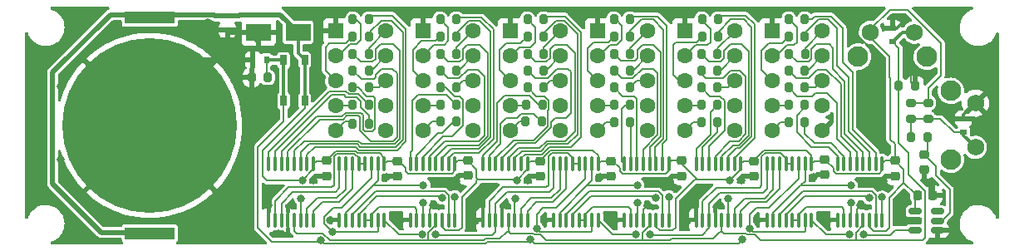
<source format=gbl>
%TF.GenerationSoftware,KiCad,Pcbnew,6.0.10*%
%TF.CreationDate,2023-02-04T17:50:08-06:00*%
%TF.ProjectId,button-clicker,62757474-6f6e-42d6-936c-69636b65722e,rev?*%
%TF.SameCoordinates,Original*%
%TF.FileFunction,Copper,L2,Bot*%
%TF.FilePolarity,Positive*%
%FSLAX46Y46*%
G04 Gerber Fmt 4.6, Leading zero omitted, Abs format (unit mm)*
G04 Created by KiCad (PCBNEW 6.0.10) date 2023-02-04 17:50:08*
%MOMM*%
%LPD*%
G01*
G04 APERTURE LIST*
G04 Aperture macros list*
%AMRoundRect*
0 Rectangle with rounded corners*
0 $1 Rounding radius*
0 $2 $3 $4 $5 $6 $7 $8 $9 X,Y pos of 4 corners*
0 Add a 4 corners polygon primitive as box body*
4,1,4,$2,$3,$4,$5,$6,$7,$8,$9,$2,$3,0*
0 Add four circle primitives for the rounded corners*
1,1,$1+$1,$2,$3*
1,1,$1+$1,$4,$5*
1,1,$1+$1,$6,$7*
1,1,$1+$1,$8,$9*
0 Add four rect primitives between the rounded corners*
20,1,$1+$1,$2,$3,$4,$5,0*
20,1,$1+$1,$4,$5,$6,$7,0*
20,1,$1+$1,$6,$7,$8,$9,0*
20,1,$1+$1,$8,$9,$2,$3,0*%
G04 Aperture macros list end*
%TA.AperFunction,ComponentPad*%
%ADD10R,1.600000X1.600000*%
%TD*%
%TA.AperFunction,ComponentPad*%
%ADD11C,1.600000*%
%TD*%
%TA.AperFunction,ComponentPad*%
%ADD12C,2.100000*%
%TD*%
%TA.AperFunction,ComponentPad*%
%ADD13C,1.750000*%
%TD*%
%TA.AperFunction,SMDPad,CuDef*%
%ADD14RoundRect,0.150000X0.512500X0.150000X-0.512500X0.150000X-0.512500X-0.150000X0.512500X-0.150000X0*%
%TD*%
%TA.AperFunction,SMDPad,CuDef*%
%ADD15RoundRect,0.200000X0.200000X0.275000X-0.200000X0.275000X-0.200000X-0.275000X0.200000X-0.275000X0*%
%TD*%
%TA.AperFunction,SMDPad,CuDef*%
%ADD16RoundRect,0.100000X0.100000X-0.637500X0.100000X0.637500X-0.100000X0.637500X-0.100000X-0.637500X0*%
%TD*%
%TA.AperFunction,SMDPad,CuDef*%
%ADD17RoundRect,0.225000X-0.250000X0.225000X-0.250000X-0.225000X0.250000X-0.225000X0.250000X0.225000X0*%
%TD*%
%TA.AperFunction,SMDPad,CuDef*%
%ADD18RoundRect,0.200000X-0.200000X-0.275000X0.200000X-0.275000X0.200000X0.275000X-0.200000X0.275000X0*%
%TD*%
%TA.AperFunction,SMDPad,CuDef*%
%ADD19RoundRect,0.225000X-0.225000X-0.250000X0.225000X-0.250000X0.225000X0.250000X-0.225000X0.250000X0*%
%TD*%
%TA.AperFunction,SMDPad,CuDef*%
%ADD20R,2.500000X1.800000*%
%TD*%
%TA.AperFunction,SMDPad,CuDef*%
%ADD21R,0.650000X1.050000*%
%TD*%
%TA.AperFunction,SMDPad,CuDef*%
%ADD22R,0.600000X0.700000*%
%TD*%
%TA.AperFunction,SMDPad,CuDef*%
%ADD23R,5.080000X1.270000*%
%TD*%
%TA.AperFunction,SMDPad,CuDef*%
%ADD24C,17.800000*%
%TD*%
%TA.AperFunction,SMDPad,CuDef*%
%ADD25RoundRect,0.200000X0.275000X-0.200000X0.275000X0.200000X-0.275000X0.200000X-0.275000X-0.200000X0*%
%TD*%
%TA.AperFunction,SMDPad,CuDef*%
%ADD26R,0.700000X0.600000*%
%TD*%
%TA.AperFunction,SMDPad,CuDef*%
%ADD27RoundRect,0.200000X-0.275000X0.200000X-0.275000X-0.200000X0.275000X-0.200000X0.275000X0.200000X0*%
%TD*%
%TA.AperFunction,ViaPad*%
%ADD28C,0.800000*%
%TD*%
%TA.AperFunction,Conductor*%
%ADD29C,0.500000*%
%TD*%
%TA.AperFunction,Conductor*%
%ADD30C,0.150000*%
%TD*%
%TA.AperFunction,Conductor*%
%ADD31C,0.300000*%
%TD*%
G04 APERTURE END LIST*
D10*
%TO.P,U12,1,CC*%
%TO.N,GND*%
X87630000Y-22860000D03*
D11*
%TO.P,U12,2,F*%
%TO.N,Net-(R18-Pad2)*%
X87630000Y-25400000D03*
%TO.P,U12,3,G*%
%TO.N,Net-(R19-Pad2)*%
X87630000Y-27940000D03*
%TO.P,U12,4,E*%
%TO.N,Net-(R17-Pad2)*%
X87630000Y-30480000D03*
%TO.P,U12,5,D*%
%TO.N,Net-(R16-Pad2)*%
X87630000Y-33020000D03*
%TO.P,U12,6,CC*%
%TO.N,GND*%
X92710000Y-33020000D03*
%TO.P,U12,7,DP*%
%TO.N,unconnected-(U12-Pad7)*%
X92710000Y-30480000D03*
%TO.P,U12,8,C*%
%TO.N,Net-(R15-Pad2)*%
X92710000Y-27940000D03*
%TO.P,U12,9,B*%
%TO.N,Net-(R14-Pad2)*%
X92710000Y-25400000D03*
%TO.P,U12,10,A*%
%TO.N,Net-(R13-Pad2)*%
X92710000Y-22860000D03*
%TD*%
D10*
%TO.P,U13,1,CC*%
%TO.N,GND*%
X78740000Y-22860000D03*
D11*
%TO.P,U13,2,F*%
%TO.N,Net-(R25-Pad2)*%
X78740000Y-25400000D03*
%TO.P,U13,3,G*%
%TO.N,Net-(R26-Pad2)*%
X78740000Y-27940000D03*
%TO.P,U13,4,E*%
%TO.N,Net-(R24-Pad2)*%
X78740000Y-30480000D03*
%TO.P,U13,5,D*%
%TO.N,Net-(R23-Pad2)*%
X78740000Y-33020000D03*
%TO.P,U13,6,CC*%
%TO.N,GND*%
X83820000Y-33020000D03*
%TO.P,U13,7,DP*%
%TO.N,unconnected-(U13-Pad7)*%
X83820000Y-30480000D03*
%TO.P,U13,8,C*%
%TO.N,Net-(R22-Pad2)*%
X83820000Y-27940000D03*
%TO.P,U13,9,B*%
%TO.N,Net-(R21-Pad2)*%
X83820000Y-25400000D03*
%TO.P,U13,10,A*%
%TO.N,Net-(R20-Pad2)*%
X83820000Y-22860000D03*
%TD*%
D10*
%TO.P,U14,1,CC*%
%TO.N,GND*%
X69850000Y-22860000D03*
D11*
%TO.P,U14,2,F*%
%TO.N,Net-(R32-Pad2)*%
X69850000Y-25400000D03*
%TO.P,U14,3,G*%
%TO.N,Net-(R33-Pad2)*%
X69850000Y-27940000D03*
%TO.P,U14,4,E*%
%TO.N,Net-(R31-Pad2)*%
X69850000Y-30480000D03*
%TO.P,U14,5,D*%
%TO.N,Net-(R30-Pad2)*%
X69850000Y-33020000D03*
%TO.P,U14,6,CC*%
%TO.N,GND*%
X74930000Y-33020000D03*
%TO.P,U14,7,DP*%
%TO.N,unconnected-(U14-Pad7)*%
X74930000Y-30480000D03*
%TO.P,U14,8,C*%
%TO.N,Net-(R29-Pad2)*%
X74930000Y-27940000D03*
%TO.P,U14,9,B*%
%TO.N,Net-(R28-Pad2)*%
X74930000Y-25400000D03*
%TO.P,U14,10,A*%
%TO.N,Net-(R27-Pad2)*%
X74930000Y-22860000D03*
%TD*%
D10*
%TO.P,U16,1,CC*%
%TO.N,GND*%
X52070000Y-22860000D03*
D11*
%TO.P,U16,2,F*%
%TO.N,Net-(R46-Pad2)*%
X52070000Y-25400000D03*
%TO.P,U16,3,G*%
%TO.N,Net-(R47-Pad2)*%
X52070000Y-27940000D03*
%TO.P,U16,4,E*%
%TO.N,Net-(R45-Pad2)*%
X52070000Y-30480000D03*
%TO.P,U16,5,D*%
%TO.N,Net-(R44-Pad2)*%
X52070000Y-33020000D03*
%TO.P,U16,6,CC*%
%TO.N,GND*%
X57150000Y-33020000D03*
%TO.P,U16,7,DP*%
%TO.N,unconnected-(U16-Pad7)*%
X57150000Y-30480000D03*
%TO.P,U16,8,C*%
%TO.N,Net-(R43-Pad2)*%
X57150000Y-27940000D03*
%TO.P,U16,9,B*%
%TO.N,Net-(R42-Pad2)*%
X57150000Y-25400000D03*
%TO.P,U16,10,A*%
%TO.N,Net-(R41-Pad2)*%
X57150000Y-22860000D03*
%TD*%
D12*
%TO.P,SW2,*%
%TO.N,*%
X112260000Y-25490000D03*
X105250000Y-25490000D03*
D13*
%TO.P,SW2,1,1*%
%TO.N,VCC*%
X106500000Y-23000000D03*
%TO.P,SW2,2,2*%
%TO.N,~{LED_BLANK}*%
X111000000Y-23000000D03*
%TD*%
D12*
%TO.P,SW1,*%
%TO.N,*%
X114710000Y-35985000D03*
X114710000Y-28975000D03*
D13*
%TO.P,SW1,1,1*%
%TO.N,GND*%
X117200000Y-30225000D03*
%TO.P,SW1,2,2*%
%TO.N,Net-(D2-Pad1)*%
X117200000Y-34725000D03*
%TD*%
D10*
%TO.P,U11,1,CC*%
%TO.N,GND*%
X96520000Y-22860000D03*
D11*
%TO.P,U11,2,F*%
%TO.N,Net-(R11-Pad2)*%
X96520000Y-25400000D03*
%TO.P,U11,3,G*%
%TO.N,Net-(R12-Pad2)*%
X96520000Y-27940000D03*
%TO.P,U11,4,E*%
%TO.N,Net-(R10-Pad2)*%
X96520000Y-30480000D03*
%TO.P,U11,5,D*%
%TO.N,Net-(R9-Pad2)*%
X96520000Y-33020000D03*
%TO.P,U11,6,CC*%
%TO.N,GND*%
X101600000Y-33020000D03*
%TO.P,U11,7,DP*%
%TO.N,unconnected-(U11-Pad7)*%
X101600000Y-30480000D03*
%TO.P,U11,8,C*%
%TO.N,Net-(R8-Pad2)*%
X101600000Y-27940000D03*
%TO.P,U11,9,B*%
%TO.N,Net-(R7-Pad2)*%
X101600000Y-25400000D03*
%TO.P,U11,10,A*%
%TO.N,Net-(R6-Pad2)*%
X101600000Y-22860000D03*
%TD*%
D10*
%TO.P,U15,1,CC*%
%TO.N,GND*%
X60960000Y-22860000D03*
D11*
%TO.P,U15,2,F*%
%TO.N,Net-(R39-Pad2)*%
X60960000Y-25400000D03*
%TO.P,U15,3,G*%
%TO.N,Net-(R40-Pad2)*%
X60960000Y-27940000D03*
%TO.P,U15,4,E*%
%TO.N,Net-(R38-Pad2)*%
X60960000Y-30480000D03*
%TO.P,U15,5,D*%
%TO.N,Net-(R37-Pad2)*%
X60960000Y-33020000D03*
%TO.P,U15,6,CC*%
%TO.N,GND*%
X66040000Y-33020000D03*
%TO.P,U15,7,DP*%
%TO.N,unconnected-(U15-Pad7)*%
X66040000Y-30480000D03*
%TO.P,U15,8,C*%
%TO.N,Net-(R36-Pad2)*%
X66040000Y-27940000D03*
%TO.P,U15,9,B*%
%TO.N,Net-(R35-Pad2)*%
X66040000Y-25400000D03*
%TO.P,U15,10,A*%
%TO.N,Net-(R34-Pad2)*%
X66040000Y-22860000D03*
%TD*%
D14*
%TO.P,U1,1*%
%TO.N,N/C*%
X113337500Y-41250000D03*
%TO.P,U1,2*%
%TO.N,Net-(C1-Pad1)*%
X113337500Y-42200000D03*
%TO.P,U1,3,GND*%
%TO.N,GND*%
X113337500Y-43150000D03*
%TO.P,U1,4*%
%TO.N,Net-(U1-Pad4)*%
X111062500Y-43150000D03*
%TO.P,U1,5,VCC*%
%TO.N,VCC*%
X111062500Y-41250000D03*
%TD*%
D15*
%TO.P,R46,1*%
%TO.N,Net-(R46-Pad1)*%
X55425000Y-21700000D03*
%TO.P,R46,2*%
%TO.N,Net-(R46-Pad2)*%
X53775000Y-21700000D03*
%TD*%
D16*
%TO.P,U3,1,~{CP0}*%
%TO.N,Net-(U2-Pad9)*%
X78775000Y-42113220D03*
%TO.P,U3,2,MR*%
%TO.N,RESET*%
X78125000Y-42113220D03*
%TO.P,U3,3,Q0*%
%TO.N,Net-(U3-Pad3)*%
X77475000Y-42113220D03*
%TO.P,U3,4,~{CP1}*%
X76825000Y-42113220D03*
%TO.P,U3,5,Q1*%
%TO.N,Net-(U3-Pad5)*%
X76175000Y-42113220D03*
%TO.P,U3,6,Q2*%
%TO.N,Net-(U3-Pad6)*%
X75525000Y-42113220D03*
%TO.P,U3,7,Q3*%
%TO.N,Net-(U3-Pad15)*%
X74875000Y-42113220D03*
%TO.P,U3,8,GND*%
%TO.N,GND*%
X74225000Y-42113220D03*
%TO.P,U3,9,Q3*%
%TO.N,Net-(U3-Pad9)*%
X74225000Y-36388220D03*
%TO.P,U3,10,Q2*%
%TO.N,Net-(U3-Pad10)*%
X74875000Y-36388220D03*
%TO.P,U3,11,Q1*%
%TO.N,Net-(U3-Pad11)*%
X75525000Y-36388220D03*
%TO.P,U3,12,~{CP1}*%
%TO.N,Net-(U3-Pad12)*%
X76175000Y-36388220D03*
%TO.P,U3,13,Q0*%
X76825000Y-36388220D03*
%TO.P,U3,14,MR*%
%TO.N,RESET*%
X77475000Y-36388220D03*
%TO.P,U3,15,~{CP0}*%
%TO.N,Net-(U3-Pad15)*%
X78125000Y-36388220D03*
%TO.P,U3,16,VCC*%
%TO.N,VCC*%
X78775000Y-36388220D03*
%TD*%
D17*
%TO.P,C3,1*%
%TO.N,VCC*%
X109034735Y-36090265D03*
%TO.P,C3,2*%
%TO.N,GND*%
X109034735Y-37640265D03*
%TD*%
%TO.P,C6,1*%
%TO.N,VCC*%
X72900000Y-36100720D03*
%TO.P,C6,2*%
%TO.N,GND*%
X72900000Y-37650720D03*
%TD*%
D18*
%TO.P,R15,1*%
%TO.N,Net-(R15-Pad1)*%
X89275000Y-28600000D03*
%TO.P,R15,2*%
%TO.N,Net-(R15-Pad2)*%
X90925000Y-28600000D03*
%TD*%
%TO.P,R43,1*%
%TO.N,Net-(R43-Pad1)*%
X53775000Y-28600000D03*
%TO.P,R43,2*%
%TO.N,Net-(R43-Pad2)*%
X55425000Y-28600000D03*
%TD*%
D19*
%TO.P,C2,1*%
%TO.N,VCC*%
X111325000Y-39600000D03*
%TO.P,C2,2*%
%TO.N,GND*%
X112875000Y-39600000D03*
%TD*%
D17*
%TO.P,C7,1*%
%TO.N,VCC*%
X65500000Y-36050000D03*
%TO.P,C7,2*%
%TO.N,GND*%
X65500000Y-37600000D03*
%TD*%
D16*
%TO.P,U5,1,DB*%
%TO.N,Net-(U2-Pad5)*%
X107709735Y-42127765D03*
%TO.P,U5,2,DC*%
%TO.N,Net-(U2-Pad6)*%
X107059735Y-42127765D03*
%TO.P,U5,3,~{LT}*%
%TO.N,VCC*%
X106409735Y-42127765D03*
%TO.P,U5,4,~{BI}*%
%TO.N,~{LED_BLANK}*%
X105759735Y-42127765D03*
%TO.P,U5,5,~{EL}*%
%TO.N,GND*%
X105109735Y-42127765D03*
%TO.P,U5,6,DD*%
%TO.N,Net-(U2-Pad15)*%
X104459735Y-42127765D03*
%TO.P,U5,7,DA*%
%TO.N,Net-(U2-Pad3)*%
X103809735Y-42127765D03*
%TO.P,U5,8,Vss*%
%TO.N,GND*%
X103159735Y-42127765D03*
%TO.P,U5,9,Qe*%
%TO.N,Net-(R10-Pad1)*%
X103159735Y-36402765D03*
%TO.P,U5,10,Qd*%
%TO.N,Net-(R9-Pad1)*%
X103809735Y-36402765D03*
%TO.P,U5,11,Qc*%
%TO.N,Net-(R8-Pad1)*%
X104459735Y-36402765D03*
%TO.P,U5,12,Qb*%
%TO.N,Net-(R7-Pad1)*%
X105109735Y-36402765D03*
%TO.P,U5,13,Qa*%
%TO.N,Net-(R6-Pad1)*%
X105759735Y-36402765D03*
%TO.P,U5,14,Qg*%
%TO.N,Net-(R12-Pad1)*%
X106409735Y-36402765D03*
%TO.P,U5,15,Qf*%
%TO.N,Net-(R11-Pad1)*%
X107059735Y-36402765D03*
%TO.P,U5,16,Vdd*%
%TO.N,VCC*%
X107709735Y-36402765D03*
%TD*%
D17*
%TO.P,C4,1*%
%TO.N,VCC*%
X94634735Y-36115265D03*
%TO.P,C4,2*%
%TO.N,GND*%
X94634735Y-37665265D03*
%TD*%
D20*
%TO.P,D1,1,K*%
%TO.N,VCC*%
X48200000Y-23000000D03*
%TO.P,D1,2,A*%
%TO.N,GND*%
X44200000Y-23000000D03*
%TD*%
D18*
%TO.P,R13,1*%
%TO.N,Net-(R13-Pad1)*%
X89300000Y-25200000D03*
%TO.P,R13,2*%
%TO.N,Net-(R13-Pad2)*%
X90950000Y-25200000D03*
%TD*%
%TO.P,R7,1*%
%TO.N,Net-(R7-Pad1)*%
X98175000Y-26900000D03*
%TO.P,R7,2*%
%TO.N,Net-(R7-Pad2)*%
X99825000Y-26900000D03*
%TD*%
%TO.P,R27,1*%
%TO.N,Net-(R27-Pad1)*%
X71575000Y-25200000D03*
%TO.P,R27,2*%
%TO.N,Net-(R27-Pad2)*%
X73225000Y-25200000D03*
%TD*%
%TO.P,R29,1*%
%TO.N,Net-(R29-Pad1)*%
X71575000Y-28600000D03*
%TO.P,R29,2*%
%TO.N,Net-(R29-Pad2)*%
X73225000Y-28600000D03*
%TD*%
D16*
%TO.P,U6,1,DB*%
%TO.N,Net-(U2-Pad11)*%
X93309735Y-42127765D03*
%TO.P,U6,2,DC*%
%TO.N,Net-(U2-Pad10)*%
X92659735Y-42127765D03*
%TO.P,U6,3,~{LT}*%
%TO.N,VCC*%
X92009735Y-42127765D03*
%TO.P,U6,4,~{BI}*%
%TO.N,~{LED_BLANK}*%
X91359735Y-42127765D03*
%TO.P,U6,5,~{EL}*%
%TO.N,GND*%
X90709735Y-42127765D03*
%TO.P,U6,6,DD*%
%TO.N,Net-(U2-Pad9)*%
X90059735Y-42127765D03*
%TO.P,U6,7,DA*%
%TO.N,Net-(U2-Pad12)*%
X89409735Y-42127765D03*
%TO.P,U6,8,Vss*%
%TO.N,GND*%
X88759735Y-42127765D03*
%TO.P,U6,9,Qe*%
%TO.N,Net-(R17-Pad1)*%
X88759735Y-36402765D03*
%TO.P,U6,10,Qd*%
%TO.N,Net-(R16-Pad1)*%
X89409735Y-36402765D03*
%TO.P,U6,11,Qc*%
%TO.N,Net-(R15-Pad1)*%
X90059735Y-36402765D03*
%TO.P,U6,12,Qb*%
%TO.N,Net-(R14-Pad1)*%
X90709735Y-36402765D03*
%TO.P,U6,13,Qa*%
%TO.N,Net-(R13-Pad1)*%
X91359735Y-36402765D03*
%TO.P,U6,14,Qg*%
%TO.N,Net-(R19-Pad1)*%
X92009735Y-36402765D03*
%TO.P,U6,15,Qf*%
%TO.N,Net-(R18-Pad1)*%
X92659735Y-36402765D03*
%TO.P,U6,16,Vdd*%
%TO.N,VCC*%
X93309735Y-36402765D03*
%TD*%
%TO.P,U2,1,~{CP0}*%
%TO.N,Net-(U1-Pad4)*%
X100509735Y-42127765D03*
%TO.P,U2,2,MR*%
%TO.N,RESET*%
X99859735Y-42127765D03*
%TO.P,U2,3,Q0*%
%TO.N,Net-(U2-Pad3)*%
X99209735Y-42127765D03*
%TO.P,U2,4,~{CP1}*%
X98559735Y-42127765D03*
%TO.P,U2,5,Q1*%
%TO.N,Net-(U2-Pad5)*%
X97909735Y-42127765D03*
%TO.P,U2,6,Q2*%
%TO.N,Net-(U2-Pad6)*%
X97259735Y-42127765D03*
%TO.P,U2,7,Q3*%
%TO.N,Net-(U2-Pad15)*%
X96609735Y-42127765D03*
%TO.P,U2,8,GND*%
%TO.N,GND*%
X95959735Y-42127765D03*
%TO.P,U2,9,Q3*%
%TO.N,Net-(U2-Pad9)*%
X95959735Y-36402765D03*
%TO.P,U2,10,Q2*%
%TO.N,Net-(U2-Pad10)*%
X96609735Y-36402765D03*
%TO.P,U2,11,Q1*%
%TO.N,Net-(U2-Pad11)*%
X97259735Y-36402765D03*
%TO.P,U2,12,~{CP1}*%
%TO.N,Net-(U2-Pad12)*%
X97909735Y-36402765D03*
%TO.P,U2,13,Q0*%
X98559735Y-36402765D03*
%TO.P,U2,14,MR*%
%TO.N,RESET*%
X99209735Y-36402765D03*
%TO.P,U2,15,~{CP0}*%
%TO.N,Net-(U2-Pad15)*%
X99859735Y-36402765D03*
%TO.P,U2,16,VCC*%
%TO.N,VCC*%
X100509735Y-36402765D03*
%TD*%
D18*
%TO.P,R20,1*%
%TO.N,Net-(R20-Pad1)*%
X80375000Y-25200000D03*
%TO.P,R20,2*%
%TO.N,Net-(R20-Pad2)*%
X82025000Y-25200000D03*
%TD*%
D15*
%TO.P,R24,1*%
%TO.N,Net-(R24-Pad1)*%
X82025000Y-30400000D03*
%TO.P,R24,2*%
%TO.N,Net-(R24-Pad2)*%
X80375000Y-30400000D03*
%TD*%
D18*
%TO.P,R41,1*%
%TO.N,Net-(R41-Pad1)*%
X53775000Y-25200000D03*
%TO.P,R41,2*%
%TO.N,Net-(R41-Pad2)*%
X55425000Y-25200000D03*
%TD*%
%TO.P,R36,1*%
%TO.N,Net-(R36-Pad1)*%
X62675000Y-28600000D03*
%TO.P,R36,2*%
%TO.N,Net-(R36-Pad2)*%
X64325000Y-28600000D03*
%TD*%
D15*
%TO.P,R40,1*%
%TO.N,Net-(R40-Pad1)*%
X64325000Y-23400000D03*
%TO.P,R40,2*%
%TO.N,Net-(R40-Pad2)*%
X62675000Y-23400000D03*
%TD*%
D21*
%TO.P,SW3,1,1*%
%TO.N,VCC*%
X48875000Y-25825000D03*
X48875000Y-29975000D03*
%TO.P,SW3,2,2*%
%TO.N,RESET*%
X46725000Y-29975000D03*
X46725000Y-25850000D03*
%TD*%
D16*
%TO.P,U7,1,DB*%
%TO.N,Net-(U3-Pad5)*%
X85975000Y-42113220D03*
%TO.P,U7,2,DC*%
%TO.N,Net-(U3-Pad6)*%
X85325000Y-42113220D03*
%TO.P,U7,3,~{LT}*%
%TO.N,VCC*%
X84675000Y-42113220D03*
%TO.P,U7,4,~{BI}*%
%TO.N,~{LED_BLANK}*%
X84025000Y-42113220D03*
%TO.P,U7,5,~{EL}*%
%TO.N,GND*%
X83375000Y-42113220D03*
%TO.P,U7,6,DD*%
%TO.N,Net-(U3-Pad15)*%
X82725000Y-42113220D03*
%TO.P,U7,7,DA*%
%TO.N,Net-(U3-Pad3)*%
X82075000Y-42113220D03*
%TO.P,U7,8,Vss*%
%TO.N,GND*%
X81425000Y-42113220D03*
%TO.P,U7,9,Qe*%
%TO.N,Net-(R24-Pad1)*%
X81425000Y-36388220D03*
%TO.P,U7,10,Qd*%
%TO.N,Net-(R23-Pad1)*%
X82075000Y-36388220D03*
%TO.P,U7,11,Qc*%
%TO.N,Net-(R22-Pad1)*%
X82725000Y-36388220D03*
%TO.P,U7,12,Qb*%
%TO.N,Net-(R21-Pad1)*%
X83375000Y-36388220D03*
%TO.P,U7,13,Qa*%
%TO.N,Net-(R20-Pad1)*%
X84025000Y-36388220D03*
%TO.P,U7,14,Qg*%
%TO.N,Net-(R26-Pad1)*%
X84675000Y-36388220D03*
%TO.P,U7,15,Qf*%
%TO.N,Net-(R25-Pad1)*%
X85325000Y-36388220D03*
%TO.P,U7,16,Vdd*%
%TO.N,VCC*%
X85975000Y-36388220D03*
%TD*%
D15*
%TO.P,R9,1*%
%TO.N,Net-(R9-Pad1)*%
X99825000Y-32200000D03*
%TO.P,R9,2*%
%TO.N,Net-(R9-Pad2)*%
X98175000Y-32200000D03*
%TD*%
%TO.P,R38,1*%
%TO.N,Net-(R38-Pad1)*%
X64325000Y-30400000D03*
%TO.P,R38,2*%
%TO.N,Net-(R38-Pad2)*%
X62675000Y-30400000D03*
%TD*%
D17*
%TO.P,C8,1*%
%TO.N,VCC*%
X51100000Y-36075000D03*
%TO.P,C8,2*%
%TO.N,GND*%
X51100000Y-37625000D03*
%TD*%
%TO.P,C9,1*%
%TO.N,VCC*%
X101834735Y-35979206D03*
%TO.P,C9,2*%
%TO.N,GND*%
X101834735Y-37529206D03*
%TD*%
D16*
%TO.P,U10,1,DB*%
%TO.N,Net-(U10-Pad1)*%
X49775000Y-42112500D03*
%TO.P,U10,2,DC*%
%TO.N,Net-(U10-Pad2)*%
X49125000Y-42112500D03*
%TO.P,U10,3,~{LT}*%
%TO.N,VCC*%
X48475000Y-42112500D03*
%TO.P,U10,4,~{BI}*%
%TO.N,~{LED_BLANK}*%
X47825000Y-42112500D03*
%TO.P,U10,5,~{EL}*%
%TO.N,GND*%
X47175000Y-42112500D03*
%TO.P,U10,6,DD*%
%TO.N,Net-(U10-Pad6)*%
X46525000Y-42112500D03*
%TO.P,U10,7,DA*%
%TO.N,Net-(U10-Pad7)*%
X45875000Y-42112500D03*
%TO.P,U10,8,Vss*%
%TO.N,GND*%
X45225000Y-42112500D03*
%TO.P,U10,9,Qe*%
%TO.N,Net-(R45-Pad1)*%
X45225000Y-36387500D03*
%TO.P,U10,10,Qd*%
%TO.N,Net-(R44-Pad1)*%
X45875000Y-36387500D03*
%TO.P,U10,11,Qc*%
%TO.N,Net-(R43-Pad1)*%
X46525000Y-36387500D03*
%TO.P,U10,12,Qb*%
%TO.N,Net-(R42-Pad1)*%
X47175000Y-36387500D03*
%TO.P,U10,13,Qa*%
%TO.N,Net-(R41-Pad1)*%
X47825000Y-36387500D03*
%TO.P,U10,14,Qg*%
%TO.N,Net-(R47-Pad1)*%
X48475000Y-36387500D03*
%TO.P,U10,15,Qf*%
%TO.N,Net-(R46-Pad1)*%
X49125000Y-36387500D03*
%TO.P,U10,16,Vdd*%
%TO.N,VCC*%
X49775000Y-36387500D03*
%TD*%
D15*
%TO.P,R33,1*%
%TO.N,Net-(R33-Pad1)*%
X73225000Y-23400000D03*
%TO.P,R33,2*%
%TO.N,Net-(R33-Pad2)*%
X71575000Y-23400000D03*
%TD*%
D17*
%TO.P,C10,1*%
%TO.N,VCC*%
X80100000Y-36100720D03*
%TO.P,C10,2*%
%TO.N,GND*%
X80100000Y-37650720D03*
%TD*%
D22*
%TO.P,D4,1,K*%
%TO.N,RESET*%
X45000000Y-25800000D03*
%TO.P,D4,2,A*%
%TO.N,GND*%
X43600000Y-25800000D03*
%TD*%
D18*
%TO.P,R21,1*%
%TO.N,Net-(R21-Pad1)*%
X80375000Y-26900000D03*
%TO.P,R21,2*%
%TO.N,Net-(R21-Pad2)*%
X82025000Y-26900000D03*
%TD*%
D15*
%TO.P,R47,1*%
%TO.N,Net-(R47-Pad1)*%
X55425000Y-23400000D03*
%TO.P,R47,2*%
%TO.N,Net-(R47-Pad2)*%
X53775000Y-23400000D03*
%TD*%
%TO.P,R32,1*%
%TO.N,Net-(R32-Pad1)*%
X73225000Y-21700000D03*
%TO.P,R32,2*%
%TO.N,Net-(R32-Pad2)*%
X71575000Y-21700000D03*
%TD*%
D17*
%TO.P,C1,1*%
%TO.N,Net-(C1-Pad1)*%
X112000000Y-35425000D03*
%TO.P,C1,2*%
%TO.N,GND*%
X112000000Y-36975000D03*
%TD*%
D15*
%TO.P,R17,1*%
%TO.N,Net-(R17-Pad1)*%
X90925000Y-30400000D03*
%TO.P,R17,2*%
%TO.N,Net-(R17-Pad2)*%
X89275000Y-30400000D03*
%TD*%
%TO.P,R25,1*%
%TO.N,Net-(R25-Pad1)*%
X82025000Y-21700000D03*
%TO.P,R25,2*%
%TO.N,Net-(R25-Pad2)*%
X80375000Y-21700000D03*
%TD*%
%TO.P,R1,1*%
%TO.N,RESET*%
X45125000Y-27600000D03*
%TO.P,R1,2*%
%TO.N,GND*%
X43475000Y-27600000D03*
%TD*%
D18*
%TO.P,R6,1*%
%TO.N,Net-(R6-Pad1)*%
X98200000Y-25200000D03*
%TO.P,R6,2*%
%TO.N,Net-(R6-Pad2)*%
X99850000Y-25200000D03*
%TD*%
D15*
%TO.P,R45,1*%
%TO.N,Net-(R45-Pad1)*%
X55425000Y-30400000D03*
%TO.P,R45,2*%
%TO.N,Net-(R45-Pad2)*%
X53775000Y-30400000D03*
%TD*%
D23*
%TO.P,BT1,1,+*%
%TO.N,VCC*%
X33100000Y-21515000D03*
X33100000Y-43485000D03*
D24*
%TO.P,BT1,2,-*%
%TO.N,GND*%
X33100000Y-32500000D03*
%TD*%
D15*
%TO.P,R19,1*%
%TO.N,Net-(R19-Pad1)*%
X91000000Y-23400000D03*
%TO.P,R19,2*%
%TO.N,Net-(R19-Pad2)*%
X89350000Y-23400000D03*
%TD*%
D25*
%TO.P,R3,1*%
%TO.N,Net-(D2-Pad1)*%
X112400000Y-31825000D03*
%TO.P,R3,2*%
%TO.N,VCC*%
X112400000Y-30175000D03*
%TD*%
D16*
%TO.P,U9,1,DB*%
%TO.N,Net-(U4-Pad5)*%
X64175000Y-42112500D03*
%TO.P,U9,2,DC*%
%TO.N,Net-(U4-Pad6)*%
X63525000Y-42112500D03*
%TO.P,U9,3,~{LT}*%
%TO.N,VCC*%
X62875000Y-42112500D03*
%TO.P,U9,4,~{BI}*%
%TO.N,~{LED_BLANK}*%
X62225000Y-42112500D03*
%TO.P,U9,5,~{EL}*%
%TO.N,GND*%
X61575000Y-42112500D03*
%TO.P,U9,6,DD*%
%TO.N,Net-(U4-Pad15)*%
X60925000Y-42112500D03*
%TO.P,U9,7,DA*%
%TO.N,Net-(U4-Pad3)*%
X60275000Y-42112500D03*
%TO.P,U9,8,Vss*%
%TO.N,GND*%
X59625000Y-42112500D03*
%TO.P,U9,9,Qe*%
%TO.N,Net-(R38-Pad1)*%
X59625000Y-36387500D03*
%TO.P,U9,10,Qd*%
%TO.N,Net-(R37-Pad1)*%
X60275000Y-36387500D03*
%TO.P,U9,11,Qc*%
%TO.N,Net-(R36-Pad1)*%
X60925000Y-36387500D03*
%TO.P,U9,12,Qb*%
%TO.N,Net-(R35-Pad1)*%
X61575000Y-36387500D03*
%TO.P,U9,13,Qa*%
%TO.N,Net-(R34-Pad1)*%
X62225000Y-36387500D03*
%TO.P,U9,14,Qg*%
%TO.N,Net-(R40-Pad1)*%
X62875000Y-36387500D03*
%TO.P,U9,15,Qf*%
%TO.N,Net-(R39-Pad1)*%
X63525000Y-36387500D03*
%TO.P,U9,16,Vdd*%
%TO.N,VCC*%
X64175000Y-36387500D03*
%TD*%
D18*
%TO.P,R14,1*%
%TO.N,Net-(R14-Pad1)*%
X89275000Y-26900000D03*
%TO.P,R14,2*%
%TO.N,Net-(R14-Pad2)*%
X90925000Y-26900000D03*
%TD*%
D15*
%TO.P,R30,1*%
%TO.N,Net-(R30-Pad1)*%
X73025000Y-32100000D03*
%TO.P,R30,2*%
%TO.N,Net-(R30-Pad2)*%
X71375000Y-32100000D03*
%TD*%
D18*
%TO.P,R5,1*%
%TO.N,~{LED_BLANK}*%
X109375000Y-28400000D03*
%TO.P,R5,2*%
%TO.N,GND*%
X111025000Y-28400000D03*
%TD*%
D15*
%TO.P,R18,1*%
%TO.N,Net-(R18-Pad1)*%
X91000000Y-21700000D03*
%TO.P,R18,2*%
%TO.N,Net-(R18-Pad2)*%
X89350000Y-21700000D03*
%TD*%
D18*
%TO.P,R42,1*%
%TO.N,Net-(R42-Pad1)*%
X53775000Y-26900000D03*
%TO.P,R42,2*%
%TO.N,Net-(R42-Pad2)*%
X55425000Y-26900000D03*
%TD*%
D15*
%TO.P,R16,1*%
%TO.N,Net-(R16-Pad1)*%
X90925000Y-32200000D03*
%TO.P,R16,2*%
%TO.N,Net-(R16-Pad2)*%
X89275000Y-32200000D03*
%TD*%
D18*
%TO.P,R8,1*%
%TO.N,Net-(R8-Pad1)*%
X98175000Y-28600000D03*
%TO.P,R8,2*%
%TO.N,Net-(R8-Pad2)*%
X99825000Y-28600000D03*
%TD*%
D15*
%TO.P,R44,1*%
%TO.N,Net-(R44-Pad1)*%
X55425000Y-32300000D03*
%TO.P,R44,2*%
%TO.N,Net-(R44-Pad2)*%
X53775000Y-32300000D03*
%TD*%
D17*
%TO.P,C5,1*%
%TO.N,VCC*%
X87300000Y-36075720D03*
%TO.P,C5,2*%
%TO.N,GND*%
X87300000Y-37625720D03*
%TD*%
D18*
%TO.P,R34,1*%
%TO.N,Net-(R34-Pad1)*%
X62675000Y-25200000D03*
%TO.P,R34,2*%
%TO.N,Net-(R34-Pad2)*%
X64325000Y-25200000D03*
%TD*%
D26*
%TO.P,D5,2,A*%
%TO.N,GND*%
X41000000Y-22750000D03*
%TO.P,D5,1,K*%
%TO.N,VCC*%
X41000000Y-21350000D03*
%TD*%
%TO.P,D2,1,K*%
%TO.N,Net-(D2-Pad1)*%
X116000000Y-33200000D03*
%TO.P,D2,2,A*%
%TO.N,GND*%
X116000000Y-31800000D03*
%TD*%
D15*
%TO.P,R31,1*%
%TO.N,Net-(R31-Pad1)*%
X73125000Y-30400000D03*
%TO.P,R31,2*%
%TO.N,Net-(R31-Pad2)*%
X71475000Y-30400000D03*
%TD*%
D18*
%TO.P,R35,1*%
%TO.N,Net-(R35-Pad1)*%
X62675000Y-26900000D03*
%TO.P,R35,2*%
%TO.N,Net-(R35-Pad2)*%
X64325000Y-26900000D03*
%TD*%
D16*
%TO.P,U8,1,DB*%
%TO.N,Net-(U3-Pad11)*%
X71575000Y-42113220D03*
%TO.P,U8,2,DC*%
%TO.N,Net-(U3-Pad10)*%
X70925000Y-42113220D03*
%TO.P,U8,3,~{LT}*%
%TO.N,VCC*%
X70275000Y-42113220D03*
%TO.P,U8,4,~{BI}*%
%TO.N,~{LED_BLANK}*%
X69625000Y-42113220D03*
%TO.P,U8,5,~{EL}*%
%TO.N,GND*%
X68975000Y-42113220D03*
%TO.P,U8,6,DD*%
%TO.N,Net-(U3-Pad9)*%
X68325000Y-42113220D03*
%TO.P,U8,7,DA*%
%TO.N,Net-(U3-Pad12)*%
X67675000Y-42113220D03*
%TO.P,U8,8,Vss*%
%TO.N,GND*%
X67025000Y-42113220D03*
%TO.P,U8,9,Qe*%
%TO.N,Net-(R31-Pad1)*%
X67025000Y-36388220D03*
%TO.P,U8,10,Qd*%
%TO.N,Net-(R30-Pad1)*%
X67675000Y-36388220D03*
%TO.P,U8,11,Qc*%
%TO.N,Net-(R29-Pad1)*%
X68325000Y-36388220D03*
%TO.P,U8,12,Qb*%
%TO.N,Net-(R28-Pad1)*%
X68975000Y-36388220D03*
%TO.P,U8,13,Qa*%
%TO.N,Net-(R27-Pad1)*%
X69625000Y-36388220D03*
%TO.P,U8,14,Qg*%
%TO.N,Net-(R33-Pad1)*%
X70275000Y-36388220D03*
%TO.P,U8,15,Qf*%
%TO.N,Net-(R32-Pad1)*%
X70925000Y-36388220D03*
%TO.P,U8,16,Vdd*%
%TO.N,VCC*%
X71575000Y-36388220D03*
%TD*%
D27*
%TO.P,R2,1*%
%TO.N,VCC*%
X110600000Y-30175000D03*
%TO.P,R2,2*%
%TO.N,Net-(D2-Pad1)*%
X110600000Y-31825000D03*
%TD*%
D26*
%TO.P,D3,1,K*%
%TO.N,~{LED_BLANK}*%
X108775000Y-23987500D03*
%TO.P,D3,2,A*%
%TO.N,GND*%
X108775000Y-22587500D03*
%TD*%
D15*
%TO.P,R26,1*%
%TO.N,Net-(R26-Pad1)*%
X82025000Y-23400000D03*
%TO.P,R26,2*%
%TO.N,Net-(R26-Pad2)*%
X80375000Y-23400000D03*
%TD*%
D17*
%TO.P,C11,1*%
%TO.N,VCC*%
X58300000Y-36100000D03*
%TO.P,C11,2*%
%TO.N,GND*%
X58300000Y-37650000D03*
%TD*%
D16*
%TO.P,U4,1,~{CP0}*%
%TO.N,Net-(U3-Pad9)*%
X56975000Y-42112500D03*
%TO.P,U4,2,MR*%
%TO.N,RESET*%
X56325000Y-42112500D03*
%TO.P,U4,3,Q0*%
%TO.N,Net-(U4-Pad3)*%
X55675000Y-42112500D03*
%TO.P,U4,4,~{CP1}*%
X55025000Y-42112500D03*
%TO.P,U4,5,Q1*%
%TO.N,Net-(U4-Pad5)*%
X54375000Y-42112500D03*
%TO.P,U4,6,Q2*%
%TO.N,Net-(U4-Pad6)*%
X53725000Y-42112500D03*
%TO.P,U4,7,Q3*%
%TO.N,Net-(U4-Pad15)*%
X53075000Y-42112500D03*
%TO.P,U4,8,GND*%
%TO.N,GND*%
X52425000Y-42112500D03*
%TO.P,U4,9,Q3*%
%TO.N,Net-(U10-Pad6)*%
X52425000Y-36387500D03*
%TO.P,U4,10,Q2*%
%TO.N,Net-(U10-Pad2)*%
X53075000Y-36387500D03*
%TO.P,U4,11,Q1*%
%TO.N,Net-(U10-Pad1)*%
X53725000Y-36387500D03*
%TO.P,U4,12,~{CP1}*%
%TO.N,Net-(U10-Pad7)*%
X54375000Y-36387500D03*
%TO.P,U4,13,Q0*%
X55025000Y-36387500D03*
%TO.P,U4,14,MR*%
%TO.N,RESET*%
X55675000Y-36387500D03*
%TO.P,U4,15,~{CP0}*%
%TO.N,Net-(U4-Pad15)*%
X56325000Y-36387500D03*
%TO.P,U4,16,VCC*%
%TO.N,VCC*%
X56975000Y-36387500D03*
%TD*%
D18*
%TO.P,R22,1*%
%TO.N,Net-(R22-Pad1)*%
X80375000Y-28600000D03*
%TO.P,R22,2*%
%TO.N,Net-(R22-Pad2)*%
X82025000Y-28600000D03*
%TD*%
D15*
%TO.P,R23,1*%
%TO.N,Net-(R23-Pad1)*%
X82025000Y-32200000D03*
%TO.P,R23,2*%
%TO.N,Net-(R23-Pad2)*%
X80375000Y-32200000D03*
%TD*%
D18*
%TO.P,R28,1*%
%TO.N,Net-(R28-Pad1)*%
X71575000Y-26900000D03*
%TO.P,R28,2*%
%TO.N,Net-(R28-Pad2)*%
X73225000Y-26900000D03*
%TD*%
D15*
%TO.P,R11,1*%
%TO.N,Net-(R11-Pad1)*%
X99825000Y-21700000D03*
%TO.P,R11,2*%
%TO.N,Net-(R11-Pad2)*%
X98175000Y-21700000D03*
%TD*%
%TO.P,R37,1*%
%TO.N,Net-(R37-Pad1)*%
X64325000Y-32100000D03*
%TO.P,R37,2*%
%TO.N,Net-(R37-Pad2)*%
X62675000Y-32100000D03*
%TD*%
%TO.P,R12,1*%
%TO.N,Net-(R12-Pad1)*%
X99825000Y-23400000D03*
%TO.P,R12,2*%
%TO.N,Net-(R12-Pad2)*%
X98175000Y-23400000D03*
%TD*%
%TO.P,R39,1*%
%TO.N,Net-(R39-Pad1)*%
X64325000Y-21700000D03*
%TO.P,R39,2*%
%TO.N,Net-(R39-Pad2)*%
X62675000Y-21700000D03*
%TD*%
%TO.P,R10,1*%
%TO.N,Net-(R10-Pad1)*%
X99825000Y-30400000D03*
%TO.P,R10,2*%
%TO.N,Net-(R10-Pad2)*%
X98175000Y-30400000D03*
%TD*%
D18*
%TO.P,R4,1*%
%TO.N,Net-(D2-Pad1)*%
X110675000Y-33700000D03*
%TO.P,R4,2*%
%TO.N,Net-(C1-Pad1)*%
X112325000Y-33700000D03*
%TD*%
D28*
%TO.N,VCC*%
X92197235Y-38115265D03*
X70300000Y-39925220D03*
X48500000Y-39924500D03*
X48662500Y-38100000D03*
X70462500Y-38100720D03*
X92034735Y-39939765D03*
%TO.N,GND*%
X66251441Y-42250720D03*
X79000000Y-37750720D03*
X21000000Y-30000000D03*
X35000000Y-35000000D03*
X83775000Y-40614661D03*
X80475000Y-42114661D03*
X86100000Y-38150720D03*
X57200000Y-37750000D03*
X109700000Y-39600000D03*
X37000000Y-35000000D03*
X33000000Y-35000000D03*
X107500000Y-34000000D03*
X47800000Y-27800000D03*
X29000000Y-35000000D03*
X67500000Y-39000000D03*
X33000000Y-29000000D03*
X33000000Y-37000000D03*
X114000000Y-21500000D03*
X42000000Y-41000000D03*
X93334735Y-38065265D03*
X39000000Y-24000000D03*
X37000000Y-31000000D03*
X109300000Y-42100000D03*
X41000000Y-24000000D03*
X102209735Y-42129206D03*
X47575000Y-40613941D03*
X105509735Y-40629206D03*
X69375000Y-40614661D03*
X59000000Y-21000000D03*
X116500000Y-36500000D03*
X91109735Y-40629206D03*
X21000000Y-40000000D03*
X24000000Y-36000000D03*
X118500000Y-39000000D03*
X107834735Y-38165265D03*
X31000000Y-31000000D03*
X25000000Y-44000000D03*
X110000000Y-21800000D03*
X64300000Y-38150000D03*
X106500000Y-21000000D03*
X43000000Y-35000000D03*
X28000000Y-41000000D03*
X71600000Y-38050720D03*
X68000000Y-21000000D03*
X29000000Y-31000000D03*
X35000000Y-37000000D03*
X31000000Y-35000000D03*
X61975000Y-40613941D03*
X104900000Y-23400000D03*
X110600000Y-27000000D03*
X29000000Y-37000000D03*
X42100000Y-23000000D03*
X21000000Y-25000000D03*
X95008294Y-42127765D03*
X37000000Y-29000000D03*
X35000000Y-31000000D03*
X35000000Y-29000000D03*
X24000000Y-28500000D03*
X40000000Y-44000000D03*
X45000000Y-29000000D03*
X45200000Y-40600000D03*
X58675000Y-42113941D03*
X50100000Y-28200000D03*
X115000000Y-38000000D03*
X37000000Y-41500000D03*
X100734735Y-37765265D03*
X95000000Y-21000000D03*
X37000000Y-37000000D03*
X45000000Y-32000000D03*
X50000000Y-21000000D03*
X87834735Y-42265265D03*
X119000000Y-32500000D03*
X33000000Y-31000000D03*
X39000000Y-22000000D03*
X21000000Y-35000000D03*
X51473559Y-42112500D03*
X114950000Y-43150000D03*
X29000000Y-29000000D03*
X25000000Y-22000000D03*
X107300000Y-25400000D03*
X115500000Y-26500000D03*
X77000000Y-21000000D03*
X89000000Y-39000000D03*
X106400000Y-29400000D03*
X31000000Y-37000000D03*
X49800000Y-38050000D03*
X42200000Y-27600000D03*
X40500000Y-39000000D03*
X119000000Y-27000000D03*
X46200000Y-23000000D03*
X31000000Y-29000000D03*
X86000000Y-21000000D03*
X29500000Y-23000000D03*
X104000000Y-21000000D03*
X112500000Y-38400000D03*
X42100000Y-25800000D03*
X44000000Y-44000000D03*
X73273559Y-42113220D03*
%TO.N,RESET*%
X72500000Y-43000000D03*
X71888926Y-44140716D03*
X50480883Y-44143617D03*
X51713941Y-43313941D03*
X94209735Y-43000000D03*
X93471337Y-44124500D03*
%TO.N,Net-(U1-Pad4)*%
X104385235Y-43594134D03*
X105771547Y-43567394D03*
%TO.N,Net-(U2-Pad5)*%
X106410235Y-39879206D03*
X107709735Y-39815265D03*
%TO.N,Net-(U2-Pad15)*%
X104509735Y-38604706D03*
X104509735Y-40353706D03*
%TO.N,Net-(U2-Pad9)*%
X84036812Y-43552849D03*
X82650500Y-43579589D03*
%TO.N,Net-(U3-Pad5)*%
X85975000Y-39800720D03*
X84675500Y-39864661D03*
%TO.N,Net-(U3-Pad15)*%
X82775000Y-40339161D03*
X82775000Y-38590161D03*
%TO.N,Net-(U3-Pad9)*%
X62236812Y-43552129D03*
X60850500Y-43578869D03*
%TO.N,Net-(U4-Pad5)*%
X64175000Y-39800000D03*
X62875500Y-39863941D03*
%TO.N,Net-(U4-Pad15)*%
X60975000Y-38589441D03*
X60975000Y-40338441D03*
%TD*%
D29*
%TO.N,VCC*%
X33100000Y-43485000D02*
X33000000Y-43385000D01*
X33000000Y-43385000D02*
X28185000Y-43385000D01*
X28185000Y-43385000D02*
X23200000Y-38400000D01*
X23200000Y-38400000D02*
X23200000Y-27100000D01*
X23200000Y-27100000D02*
X29100000Y-21200000D01*
X29100000Y-21200000D02*
X39600000Y-21200000D01*
X42275000Y-21200000D02*
X46400000Y-21200000D01*
X39600000Y-21200000D02*
X39750000Y-21350000D01*
X39750000Y-21350000D02*
X42125000Y-21350000D01*
X42125000Y-21350000D02*
X42275000Y-21200000D01*
X46400000Y-21200000D02*
X48200000Y-23000000D01*
%TO.N,GND*%
X42100000Y-23000000D02*
X41100000Y-23000000D01*
X44200000Y-24000000D02*
X44200000Y-24600000D01*
X44200000Y-24600000D02*
X43600000Y-24600000D01*
X44200000Y-24000000D02*
X43800000Y-23600000D01*
X43800000Y-23600000D02*
X43600000Y-23600000D01*
X43600000Y-25800000D02*
X43600000Y-24600000D01*
D30*
%TO.N,Net-(R11-Pad1)*%
X99825000Y-21700000D02*
X99825000Y-21675000D01*
X99825000Y-21675000D02*
X100525000Y-21675000D01*
X100525000Y-21675000D02*
X100800000Y-21400000D01*
X103700000Y-26100000D02*
X104700000Y-27100000D01*
X100800000Y-21400000D02*
X102500000Y-21400000D01*
X103700000Y-22600000D02*
X103700000Y-26100000D01*
X107059735Y-35259735D02*
X107059735Y-36402765D01*
X102500000Y-21400000D02*
X103700000Y-22600000D01*
X104700000Y-27100000D02*
X104700000Y-32900000D01*
X104700000Y-32900000D02*
X107059735Y-35259735D01*
%TO.N,Net-(R11-Pad2)*%
X96520000Y-25400000D02*
X96923959Y-25400000D01*
X98700000Y-24300000D02*
X99000000Y-24000000D01*
X96923959Y-25400000D02*
X98023959Y-24300000D01*
X98023959Y-24300000D02*
X98700000Y-24300000D01*
X99000000Y-24000000D02*
X99000000Y-22525000D01*
X99000000Y-22525000D02*
X98175000Y-21700000D01*
%TO.N,Net-(R8-Pad1)*%
X104459735Y-36402765D02*
X104459735Y-35219470D01*
X104459735Y-35219470D02*
X103100000Y-33859735D01*
X103100000Y-33859735D02*
X103100000Y-30200000D01*
X103100000Y-30200000D02*
X102100000Y-29200000D01*
X100600000Y-29500000D02*
X99075000Y-29500000D01*
X102100000Y-29200000D02*
X100900000Y-29200000D01*
X99075000Y-29500000D02*
X98175000Y-28600000D01*
X100900000Y-29200000D02*
X100600000Y-29500000D01*
%TO.N,Net-(R15-Pad2)*%
X90925000Y-28600000D02*
X92050000Y-28600000D01*
X92050000Y-28600000D02*
X92710000Y-27940000D01*
%TO.N,Net-(R16-Pad1)*%
X89409735Y-36402765D02*
X89409735Y-34690265D01*
X89409735Y-34690265D02*
X90925000Y-33175000D01*
X90925000Y-33175000D02*
X90925000Y-32200000D01*
%TO.N,Net-(R18-Pad2)*%
X89350000Y-21700000D02*
X89350000Y-21850000D01*
X89350000Y-21850000D02*
X90200000Y-22700000D01*
X90200000Y-22700000D02*
X90200000Y-24000000D01*
X88730000Y-24300000D02*
X87630000Y-25400000D01*
X90200000Y-24000000D02*
X89900000Y-24300000D01*
X89900000Y-24300000D02*
X88730000Y-24300000D01*
%TO.N,Net-(R25-Pad2)*%
X78740000Y-25400000D02*
X78899479Y-25400000D01*
X78899479Y-25400000D02*
X79999479Y-24300000D01*
X79999479Y-24300000D02*
X80700000Y-24300000D01*
X80700000Y-24300000D02*
X81200000Y-23800000D01*
X81200000Y-23800000D02*
X81200000Y-22300000D01*
X81200000Y-22300000D02*
X80600000Y-21700000D01*
X80600000Y-21700000D02*
X80375000Y-21700000D01*
%TO.N,Net-(R33-Pad2)*%
X71575000Y-23400000D02*
X70875000Y-24100000D01*
X70875000Y-24100000D02*
X69400000Y-24100000D01*
X69400000Y-24100000D02*
X68700000Y-24800000D01*
X68700000Y-24800000D02*
X68700000Y-26790000D01*
X68700000Y-26790000D02*
X69850000Y-27940000D01*
%TO.N,Net-(R35-Pad1)*%
X61575000Y-36387500D02*
X61575000Y-35625000D01*
X61575000Y-35625000D02*
X63100000Y-34100000D01*
X66500000Y-26800000D02*
X65501041Y-26800000D01*
X63100000Y-34100000D02*
X66575736Y-34100000D01*
X66575736Y-34100000D02*
X67200000Y-33475736D01*
X67200000Y-33475736D02*
X67200000Y-27500000D01*
X65501041Y-26800000D02*
X64601041Y-27700000D01*
X64601041Y-27700000D02*
X63475000Y-27700000D01*
X63475000Y-27700000D02*
X62675000Y-26900000D01*
X67200000Y-27500000D02*
X66500000Y-26800000D01*
%TO.N,Net-(R34-Pad1)*%
X62675000Y-25200000D02*
X63475000Y-26000000D01*
X63475000Y-26000000D02*
X64700000Y-26000000D01*
X64700000Y-26000000D02*
X65015000Y-25685000D01*
X63400000Y-34500000D02*
X62225000Y-35675000D01*
X65015000Y-25685000D02*
X65015000Y-24685000D01*
X65015000Y-24685000D02*
X65400000Y-24300000D01*
X65400000Y-24300000D02*
X66700000Y-24300000D01*
X67500000Y-33600000D02*
X66600000Y-34500000D01*
X66600000Y-34500000D02*
X63400000Y-34500000D01*
X66700000Y-24300000D02*
X67500000Y-25100000D01*
X67500000Y-25100000D02*
X67500000Y-33600000D01*
X62225000Y-35675000D02*
X62225000Y-36387500D01*
%TO.N,Net-(R36-Pad1)*%
X62675000Y-28600000D02*
X63248959Y-28600000D01*
X63248959Y-28600000D02*
X64148959Y-29500000D01*
X64148959Y-29500000D02*
X64650000Y-29500000D01*
X64650000Y-29500000D02*
X65000000Y-29850000D01*
X65000000Y-32501041D02*
X63901041Y-33600000D01*
X63000000Y-33600000D02*
X60925000Y-35675000D01*
X65000000Y-29850000D02*
X65000000Y-32501041D01*
X63901041Y-33600000D02*
X63000000Y-33600000D01*
X60925000Y-35675000D02*
X60925000Y-36387500D01*
%TO.N,Net-(R40-Pad2)*%
X62675000Y-23400000D02*
X62175000Y-23900000D01*
X62175000Y-23900000D02*
X60800000Y-23900000D01*
X60800000Y-23900000D02*
X59900000Y-24800000D01*
X59900000Y-24800000D02*
X59900000Y-26880000D01*
X59900000Y-26880000D02*
X60960000Y-27940000D01*
%TO.N,Net-(R32-Pad2)*%
X71575000Y-21700000D02*
X72400000Y-22525000D01*
X71900000Y-24500000D02*
X70750000Y-24500000D01*
X72400000Y-22525000D02*
X72400000Y-24000000D01*
X72400000Y-24000000D02*
X71900000Y-24500000D01*
X70750000Y-24500000D02*
X69850000Y-25400000D01*
%TO.N,Net-(R44-Pad1)*%
X45875000Y-36387500D02*
X45875000Y-35125000D01*
X45875000Y-35125000D02*
X51600000Y-29400000D01*
X51600000Y-29400000D02*
X52900000Y-29400000D01*
X52900000Y-29400000D02*
X53100000Y-29600000D01*
X53100000Y-29600000D02*
X54125521Y-29600000D01*
X54125521Y-29600000D02*
X54600000Y-30074479D01*
X54600000Y-30074479D02*
X54600000Y-30651041D01*
X54600000Y-30651041D02*
X55425000Y-31476041D01*
X55425000Y-31476041D02*
X55425000Y-32300000D01*
%TO.N,VCC*%
X57262500Y-36100000D02*
X56975000Y-36387500D01*
X106409735Y-42127765D02*
X106409735Y-42827765D01*
X64875000Y-42887500D02*
X64875000Y-40112500D01*
X72900000Y-36100720D02*
X71862500Y-36100720D01*
D31*
X48200000Y-25150000D02*
X48875000Y-25825000D01*
D30*
X48475000Y-39949500D02*
X48475000Y-42112500D01*
X64175000Y-37087500D02*
X64175000Y-36387500D01*
X48662500Y-38100000D02*
X45000000Y-38100000D01*
X66375000Y-38126440D02*
X66375000Y-38313941D01*
X79062500Y-36100720D02*
X78775000Y-36388220D01*
X92097235Y-38015265D02*
X88884735Y-38015265D01*
X109909735Y-38329206D02*
X109909735Y-36965265D01*
X66500720Y-38000720D02*
X66375000Y-37875000D01*
X70462500Y-38100720D02*
X70462500Y-38047839D01*
D31*
X48200000Y-23000000D02*
X48200000Y-25150000D01*
D30*
X86675000Y-39925000D02*
X88600000Y-38000000D01*
X100797235Y-36115265D02*
X100509735Y-36402765D01*
X71575000Y-36935339D02*
X71575000Y-36388220D01*
X64487500Y-36075000D02*
X64175000Y-36387500D01*
X51100000Y-36100000D02*
X51100000Y-36025736D01*
X102734735Y-37174884D02*
X102975116Y-37415265D01*
X54258883Y-35300000D02*
X56500000Y-35300000D01*
X109034735Y-36090265D02*
X109000000Y-36055530D01*
X95660471Y-35015265D02*
X99984735Y-35015265D01*
X44600000Y-35000000D02*
X48875000Y-30725000D01*
X52025736Y-35100000D02*
X54058883Y-35100000D01*
X92197235Y-38062384D02*
X93309735Y-36949884D01*
X109034735Y-36090265D02*
X108022235Y-36090265D01*
X102734735Y-36854206D02*
X102734735Y-37174884D01*
X106500000Y-23500000D02*
X106500000Y-23000000D01*
X63262500Y-43200000D02*
X64562500Y-43200000D01*
X101834735Y-36115265D02*
X101995794Y-36115265D01*
X113700000Y-24100000D02*
X110300000Y-20700000D01*
X107397235Y-37415265D02*
X107709735Y-37102765D01*
X86362500Y-43200720D02*
X86675000Y-42888220D01*
X48662500Y-38100000D02*
X48662500Y-38047119D01*
X81000000Y-36839661D02*
X81000000Y-37160339D01*
X92034735Y-39939765D02*
X92009735Y-39964765D01*
X106409735Y-42827765D02*
X106797235Y-43215265D01*
X111062500Y-39481971D02*
X109909735Y-38329206D01*
X80100000Y-36100720D02*
X80261059Y-36100720D01*
X108475000Y-27574264D02*
X108475000Y-25475000D01*
X86675000Y-42888220D02*
X86675000Y-40113220D01*
X94634735Y-36115265D02*
X93597235Y-36115265D01*
X59200000Y-36838941D02*
X59200000Y-37159619D01*
X48500000Y-39924500D02*
X48475000Y-39949500D01*
X88884735Y-38015265D02*
X87334735Y-36465265D01*
X94634735Y-36041001D02*
X95660471Y-35015265D01*
X72900000Y-36026456D02*
X73925736Y-35000720D01*
X92009735Y-39964765D02*
X92009735Y-42127765D01*
X108409735Y-39829206D02*
X109909735Y-38329206D01*
X108500000Y-27599264D02*
X108475000Y-27574264D01*
X63862500Y-37400000D02*
X64175000Y-37087500D01*
X66375000Y-36950000D02*
X65500000Y-36075000D01*
X80261059Y-36100720D02*
X81000000Y-36839661D01*
X56500000Y-35300000D02*
X56975000Y-35775000D01*
X112400000Y-28700000D02*
X113700000Y-27400000D01*
X111062500Y-41250000D02*
X111062500Y-39481971D01*
X80100000Y-36100720D02*
X79062500Y-36100720D01*
X66375000Y-37875000D02*
X66375000Y-36950000D01*
X70462500Y-38047839D02*
X71575000Y-36935339D01*
X66500720Y-38000720D02*
X66375000Y-38126440D01*
X109000000Y-34400000D02*
X108500000Y-33900000D01*
X78775000Y-35525720D02*
X78775000Y-36388220D01*
X102975116Y-37415265D02*
X107397235Y-37415265D01*
X78250000Y-35000720D02*
X78775000Y-35525720D01*
X86675000Y-40114661D02*
X86675000Y-39925000D01*
X49775000Y-36387500D02*
X50062500Y-36100000D01*
X72900000Y-36100720D02*
X72900000Y-36026456D01*
X106500000Y-22700000D02*
X106500000Y-23000000D01*
D31*
X48875000Y-29975000D02*
X48875000Y-25825000D01*
D30*
X81000000Y-37160339D02*
X81240381Y-37400720D01*
X108022235Y-36090265D02*
X107709735Y-36402765D01*
X54058883Y-35100000D02*
X54258883Y-35300000D01*
X70362500Y-38000720D02*
X66500720Y-38000720D01*
X49775000Y-36934619D02*
X49775000Y-36387500D01*
X50062500Y-36100000D02*
X51100000Y-36100000D01*
X108409735Y-42902765D02*
X108409735Y-40127765D01*
X44600000Y-37700000D02*
X44600000Y-35000000D01*
X59440381Y-37400000D02*
X63862500Y-37400000D01*
X107709735Y-37102765D02*
X107709735Y-36402765D01*
X51100000Y-36025736D02*
X52025736Y-35100000D01*
X108409735Y-40129206D02*
X108409735Y-39829206D01*
X66375000Y-38313941D02*
X64875000Y-39813941D01*
X101834735Y-36115265D02*
X100797235Y-36115265D01*
X56975000Y-35775000D02*
X56975000Y-36387500D01*
X58300000Y-36100000D02*
X58461059Y-36100000D01*
X48875000Y-30725000D02*
X48875000Y-29975000D01*
X108500000Y-33900000D02*
X108500000Y-27599264D01*
X70300000Y-39925220D02*
X70275000Y-39950220D01*
X85975000Y-37088220D02*
X85975000Y-36388220D01*
X93597235Y-36115265D02*
X93309735Y-36402765D01*
X87300000Y-36075720D02*
X86287500Y-36075720D01*
X110300000Y-20700000D02*
X108500000Y-20700000D01*
X84675000Y-42813220D02*
X85062500Y-43200720D01*
X112400000Y-30175000D02*
X110600000Y-30175000D01*
X65500000Y-36075000D02*
X64487500Y-36075000D01*
X85662500Y-37400720D02*
X85975000Y-37088220D01*
X64562500Y-43200000D02*
X64875000Y-42887500D01*
X93309735Y-36949884D02*
X93309735Y-36402765D01*
X86287500Y-36075720D02*
X85975000Y-36388220D01*
X87334735Y-36465265D02*
X87334735Y-36265265D01*
X108500000Y-20700000D02*
X106500000Y-22700000D01*
X62875000Y-42812500D02*
X63262500Y-43200000D01*
X92197235Y-38115265D02*
X92097235Y-38015265D01*
X71862500Y-36100720D02*
X71575000Y-36388220D01*
X45000000Y-38100000D02*
X44600000Y-37700000D01*
X92197235Y-38115265D02*
X92197235Y-38062384D01*
X108475000Y-25475000D02*
X106500000Y-23500000D01*
X99984735Y-35015265D02*
X100509735Y-35540265D01*
X70462500Y-38100720D02*
X70362500Y-38000720D01*
X73925736Y-35000720D02*
X78250000Y-35000720D01*
X85062500Y-43200720D02*
X86362500Y-43200720D01*
X62875000Y-42112500D02*
X62875000Y-42812500D01*
X101995794Y-36115265D02*
X102734735Y-36854206D01*
X106797235Y-43215265D02*
X108097235Y-43215265D01*
X58461059Y-36100000D02*
X59200000Y-36838941D01*
X48662500Y-38047119D02*
X49775000Y-36934619D01*
X100509735Y-35540265D02*
X100509735Y-36402765D01*
X70275000Y-39950220D02*
X70275000Y-42113220D01*
X112400000Y-30175000D02*
X112400000Y-28700000D01*
X109909735Y-36965265D02*
X109034735Y-36090265D01*
X94634735Y-36115265D02*
X94634735Y-36041001D01*
X64875000Y-39813941D02*
X64875000Y-40113941D01*
X59200000Y-37159619D02*
X59440381Y-37400000D01*
X81240381Y-37400720D02*
X85662500Y-37400720D01*
X58300000Y-36100000D02*
X57262500Y-36100000D01*
X113700000Y-27400000D02*
X113700000Y-24100000D01*
X109000000Y-36055530D02*
X109000000Y-34400000D01*
X88600000Y-38000000D02*
X89000000Y-38000000D01*
X84675000Y-42113220D02*
X84675000Y-42813220D01*
X108097235Y-43215265D02*
X108409735Y-42902765D01*
%TO.N,GND*%
X79100000Y-37650720D02*
X80100000Y-37650720D01*
X102211176Y-42127765D02*
X103159735Y-42127765D01*
X105109735Y-41340265D02*
X105109735Y-42127765D01*
D31*
X116000000Y-31425000D02*
X117200000Y-30225000D01*
D30*
X69375000Y-40614661D02*
X68975000Y-41014661D01*
X102209735Y-42129206D02*
X102211176Y-42127765D01*
X107300000Y-25400000D02*
X105300000Y-23400000D01*
X108359735Y-37640265D02*
X109034735Y-37640265D01*
X95008294Y-42127765D02*
X95959735Y-42127765D01*
D29*
X42100000Y-23000000D02*
X42100000Y-25800000D01*
D30*
X45225000Y-40625000D02*
X45225000Y-42112500D01*
D29*
X46200000Y-23000000D02*
X42100000Y-23000000D01*
D30*
X72000000Y-37650720D02*
X72900000Y-37650720D01*
X80475000Y-42114661D02*
X80476441Y-42113220D01*
X66100000Y-42250720D02*
X66887500Y-42250720D01*
X90709735Y-41029206D02*
X90709735Y-42127765D01*
X61575000Y-41325000D02*
X61575000Y-41013941D01*
D29*
X44200000Y-23000000D02*
X42100000Y-23000000D01*
D30*
X50200000Y-37650000D02*
X51100000Y-37650000D01*
X73273559Y-42113220D02*
X74225000Y-42113220D01*
X64300000Y-38150000D02*
X64825000Y-37625000D01*
X91109735Y-40629206D02*
X90709735Y-41029206D01*
X93334735Y-38065265D02*
X93734735Y-37665265D01*
X47175000Y-41013941D02*
X47175000Y-42112500D01*
X100834735Y-37665265D02*
X101834735Y-37665265D01*
X111900000Y-37075000D02*
X111900000Y-37800000D01*
X79000000Y-37750720D02*
X79100000Y-37650720D01*
X107834735Y-38165265D02*
X108359735Y-37640265D01*
X86100000Y-38150720D02*
X86625000Y-37625720D01*
X64825000Y-37625000D02*
X65500000Y-37625000D01*
X43600000Y-23600000D02*
X44200000Y-23000000D01*
X61575000Y-41013941D02*
X61975000Y-40613941D01*
D29*
X38700000Y-25800000D02*
X32000000Y-32500000D01*
D30*
X57300000Y-37650000D02*
X58300000Y-37650000D01*
X68975000Y-41014661D02*
X68975000Y-42113220D01*
X100734735Y-37765265D02*
X100834735Y-37665265D01*
X110600000Y-28075000D02*
X111025000Y-28500000D01*
X49800000Y-38050000D02*
X50200000Y-37650000D01*
D31*
X116000000Y-31800000D02*
X116000000Y-31425000D01*
D30*
X51473559Y-42112500D02*
X52425000Y-42112500D01*
X87834735Y-42265265D02*
X88622235Y-42265265D01*
D31*
X108775000Y-22587500D02*
X109212500Y-22587500D01*
D30*
X61575000Y-41325000D02*
X61575000Y-42112500D01*
X88622235Y-42265265D02*
X88759735Y-42127765D01*
X43475000Y-27600000D02*
X42200000Y-27600000D01*
D31*
X109212500Y-22587500D02*
X110000000Y-21800000D01*
D30*
X111900000Y-37800000D02*
X112500000Y-38400000D01*
X112500000Y-38400000D02*
X112500000Y-39225000D01*
X83375000Y-41014661D02*
X83775000Y-40614661D01*
X83375000Y-41325720D02*
X83375000Y-41014661D01*
X66887500Y-42250720D02*
X67025000Y-42113220D01*
X71600000Y-38050720D02*
X72000000Y-37650720D01*
X58675000Y-42113941D02*
X58676441Y-42112500D01*
X58676441Y-42112500D02*
X59625000Y-42112500D01*
X112500000Y-39225000D02*
X112875000Y-39600000D01*
X105109735Y-41340265D02*
X105109735Y-41029206D01*
X45200000Y-40600000D02*
X45225000Y-40625000D01*
X86625000Y-37625720D02*
X87300000Y-37625720D01*
X83375000Y-41325720D02*
X83375000Y-42113220D01*
X47575000Y-40613941D02*
X47175000Y-41013941D01*
D29*
X43600000Y-25800000D02*
X42100000Y-25800000D01*
D30*
X110600000Y-27000000D02*
X110600000Y-28075000D01*
X57200000Y-37750000D02*
X57300000Y-37650000D01*
X105109735Y-41029206D02*
X105509735Y-40629206D01*
X43600000Y-27475000D02*
X43600000Y-25800000D01*
X105300000Y-23400000D02*
X104900000Y-23400000D01*
X80476441Y-42113220D02*
X81425000Y-42113220D01*
X43475000Y-27600000D02*
X43600000Y-27475000D01*
X93734735Y-37665265D02*
X94634735Y-37665265D01*
X114950000Y-43150000D02*
X113337500Y-43150000D01*
D29*
X42100000Y-25800000D02*
X38700000Y-25800000D01*
D30*
%TO.N,Net-(C1-Pad1)*%
X113800000Y-42200000D02*
X113337500Y-42200000D01*
X114600000Y-41400000D02*
X113800000Y-42200000D01*
X112000000Y-35425000D02*
X113200000Y-36625000D01*
X113200000Y-37600000D02*
X114600000Y-39000000D01*
X113200000Y-36625000D02*
X113200000Y-37600000D01*
X112325000Y-35100000D02*
X112000000Y-35425000D01*
X114600000Y-39000000D02*
X114600000Y-41400000D01*
X112325000Y-33700000D02*
X112325000Y-35100000D01*
D31*
%TO.N,Net-(D2-Pad1)*%
X116000000Y-33525000D02*
X116000000Y-33200000D01*
X117200000Y-34725000D02*
X116000000Y-33525000D01*
D30*
X110600000Y-31825000D02*
X112400000Y-31825000D01*
X113625000Y-31825000D02*
X115000000Y-33200000D01*
X112400000Y-31825000D02*
X113625000Y-31825000D01*
X115000000Y-33200000D02*
X116000000Y-33200000D01*
X110600000Y-31825000D02*
X110600000Y-33825000D01*
%TO.N,RESET*%
X78125000Y-43264661D02*
X78125000Y-42113220D01*
X74450000Y-40900720D02*
X77475000Y-37875720D01*
X67442309Y-44314661D02*
X67256250Y-44500720D01*
X99209735Y-37890265D02*
X99209735Y-36402765D01*
X52650000Y-40900000D02*
X55675000Y-37875000D01*
X50480883Y-44143617D02*
X50480883Y-44144324D01*
X73150000Y-40900720D02*
X74450000Y-40900720D01*
X64212987Y-44503369D02*
X50840635Y-44503369D01*
X93471337Y-44124500D02*
X93091748Y-44504089D01*
X72500000Y-43000000D02*
X72814661Y-43314661D01*
X71888926Y-44140716D02*
X71714981Y-44314661D01*
X44100000Y-34700000D02*
X46725000Y-32075000D01*
X94538941Y-43329206D02*
X99809735Y-43329206D01*
X72814661Y-43314661D02*
X78075000Y-43314661D01*
X64215636Y-44500720D02*
X64212987Y-44503369D01*
X51802175Y-40900000D02*
X52650000Y-40900000D01*
X45504557Y-44338441D02*
X44100000Y-42933884D01*
X45000000Y-27475000D02*
X45000000Y-25800000D01*
X50848559Y-42448559D02*
X50848559Y-41853616D01*
X46725000Y-32075000D02*
X46725000Y-29975000D01*
X45125000Y-27600000D02*
X45000000Y-27475000D01*
D31*
X46725000Y-29975000D02*
X46725000Y-25850000D01*
D30*
X44100000Y-42933884D02*
X44100000Y-34700000D01*
X50480883Y-44143617D02*
X50286059Y-44338441D01*
X99859735Y-43279206D02*
X99859735Y-42127765D01*
X51713941Y-43313941D02*
X56275000Y-43313941D01*
X94209735Y-43000000D02*
X94538941Y-43329206D01*
X72252299Y-44504089D02*
X71888926Y-44140716D01*
X45050000Y-25850000D02*
X45000000Y-25800000D01*
X78075000Y-43314661D02*
X78125000Y-43264661D01*
X50480883Y-44144324D02*
X50839928Y-44503369D01*
X72500000Y-41550720D02*
X73150000Y-40900720D01*
X50286059Y-44338441D02*
X45504557Y-44338441D01*
X55675000Y-37875000D02*
X55675000Y-36387500D01*
X51713941Y-43313941D02*
X50848559Y-42448559D01*
X94884735Y-40915265D02*
X96184735Y-40915265D01*
X56275000Y-43313941D02*
X56325000Y-43263941D01*
X50848559Y-41853616D02*
X51802175Y-40900000D01*
X56325000Y-43263941D02*
X56325000Y-42112500D01*
X77475000Y-37875720D02*
X77475000Y-36388220D01*
X72500000Y-43000000D02*
X72500000Y-41550720D01*
X67256250Y-44500720D02*
X64215636Y-44500720D01*
X94209735Y-41590265D02*
X94884735Y-40915265D01*
X50840635Y-44503369D02*
X50480883Y-44143617D01*
X99809735Y-43329206D02*
X99859735Y-43279206D01*
X96184735Y-40915265D02*
X99209735Y-37890265D01*
D31*
X46725000Y-25850000D02*
X45050000Y-25850000D01*
D30*
X93091748Y-44504089D02*
X72252299Y-44504089D01*
X94209735Y-43000000D02*
X94209735Y-41590265D01*
X71714981Y-44314661D02*
X67442309Y-44314661D01*
%TO.N,~{LED_BLANK}*%
X72116116Y-43500000D02*
X69849280Y-43500000D01*
X105759735Y-42127765D02*
X105759735Y-42674884D01*
D31*
X109762500Y-23000000D02*
X108775000Y-23987500D01*
D30*
X83275000Y-43410339D02*
X83275000Y-44114661D01*
X47825000Y-43275000D02*
X47825000Y-42112500D01*
X91197235Y-43315265D02*
X90483294Y-44029206D01*
X91359735Y-43290265D02*
X91359735Y-42127765D01*
X83185572Y-44204089D02*
X73438473Y-44204089D01*
X109350000Y-34250000D02*
X109350000Y-28500000D01*
X105759735Y-42674884D02*
X105009735Y-43424884D01*
X69625000Y-43275720D02*
X69625000Y-42113220D01*
X61475000Y-43409619D02*
X61475000Y-44113941D01*
X91569470Y-43500000D02*
X91359735Y-43290265D01*
X112100000Y-43900000D02*
X112100000Y-39200000D01*
X93825851Y-43500000D02*
X91569470Y-43500000D01*
X51423812Y-44203369D02*
X50720443Y-43500000D01*
X111800000Y-44200000D02*
X112100000Y-43900000D01*
X93950851Y-43625000D02*
X93825851Y-43500000D01*
X61475000Y-44113941D02*
X61385572Y-44203369D01*
X86111812Y-44177849D02*
X83338188Y-44177849D01*
X110400000Y-35300000D02*
X109350000Y-34250000D01*
X73438473Y-44204089D02*
X72849045Y-43614661D01*
X90483294Y-44029206D02*
X86260455Y-44029206D01*
X69462500Y-43300720D02*
X69662500Y-43300720D01*
X109350000Y-28500000D02*
X109400000Y-28450000D01*
X68748559Y-44014661D02*
X69462500Y-43300720D01*
X105009735Y-43424884D02*
X105009735Y-44129206D01*
X61475000Y-44113941D02*
X61538188Y-44177129D01*
X112100000Y-39200000D02*
X110400000Y-37500000D01*
X83338188Y-44177849D02*
X83275000Y-44114661D01*
X84025000Y-42113220D02*
X84025000Y-42660339D01*
D31*
X111000000Y-23000000D02*
X109762500Y-23000000D01*
D30*
X67093782Y-44177129D02*
X67256250Y-44014661D01*
X62225000Y-42659619D02*
X61475000Y-43409619D01*
X72769223Y-43614661D02*
X72758884Y-43625000D01*
X105009735Y-44129206D02*
X104920307Y-44218634D01*
X83275000Y-44114661D02*
X83185572Y-44204089D01*
X69849280Y-43500000D02*
X69625000Y-43275720D01*
X61385572Y-44203369D02*
X51423812Y-44203369D01*
X109400000Y-28450000D02*
X109400000Y-24612500D01*
X94414677Y-43629206D02*
X94410471Y-43625000D01*
X72241116Y-43625000D02*
X72116116Y-43500000D01*
X86260455Y-44029206D02*
X86111812Y-44177849D01*
X72758884Y-43625000D02*
X72241116Y-43625000D01*
X72849045Y-43614661D02*
X72769223Y-43614661D01*
X91397235Y-43315265D02*
X91197235Y-43315265D01*
X94410471Y-43625000D02*
X93950851Y-43625000D01*
X84025000Y-42660339D02*
X83275000Y-43410339D01*
X67093782Y-44177129D02*
X61538188Y-44177129D01*
X67256250Y-44014661D02*
X68748559Y-44014661D01*
X107846547Y-44192394D02*
X107854153Y-44200000D01*
X110400000Y-37500000D02*
X110400000Y-35300000D01*
X48050000Y-43500000D02*
X47825000Y-43275000D01*
X104920307Y-44218634D02*
X95338591Y-44218634D01*
X62225000Y-42112500D02*
X62225000Y-42659619D01*
X105009735Y-44129206D02*
X105072923Y-44192394D01*
X94749163Y-43629206D02*
X94414677Y-43629206D01*
X107854153Y-44200000D02*
X111800000Y-44200000D01*
X95338591Y-44218634D02*
X94749163Y-43629206D01*
X50720443Y-43500000D02*
X48050000Y-43500000D01*
X109400000Y-24612500D02*
X108775000Y-23987500D01*
X105072923Y-44192394D02*
X107846547Y-44192394D01*
%TO.N,Net-(R6-Pad1)*%
X102700000Y-24600000D02*
X102700000Y-26775736D01*
X101000000Y-24200000D02*
X102300000Y-24200000D01*
X100500000Y-24700000D02*
X101000000Y-24200000D01*
X102300000Y-24200000D02*
X102700000Y-24600000D01*
X103900000Y-33350000D02*
X105759735Y-35209735D01*
X98200000Y-25200000D02*
X99000000Y-26000000D01*
X100200000Y-26000000D02*
X100500000Y-25700000D01*
X105759735Y-35209735D02*
X105759735Y-36402765D01*
X103900000Y-27975736D02*
X103900000Y-33350000D01*
X99000000Y-26000000D02*
X100200000Y-26000000D01*
X102700000Y-26775736D02*
X103900000Y-27975736D01*
X100500000Y-25700000D02*
X100500000Y-24700000D01*
%TO.N,Net-(R6-Pad2)*%
X99850000Y-24610000D02*
X101600000Y-22860000D01*
X99850000Y-25200000D02*
X99850000Y-24610000D01*
%TO.N,Net-(R7-Pad1)*%
X100200000Y-27700000D02*
X98975000Y-27700000D01*
X101100000Y-26800000D02*
X100200000Y-27700000D01*
X103500000Y-28300000D02*
X102000000Y-26800000D01*
X98975000Y-27700000D02*
X98175000Y-26900000D01*
X105109735Y-36402765D02*
X105109735Y-35209735D01*
X105109735Y-35209735D02*
X103500000Y-33600000D01*
X103500000Y-33600000D02*
X103500000Y-28300000D01*
X102000000Y-26800000D02*
X101100000Y-26800000D01*
%TO.N,Net-(R7-Pad2)*%
X101600000Y-25400000D02*
X100100000Y-26900000D01*
X100100000Y-26900000D02*
X99825000Y-26900000D01*
%TO.N,Net-(R8-Pad2)*%
X100940000Y-28600000D02*
X99825000Y-28600000D01*
X101600000Y-27940000D02*
X100940000Y-28600000D01*
%TO.N,Net-(R9-Pad1)*%
X99825000Y-33325000D02*
X99825000Y-32200000D01*
X100800000Y-34300000D02*
X99825000Y-33325000D01*
X103809735Y-35609735D02*
X102500000Y-34300000D01*
X102500000Y-34300000D02*
X100800000Y-34300000D01*
X103809735Y-36402765D02*
X103809735Y-35609735D01*
%TO.N,Net-(R9-Pad2)*%
X97340000Y-32200000D02*
X96520000Y-33020000D01*
X98175000Y-32200000D02*
X97340000Y-32200000D01*
%TO.N,Net-(R10-Pad1)*%
X99825000Y-30675000D02*
X99825000Y-30400000D01*
X99000000Y-31500000D02*
X99825000Y-30675000D01*
X103159735Y-36402765D02*
X103159735Y-35659735D01*
X102215265Y-34715265D02*
X100515265Y-34715265D01*
X103159735Y-35659735D02*
X102215265Y-34715265D01*
X100515265Y-34715265D02*
X99000000Y-33200000D01*
X99000000Y-33200000D02*
X99000000Y-31500000D01*
%TO.N,Net-(R10-Pad2)*%
X96520000Y-30480000D02*
X98095000Y-30480000D01*
X98095000Y-30480000D02*
X98175000Y-30400000D01*
%TO.N,Net-(R12-Pad1)*%
X99825000Y-23075000D02*
X99825000Y-23400000D01*
X102200000Y-21700000D02*
X101200000Y-21700000D01*
X103100000Y-22600000D02*
X102200000Y-21700000D01*
X104300000Y-33100000D02*
X104300000Y-27600000D01*
X103100000Y-26400000D02*
X103100000Y-22600000D01*
X106409735Y-36402765D02*
X106409735Y-35209735D01*
X104300000Y-27600000D02*
X103100000Y-26400000D01*
X106409735Y-35209735D02*
X104300000Y-33100000D01*
X101200000Y-21700000D02*
X99825000Y-23075000D01*
%TO.N,Net-(R12-Pad2)*%
X98175000Y-23400000D02*
X97475000Y-24100000D01*
X95400000Y-24900000D02*
X95400000Y-26820000D01*
X95400000Y-26820000D02*
X96520000Y-27940000D01*
X96200000Y-24100000D02*
X95400000Y-24900000D01*
X97475000Y-24100000D02*
X96200000Y-24100000D01*
%TO.N,Net-(R13-Pad1)*%
X92500000Y-34500000D02*
X91359735Y-35640265D01*
X92300000Y-24200000D02*
X93350000Y-24200000D01*
X91600000Y-24900000D02*
X92300000Y-24200000D01*
X93350000Y-24200000D02*
X94100000Y-24950000D01*
X91226041Y-26000000D02*
X91600000Y-25626041D01*
X94100000Y-24950000D02*
X94100000Y-33503833D01*
X89300000Y-25200000D02*
X90100000Y-26000000D01*
X90100000Y-26000000D02*
X91226041Y-26000000D01*
X94100000Y-33503833D02*
X93103833Y-34500000D01*
X93103833Y-34500000D02*
X92500000Y-34500000D01*
X91600000Y-25626041D02*
X91600000Y-24900000D01*
X91359735Y-35640265D02*
X91359735Y-36402765D01*
%TO.N,Net-(R13-Pad2)*%
X90950000Y-24650000D02*
X92710000Y-22890000D01*
X90950000Y-25200000D02*
X90950000Y-24650000D01*
X92710000Y-22890000D02*
X92710000Y-22860000D01*
%TO.N,Net-(R14-Pad1)*%
X93800000Y-33379569D02*
X93800000Y-27500000D01*
X92200000Y-34100000D02*
X93079569Y-34100000D01*
X90709735Y-36402765D02*
X90709735Y-35590265D01*
X92300000Y-26900000D02*
X91500000Y-27700000D01*
X93200000Y-26900000D02*
X92300000Y-26900000D01*
X89275000Y-27275000D02*
X89275000Y-26900000D01*
X89700000Y-27700000D02*
X89275000Y-27275000D01*
X90709735Y-35590265D02*
X92200000Y-34100000D01*
X91500000Y-27700000D02*
X89700000Y-27700000D01*
X93800000Y-27500000D02*
X93200000Y-26900000D01*
X93079569Y-34100000D02*
X93800000Y-33379569D01*
%TO.N,Net-(R14-Pad2)*%
X90925000Y-26900000D02*
X91210000Y-26900000D01*
X91210000Y-26900000D02*
X92710000Y-25400000D01*
%TO.N,Net-(R15-Pad1)*%
X90059735Y-36402765D02*
X90059735Y-34640265D01*
X91685000Y-33015000D02*
X91685000Y-29985000D01*
X91200000Y-29500000D02*
X90175000Y-29500000D01*
X91685000Y-29985000D02*
X91200000Y-29500000D01*
X90059735Y-34640265D02*
X91685000Y-33015000D01*
X90175000Y-29500000D02*
X89275000Y-28600000D01*
%TO.N,Net-(R16-Pad2)*%
X88450000Y-32200000D02*
X87630000Y-33020000D01*
X89275000Y-32200000D02*
X88450000Y-32200000D01*
%TO.N,Net-(R17-Pad1)*%
X88759735Y-36402765D02*
X88759735Y-34840265D01*
X90200000Y-33400000D02*
X90200000Y-31125000D01*
X90200000Y-31125000D02*
X90925000Y-30400000D01*
X88759735Y-34840265D02*
X90200000Y-33400000D01*
%TO.N,Net-(R17-Pad2)*%
X89195000Y-30480000D02*
X87630000Y-30480000D01*
X89275000Y-30400000D02*
X89195000Y-30480000D01*
%TO.N,Net-(R18-Pad1)*%
X92659735Y-35792626D02*
X94700000Y-33752361D01*
X91400000Y-21300000D02*
X91000000Y-21700000D01*
X94700000Y-33752361D02*
X94700000Y-22200000D01*
X94700000Y-22200000D02*
X93800000Y-21300000D01*
X93800000Y-21300000D02*
X91400000Y-21300000D01*
X92659735Y-36402765D02*
X92659735Y-35792626D01*
%TO.N,Net-(R19-Pad1)*%
X93600000Y-21700000D02*
X94400000Y-22500000D01*
X92882690Y-34800000D02*
X92009735Y-35672955D01*
X93228097Y-34800000D02*
X92882690Y-34800000D01*
X92300000Y-21700000D02*
X93600000Y-21700000D01*
X92009735Y-35672955D02*
X92009735Y-36402765D01*
X94400000Y-33628097D02*
X93228097Y-34800000D01*
X94400000Y-22500000D02*
X94400000Y-33628097D01*
X91000000Y-23400000D02*
X91000000Y-23000000D01*
X91000000Y-23000000D02*
X92300000Y-21700000D01*
%TO.N,Net-(R19-Pad2)*%
X86700000Y-24000000D02*
X86400000Y-24300000D01*
X88750000Y-24000000D02*
X86700000Y-24000000D01*
X86400000Y-27300000D02*
X87040000Y-27940000D01*
X89350000Y-23400000D02*
X88750000Y-24000000D01*
X86400000Y-24300000D02*
X86400000Y-27300000D01*
X87040000Y-27940000D02*
X87630000Y-27940000D01*
%TO.N,Net-(R20-Pad1)*%
X84025000Y-34688833D02*
X85145000Y-33568833D01*
X85145000Y-25045000D02*
X84400000Y-24300000D01*
X82795000Y-24755000D02*
X82795000Y-25600000D01*
X82495000Y-25900000D02*
X81075000Y-25900000D01*
X83250000Y-24300000D02*
X82795000Y-24755000D01*
X84400000Y-24300000D02*
X83250000Y-24300000D01*
X82795000Y-25600000D02*
X82495000Y-25900000D01*
X85145000Y-33568833D02*
X85145000Y-25045000D01*
X84025000Y-36388220D02*
X84025000Y-34688833D01*
X81075000Y-25900000D02*
X80375000Y-25200000D01*
%TO.N,Net-(R20-Pad2)*%
X82025000Y-24655000D02*
X83820000Y-22860000D01*
X82025000Y-25200000D02*
X82025000Y-24655000D01*
%TO.N,Net-(R21-Pad1)*%
X81175000Y-27700000D02*
X80375000Y-26900000D01*
X84400000Y-26700000D02*
X83301041Y-26700000D01*
X84845000Y-33444569D02*
X84845000Y-27145000D01*
X84845000Y-27145000D02*
X84400000Y-26700000D01*
X83375000Y-34914569D02*
X84845000Y-33444569D01*
X83301041Y-26700000D02*
X82301041Y-27700000D01*
X83375000Y-36388220D02*
X83375000Y-34914569D01*
X82301041Y-27700000D02*
X81175000Y-27700000D01*
%TO.N,Net-(R21-Pad2)*%
X82025000Y-26900000D02*
X82320000Y-26900000D01*
X82320000Y-26900000D02*
X83820000Y-25400000D01*
%TO.N,Net-(R22-Pad1)*%
X82725000Y-36388220D02*
X82725000Y-29825000D01*
X82725000Y-29825000D02*
X82400000Y-29500000D01*
X82400000Y-29500000D02*
X81275000Y-29500000D01*
X81275000Y-29500000D02*
X80375000Y-28600000D01*
%TO.N,Net-(R22-Pad2)*%
X82685000Y-27940000D02*
X83820000Y-27940000D01*
X82025000Y-28600000D02*
X82685000Y-27940000D01*
%TO.N,Net-(R23-Pad1)*%
X82075000Y-32250000D02*
X82025000Y-32200000D01*
X82075000Y-36388220D02*
X82075000Y-32250000D01*
%TO.N,Net-(R23-Pad2)*%
X80375000Y-32200000D02*
X79560000Y-32200000D01*
X79560000Y-32200000D02*
X78740000Y-33020000D01*
%TO.N,Net-(R24-Pad1)*%
X81200000Y-36163220D02*
X81200000Y-30800000D01*
X81200000Y-30800000D02*
X81600000Y-30400000D01*
X81600000Y-30400000D02*
X82025000Y-30400000D01*
X81425000Y-36388220D02*
X81200000Y-36163220D01*
%TO.N,Net-(R24-Pad2)*%
X80375000Y-30400000D02*
X80295000Y-30480000D01*
X80295000Y-30480000D02*
X78740000Y-30480000D01*
%TO.N,Net-(R25-Pad1)*%
X85325000Y-36388220D02*
X85325000Y-34399264D01*
X85745000Y-33979264D02*
X85745000Y-22320736D01*
X82325000Y-21400000D02*
X82025000Y-21700000D01*
X84824264Y-21400000D02*
X82325000Y-21400000D01*
X85745000Y-22320736D02*
X84824264Y-21400000D01*
X85325000Y-34399264D02*
X85745000Y-33979264D01*
%TO.N,Net-(R26-Pad1)*%
X82025000Y-22875000D02*
X83200000Y-21700000D01*
X82025000Y-23400000D02*
X82025000Y-22875000D01*
X83200000Y-21700000D02*
X84400000Y-21700000D01*
X85445000Y-22745000D02*
X85445000Y-33855000D01*
X84600000Y-36313220D02*
X84675000Y-36388220D01*
X84400000Y-21700000D02*
X85445000Y-22745000D01*
X85445000Y-33855000D02*
X84600000Y-34700000D01*
X84600000Y-34700000D02*
X84600000Y-36313220D01*
%TO.N,Net-(R26-Pad2)*%
X79775000Y-24000000D02*
X78300000Y-24000000D01*
X77715000Y-26915000D02*
X78740000Y-27940000D01*
X77715000Y-24585000D02*
X77715000Y-26915000D01*
X78300000Y-24000000D02*
X77715000Y-24585000D01*
X80375000Y-23400000D02*
X79775000Y-24000000D01*
%TO.N,Net-(R27-Pad1)*%
X76400000Y-33100000D02*
X76400000Y-25150000D01*
X73553664Y-34100000D02*
X75400000Y-34100000D01*
X73850000Y-24748959D02*
X73850000Y-25651041D01*
X75550000Y-24300000D02*
X74298959Y-24300000D01*
X73501041Y-26000000D02*
X72375000Y-26000000D01*
X69625000Y-36388220D02*
X69625000Y-35841101D01*
X69625000Y-35841101D02*
X70640381Y-34825720D01*
X75400000Y-34100000D02*
X76400000Y-33100000D01*
X72827944Y-34825720D02*
X73553664Y-34100000D01*
X76400000Y-25150000D02*
X75550000Y-24300000D01*
X70640381Y-34825720D02*
X72827944Y-34825720D01*
X74298959Y-24300000D02*
X73850000Y-24748959D01*
X72375000Y-26000000D02*
X71575000Y-25200000D01*
X73850000Y-25651041D02*
X73501041Y-26000000D01*
%TO.N,Net-(R27-Pad2)*%
X73225000Y-25200000D02*
X73225000Y-24565000D01*
X73225000Y-24565000D02*
X74930000Y-22860000D01*
%TO.N,Net-(R28-Pad1)*%
X73525305Y-33100000D02*
X73524264Y-33100000D01*
X72375000Y-27700000D02*
X73600000Y-27700000D01*
X71575000Y-26900000D02*
X72375000Y-27700000D01*
X73524264Y-33100000D02*
X72324264Y-34300000D01*
X76000000Y-27000000D02*
X76000000Y-31200000D01*
X73950000Y-32675305D02*
X73525305Y-33100000D01*
X76000000Y-31200000D02*
X75500000Y-31700000D01*
X74600000Y-26700000D02*
X75700000Y-26700000D01*
X75700000Y-26700000D02*
X76000000Y-27000000D01*
X73950000Y-32150000D02*
X73950000Y-32675305D01*
X75500000Y-31700000D02*
X74400000Y-31700000D01*
X68975000Y-35841101D02*
X68975000Y-36388220D01*
X73600000Y-27700000D02*
X74600000Y-26700000D01*
X74400000Y-31700000D02*
X73950000Y-32150000D01*
X70516101Y-34300000D02*
X68975000Y-35841101D01*
X72324264Y-34300000D02*
X70516101Y-34300000D01*
%TO.N,Net-(R28-Pad2)*%
X73430000Y-26900000D02*
X74930000Y-25400000D01*
X73225000Y-26900000D02*
X73430000Y-26900000D01*
%TO.N,Net-(R29-Pad1)*%
X73650000Y-30951041D02*
X73750000Y-30851041D01*
X73650000Y-32551041D02*
X73650000Y-30951041D01*
X73301041Y-29500000D02*
X72475000Y-29500000D01*
X73401041Y-32800000D02*
X73650000Y-32551041D01*
X72475000Y-29500000D02*
X71575000Y-28600000D01*
X68325000Y-35841101D02*
X70166101Y-34000000D01*
X73750000Y-30851041D02*
X73750000Y-29948959D01*
X70166101Y-34000000D02*
X72200000Y-34000000D01*
X68325000Y-36388220D02*
X68325000Y-35841101D01*
X72200000Y-34000000D02*
X73400000Y-32800000D01*
X73750000Y-29948959D02*
X73301041Y-29500000D01*
X73400000Y-32800000D02*
X73401041Y-32800000D01*
%TO.N,Net-(R29-Pad2)*%
X74930000Y-27940000D02*
X73885000Y-27940000D01*
X73885000Y-27940000D02*
X73225000Y-28600000D01*
%TO.N,Net-(R30-Pad1)*%
X73025000Y-32100000D02*
X72225000Y-31300000D01*
X68800000Y-32300000D02*
X68800000Y-34400000D01*
X69400000Y-31700000D02*
X68800000Y-32300000D01*
X72225000Y-31300000D02*
X70900000Y-31300000D01*
X68800000Y-34400000D02*
X67675000Y-35525000D01*
X67675000Y-35525000D02*
X67675000Y-36388220D01*
X70900000Y-31300000D02*
X70500000Y-31700000D01*
X70500000Y-31700000D02*
X69400000Y-31700000D01*
%TO.N,Net-(R30-Pad2)*%
X71375000Y-32100000D02*
X70770000Y-32100000D01*
X70770000Y-32100000D02*
X69850000Y-33020000D01*
%TO.N,Net-(R31-Pad1)*%
X67025000Y-35575000D02*
X68500000Y-34100000D01*
X67025000Y-36388220D02*
X67025000Y-35575000D01*
X72700000Y-30400000D02*
X73125000Y-30400000D01*
X68500000Y-30200000D02*
X69245000Y-29455000D01*
X69245000Y-29455000D02*
X71755000Y-29455000D01*
X68500000Y-34100000D02*
X68500000Y-30200000D01*
X71755000Y-29455000D02*
X72700000Y-30400000D01*
%TO.N,Net-(R31-Pad2)*%
X71395000Y-30480000D02*
X69850000Y-30480000D01*
X71475000Y-30400000D02*
X71395000Y-30480000D01*
%TO.N,Net-(R32-Pad1)*%
X73525000Y-21400000D02*
X73225000Y-21700000D01*
X73076472Y-35425720D02*
X73802192Y-34700000D01*
X77000000Y-23000000D02*
X75400000Y-21400000D01*
X77000000Y-33700000D02*
X77000000Y-23000000D01*
X75400000Y-21400000D02*
X73525000Y-21400000D01*
X71340381Y-35425720D02*
X73076472Y-35425720D01*
X73802192Y-34700000D02*
X76000000Y-34700000D01*
X76000000Y-34700000D02*
X77000000Y-33700000D01*
X70925000Y-35841101D02*
X71340381Y-35425720D01*
X70925000Y-36388220D02*
X70925000Y-35841101D01*
%TO.N,Net-(R33-Pad1)*%
X75700000Y-34400000D02*
X76700000Y-33400000D01*
X70275000Y-36388220D02*
X70275000Y-35841101D01*
X76700000Y-23180431D02*
X75319569Y-21800000D01*
X70275000Y-35841101D02*
X70990381Y-35125720D01*
X72952208Y-35125720D02*
X73677928Y-34400000D01*
X76700000Y-33400000D02*
X76700000Y-23180431D01*
X75319569Y-21800000D02*
X74500000Y-21800000D01*
X73677928Y-34400000D02*
X75700000Y-34400000D01*
X73225000Y-23075000D02*
X73225000Y-23400000D01*
X74500000Y-21800000D02*
X73225000Y-23075000D01*
X70990381Y-35125720D02*
X72952208Y-35125720D01*
%TO.N,Net-(R34-Pad2)*%
X64325000Y-24575000D02*
X66040000Y-22860000D01*
X64325000Y-25200000D02*
X64325000Y-24575000D01*
%TO.N,Net-(R35-Pad2)*%
X64325000Y-26900000D02*
X64540000Y-26900000D01*
X64540000Y-26900000D02*
X66040000Y-25400000D01*
%TO.N,Net-(R36-Pad2)*%
X64985000Y-27940000D02*
X64325000Y-28600000D01*
X66040000Y-27940000D02*
X64985000Y-27940000D01*
%TO.N,Net-(R37-Pad1)*%
X64325000Y-32100000D02*
X64100000Y-32100000D01*
X60275000Y-35525000D02*
X60275000Y-36387500D01*
X62900000Y-33300000D02*
X62500000Y-33300000D01*
X62500000Y-33300000D02*
X60275000Y-35525000D01*
X64100000Y-32100000D02*
X62900000Y-33300000D01*
%TO.N,Net-(R37-Pad2)*%
X62675000Y-32100000D02*
X61880000Y-32100000D01*
X61880000Y-32100000D02*
X60960000Y-33020000D01*
%TO.N,Net-(R38-Pad1)*%
X60400000Y-29400000D02*
X59800000Y-30000000D01*
X63325000Y-29400000D02*
X60400000Y-29400000D01*
X59800000Y-30000000D02*
X59800000Y-35000000D01*
X59800000Y-35000000D02*
X59625000Y-35175000D01*
X59625000Y-35175000D02*
X59625000Y-36387500D01*
X64325000Y-30400000D02*
X63325000Y-29400000D01*
%TO.N,Net-(R38-Pad2)*%
X62675000Y-30400000D02*
X62595000Y-30480000D01*
X62595000Y-30480000D02*
X60960000Y-30480000D01*
%TO.N,Net-(R39-Pad1)*%
X64065381Y-35300000D02*
X66648528Y-35300000D01*
X66648528Y-35300000D02*
X68100000Y-33848528D01*
X68100000Y-22700000D02*
X66900000Y-21500000D01*
X66900000Y-21500000D02*
X64525000Y-21500000D01*
X68100000Y-33848528D02*
X68100000Y-22700000D01*
X63525000Y-36387500D02*
X63525000Y-35840381D01*
X63525000Y-35840381D02*
X64065381Y-35300000D01*
X64525000Y-21500000D02*
X64325000Y-21700000D01*
%TO.N,Net-(R39-Pad2)*%
X63100000Y-24300000D02*
X62060000Y-24300000D01*
X62060000Y-24300000D02*
X60960000Y-25400000D01*
X63500000Y-22525000D02*
X63500000Y-23900000D01*
X62675000Y-21700000D02*
X63500000Y-22525000D01*
X63500000Y-23900000D02*
X63100000Y-24300000D01*
%TO.N,Net-(R40-Pad1)*%
X63815381Y-34900000D02*
X66624264Y-34900000D01*
X62875000Y-36387500D02*
X62875000Y-35840381D01*
X67800000Y-22900000D02*
X66700000Y-21800000D01*
X67800000Y-33724264D02*
X67800000Y-22900000D01*
X66700000Y-21800000D02*
X65600000Y-21800000D01*
X62875000Y-35840381D02*
X63815381Y-34900000D01*
X65600000Y-21800000D02*
X64325000Y-23075000D01*
X66624264Y-34900000D02*
X67800000Y-33724264D01*
X64325000Y-23075000D02*
X64325000Y-23400000D01*
%TO.N,Net-(R41-Pad1)*%
X48800000Y-34100000D02*
X54331675Y-34100000D01*
X56100000Y-25700521D02*
X55800521Y-26000000D01*
X55800521Y-26000000D02*
X54575000Y-26000000D01*
X54331675Y-34100000D02*
X54631675Y-34400000D01*
X56100000Y-24700000D02*
X56100000Y-25700521D01*
X58600000Y-24900000D02*
X57900000Y-24200000D01*
X58024264Y-34400000D02*
X58600000Y-33824264D01*
X58600000Y-33824264D02*
X58600000Y-24900000D01*
X54631675Y-34400000D02*
X58024264Y-34400000D01*
X56600000Y-24200000D02*
X56100000Y-24700000D01*
X47825000Y-36387500D02*
X47825000Y-35075000D01*
X47825000Y-35075000D02*
X48800000Y-34100000D01*
X57900000Y-24200000D02*
X56600000Y-24200000D01*
X54575000Y-26000000D02*
X53775000Y-25200000D01*
%TO.N,Net-(R41-Pad2)*%
X57150000Y-22860000D02*
X55425000Y-24585000D01*
X55425000Y-24585000D02*
X55425000Y-25200000D01*
%TO.N,Net-(R42-Pad1)*%
X56700000Y-26700000D02*
X56100000Y-27300000D01*
X58300000Y-33700000D02*
X58300000Y-27200000D01*
X57900000Y-34100000D02*
X58300000Y-33700000D01*
X52766256Y-31899480D02*
X53165736Y-31500000D01*
X54500000Y-31650000D02*
X54500000Y-33024264D01*
X54350000Y-31500000D02*
X54500000Y-31650000D01*
X47175000Y-35125000D02*
X50400520Y-31899480D01*
X54675000Y-27800000D02*
X53775000Y-26900000D01*
X58300000Y-27200000D02*
X57800000Y-26700000D01*
X56100000Y-27600000D02*
X55900000Y-27800000D01*
X47175000Y-36387500D02*
X47175000Y-35125000D01*
X55900000Y-27800000D02*
X54675000Y-27800000D01*
X55575736Y-34100000D02*
X57900000Y-34100000D01*
X54500000Y-33024264D02*
X55575736Y-34100000D01*
X50400520Y-31899480D02*
X52766256Y-31899480D01*
X56100000Y-27300000D02*
X56100000Y-27600000D01*
X53165736Y-31500000D02*
X54350000Y-31500000D01*
X57800000Y-26700000D02*
X56700000Y-26700000D01*
%TO.N,Net-(R42-Pad2)*%
X55650000Y-26900000D02*
X55425000Y-26900000D01*
X57150000Y-25400000D02*
X55650000Y-26900000D01*
%TO.N,Net-(R43-Pad1)*%
X54600000Y-31200000D02*
X54800000Y-31400000D01*
X55200000Y-29500000D02*
X54300000Y-28600000D01*
X54300000Y-28600000D02*
X53775000Y-28600000D01*
X55000000Y-33100000D02*
X55800000Y-33100000D01*
X56050000Y-32850000D02*
X56050000Y-29700000D01*
X54800000Y-32900000D02*
X55000000Y-33100000D01*
X55800000Y-33100000D02*
X56050000Y-32850000D01*
X46525000Y-36387500D02*
X46525000Y-35150736D01*
X46525000Y-35150736D02*
X50076256Y-31599480D01*
X56050000Y-29700000D02*
X55850000Y-29500000D01*
X53041472Y-31200000D02*
X54600000Y-31200000D01*
X50076256Y-31599480D02*
X52641992Y-31599480D01*
X54800000Y-31400000D02*
X54800000Y-32900000D01*
X55850000Y-29500000D02*
X55200000Y-29500000D01*
X52641992Y-31599480D02*
X53041472Y-31200000D01*
%TO.N,Net-(R43-Pad2)*%
X55425000Y-28600000D02*
X56490000Y-28600000D01*
X56490000Y-28600000D02*
X57150000Y-27940000D01*
%TO.N,Net-(R44-Pad2)*%
X53775000Y-32100000D02*
X52990000Y-32100000D01*
X52990000Y-32100000D02*
X52070000Y-33020000D01*
%TO.N,Net-(R45-Pad1)*%
X51400000Y-29000000D02*
X53098959Y-29000000D01*
X54362500Y-29300000D02*
X55425000Y-30362500D01*
X53398959Y-29300000D02*
X54362500Y-29300000D01*
X45225000Y-36387500D02*
X45225000Y-35175000D01*
X53098959Y-29000000D02*
X53398959Y-29300000D01*
X55425000Y-30362500D02*
X55425000Y-30400000D01*
X45225000Y-35175000D02*
X51400000Y-29000000D01*
%TO.N,Net-(R45-Pad2)*%
X53775000Y-30400000D02*
X53695000Y-30480000D01*
X53695000Y-30480000D02*
X52070000Y-30480000D01*
%TO.N,Net-(R46-Pad1)*%
X54083147Y-34700000D02*
X54383147Y-35000000D01*
X49900000Y-34700000D02*
X54083147Y-34700000D01*
X58272792Y-35000000D02*
X59200000Y-34072792D01*
X49125000Y-36387500D02*
X49125000Y-35475000D01*
X49125000Y-35475000D02*
X49900000Y-34700000D01*
X54383147Y-35000000D02*
X58272792Y-35000000D01*
X57800000Y-21300000D02*
X55825000Y-21300000D01*
X59200000Y-22700000D02*
X57800000Y-21300000D01*
X55825000Y-21300000D02*
X55425000Y-21700000D01*
X59200000Y-34072792D02*
X59200000Y-22700000D01*
%TO.N,Net-(R46-Pad2)*%
X52300000Y-25400000D02*
X53500000Y-24200000D01*
X52070000Y-25400000D02*
X52300000Y-25400000D01*
X53500000Y-24200000D02*
X54200000Y-24200000D01*
X54600000Y-22200000D02*
X54100000Y-21700000D01*
X54100000Y-21700000D02*
X53775000Y-21700000D01*
X54200000Y-24200000D02*
X54600000Y-23800000D01*
X54600000Y-23800000D02*
X54600000Y-22200000D01*
%TO.N,Net-(R47-Pad1)*%
X56665000Y-21835000D02*
X57710736Y-21835000D01*
X48475000Y-35825000D02*
X48475000Y-36387500D01*
X58148528Y-34700000D02*
X54507411Y-34700000D01*
X57710736Y-21835000D02*
X58900000Y-23024264D01*
X54207411Y-34400000D02*
X49300000Y-34400000D01*
X55540431Y-22959569D02*
X56665000Y-21835000D01*
X49300000Y-34400000D02*
X48500000Y-35200000D01*
X58900000Y-23024264D02*
X58900000Y-33948528D01*
X54507411Y-34700000D02*
X54207411Y-34400000D01*
X55540431Y-23284569D02*
X55540431Y-22959569D01*
X48500000Y-35200000D02*
X48500000Y-35800000D01*
X58900000Y-33948528D02*
X58148528Y-34700000D01*
X48500000Y-35800000D02*
X48475000Y-35825000D01*
X55425000Y-23400000D02*
X55540431Y-23284569D01*
%TO.N,Net-(R47-Pad2)*%
X51000000Y-26870000D02*
X52070000Y-27940000D01*
X53775000Y-23400000D02*
X53075000Y-24100000D01*
X53075000Y-24100000D02*
X51400000Y-24100000D01*
X51400000Y-24100000D02*
X51000000Y-24500000D01*
X51000000Y-24500000D02*
X51000000Y-26870000D01*
%TO.N,Net-(U1-Pad4)*%
X105869418Y-43665265D02*
X105771547Y-43567394D01*
X109050000Y-43150000D02*
X108534735Y-43665265D01*
X104385235Y-43594134D02*
X101976104Y-43594134D01*
X108534735Y-43665265D02*
X105869418Y-43665265D01*
X101976104Y-43594134D02*
X100509735Y-42127765D01*
X111062500Y-43150000D02*
X109050000Y-43150000D01*
%TO.N,Net-(U2-Pad3)*%
X103809735Y-41029206D02*
X103609735Y-40829206D01*
X99209735Y-42127765D02*
X98559735Y-42127765D01*
X99209735Y-41580646D02*
X99209735Y-42127765D01*
X103809735Y-42127765D02*
X103809735Y-41029206D01*
X99961175Y-40829206D02*
X99209735Y-41580646D01*
X103609735Y-40829206D02*
X99961175Y-40829206D01*
%TO.N,Net-(U2-Pad5)*%
X97909735Y-41580646D02*
X97909735Y-42127765D01*
X107709735Y-39815265D02*
X107709735Y-42127765D01*
X106260235Y-39729206D02*
X99761175Y-39729206D01*
X106410235Y-39879206D02*
X106260235Y-39729206D01*
X99761175Y-39729206D02*
X97909735Y-41580646D01*
%TO.N,Net-(U2-Pad6)*%
X99611175Y-39229206D02*
X97259735Y-41580646D01*
X97259735Y-41580646D02*
X97259735Y-42127765D01*
X107059735Y-42127765D02*
X107059735Y-39644822D01*
X106644119Y-39229206D02*
X99611175Y-39229206D01*
X107059735Y-39644822D02*
X106644119Y-39229206D01*
%TO.N,Net-(U2-Pad15)*%
X104509735Y-40353706D02*
X104509735Y-42077765D01*
X99390264Y-38609735D02*
X96609735Y-41390265D01*
X99859735Y-36402765D02*
X99859735Y-38140265D01*
X99390264Y-38609735D02*
X104504706Y-38609735D01*
X99859735Y-38140265D02*
X99390264Y-38609735D01*
X104504706Y-38609735D02*
X104509735Y-38604706D01*
X96609735Y-41390265D02*
X96609735Y-42127765D01*
X104509735Y-42077765D02*
X104459735Y-42127765D01*
%TO.N,Net-(U2-Pad9)*%
X80241369Y-43579589D02*
X78775000Y-42113220D01*
X82650500Y-43579589D02*
X80241369Y-43579589D01*
X95959735Y-36402765D02*
X95959735Y-38902765D01*
X84134683Y-43650720D02*
X84036812Y-43552849D01*
X90059735Y-40452765D02*
X90059735Y-42127765D01*
X90059735Y-42127765D02*
X90059735Y-42940265D01*
X95959735Y-38902765D02*
X95547235Y-39315265D01*
X90059735Y-42940265D02*
X89349280Y-43650720D01*
X89349280Y-43650720D02*
X84134683Y-43650720D01*
X95547235Y-39315265D02*
X91197235Y-39315265D01*
X91197235Y-39315265D02*
X90059735Y-40452765D01*
%TO.N,Net-(U2-Pad10)*%
X95697235Y-39915265D02*
X93684735Y-39915265D01*
X96609735Y-39002765D02*
X95697235Y-39915265D01*
X96609735Y-36402765D02*
X96609735Y-39002765D01*
X93684735Y-39915265D02*
X92659735Y-40940265D01*
X92659735Y-40940265D02*
X92659735Y-42127765D01*
%TO.N,Net-(U2-Pad11)*%
X93309735Y-41202765D02*
X93309735Y-42127765D01*
X97234735Y-38965265D02*
X95884735Y-40315265D01*
X94197235Y-40315265D02*
X93309735Y-41202765D01*
X97234735Y-36427765D02*
X97234735Y-38965265D01*
X95884735Y-40315265D02*
X94197235Y-40315265D01*
X97259735Y-36402765D02*
X97234735Y-36427765D01*
%TO.N,Net-(U2-Pad12)*%
X95434735Y-35665265D02*
X95434735Y-38577765D01*
X89409735Y-40202765D02*
X89409735Y-42127765D01*
X90797235Y-38815265D02*
X89409735Y-40202765D01*
X97369354Y-35315265D02*
X95784735Y-35315265D01*
X98559735Y-36402765D02*
X97909735Y-36402765D01*
X95434735Y-38577765D02*
X95197235Y-38815265D01*
X95197235Y-38815265D02*
X90797235Y-38815265D01*
X97909735Y-36402765D02*
X97909735Y-35855646D01*
X97909735Y-35855646D02*
X97369354Y-35315265D01*
X95784735Y-35315265D02*
X95434735Y-35665265D01*
%TO.N,Net-(U3-Pad3)*%
X82075000Y-41014661D02*
X81875000Y-40814661D01*
X78226440Y-40814661D02*
X77475000Y-41566101D01*
X82075000Y-42113220D02*
X82075000Y-41014661D01*
X77475000Y-42113220D02*
X76825000Y-42113220D01*
X77475000Y-41566101D02*
X77475000Y-42113220D01*
X81875000Y-40814661D02*
X78226440Y-40814661D01*
%TO.N,Net-(U3-Pad5)*%
X84675500Y-39864661D02*
X84525500Y-39714661D01*
X78026440Y-39714661D02*
X76175000Y-41566101D01*
X85975000Y-39800720D02*
X85975000Y-42113220D01*
X76175000Y-41566101D02*
X76175000Y-42113220D01*
X84525500Y-39714661D02*
X78026440Y-39714661D01*
%TO.N,Net-(U3-Pad6)*%
X85325000Y-42113220D02*
X85325000Y-39630277D01*
X84909384Y-39214661D02*
X77876440Y-39214661D01*
X77876440Y-39214661D02*
X75525000Y-41566101D01*
X75525000Y-41566101D02*
X75525000Y-42113220D01*
X85325000Y-39630277D02*
X84909384Y-39214661D01*
%TO.N,Net-(U3-Pad15)*%
X77655529Y-38595190D02*
X82769971Y-38595190D01*
X74875000Y-41375720D02*
X74875000Y-42113220D01*
X82775000Y-40339161D02*
X82775000Y-42063220D01*
X77655529Y-38595190D02*
X74875000Y-41375720D01*
X78125000Y-36388220D02*
X78125000Y-38125720D01*
X82769971Y-38595190D02*
X82775000Y-38590161D01*
X82775000Y-42063220D02*
X82725000Y-42113220D01*
X78125000Y-38125720D02*
X77655529Y-38595190D01*
%TO.N,Net-(U3-Pad9)*%
X68325000Y-43325720D02*
X67936059Y-43714661D01*
X74225000Y-38888220D02*
X73812500Y-39300720D01*
X64439661Y-43714661D02*
X64375000Y-43650000D01*
X68325000Y-40438220D02*
X68325000Y-42113220D01*
X58441369Y-43578869D02*
X56975000Y-42112500D01*
X64375000Y-43650000D02*
X62334683Y-43650000D01*
X67936059Y-43714661D02*
X64439661Y-43714661D01*
X60850500Y-43578869D02*
X58441369Y-43578869D01*
X62334683Y-43650000D02*
X62236812Y-43552129D01*
X68325000Y-42113220D02*
X68325000Y-43325720D01*
X74225000Y-36388220D02*
X74225000Y-38888220D01*
X69462500Y-39300720D02*
X68325000Y-40438220D01*
X73812500Y-39300720D02*
X69462500Y-39300720D01*
%TO.N,Net-(U3-Pad10)*%
X74875000Y-38988220D02*
X73962500Y-39900720D01*
X74875000Y-36388220D02*
X74875000Y-38988220D01*
X73962500Y-39900720D02*
X71950000Y-39900720D01*
X70925000Y-40925720D02*
X70925000Y-42113220D01*
X71950000Y-39900720D02*
X70925000Y-40925720D01*
%TO.N,Net-(U3-Pad11)*%
X75525000Y-36388220D02*
X75500000Y-36413220D01*
X72462500Y-40300720D02*
X71575000Y-41188220D01*
X75500000Y-36413220D02*
X75500000Y-38950720D01*
X71575000Y-41188220D02*
X71575000Y-42113220D01*
X74150000Y-40300720D02*
X72462500Y-40300720D01*
X75500000Y-38950720D02*
X74150000Y-40300720D01*
%TO.N,Net-(U3-Pad12)*%
X76175000Y-36388220D02*
X76175000Y-35841101D01*
X76825000Y-36388220D02*
X76175000Y-36388220D01*
X76175000Y-35841101D02*
X75634619Y-35300720D01*
X73700000Y-35650720D02*
X73700000Y-38563220D01*
X74050000Y-35300720D02*
X73700000Y-35650720D01*
X69062500Y-38800720D02*
X67675000Y-40188220D01*
X67675000Y-40188220D02*
X67675000Y-42113220D01*
X75634619Y-35300720D02*
X74050000Y-35300720D01*
X73700000Y-38563220D02*
X73462500Y-38800720D01*
X73462500Y-38800720D02*
X69062500Y-38800720D01*
%TO.N,Net-(U4-Pad3)*%
X55675000Y-42112500D02*
X55025000Y-42112500D01*
X55675000Y-41565381D02*
X55675000Y-42112500D01*
X60075000Y-40813941D02*
X56426440Y-40813941D01*
X60275000Y-42112500D02*
X60275000Y-41013941D01*
X56426440Y-40813941D02*
X55675000Y-41565381D01*
X60275000Y-41013941D02*
X60075000Y-40813941D01*
%TO.N,Net-(U4-Pad5)*%
X62875500Y-39863941D02*
X62725500Y-39713941D01*
X64175000Y-39800000D02*
X64175000Y-42112500D01*
X62725500Y-39713941D02*
X56226440Y-39713941D01*
X56226440Y-39713941D02*
X54375000Y-41565381D01*
X54375000Y-41565381D02*
X54375000Y-42112500D01*
%TO.N,Net-(U4-Pad6)*%
X63109384Y-39213941D02*
X56076440Y-39213941D01*
X56076440Y-39213941D02*
X53725000Y-41565381D01*
X53725000Y-41565381D02*
X53725000Y-42112500D01*
X63525000Y-42112500D02*
X63525000Y-39629557D01*
X63525000Y-39629557D02*
X63109384Y-39213941D01*
%TO.N,Net-(U4-Pad15)*%
X60969971Y-38594470D02*
X60975000Y-38589441D01*
X53075000Y-41375000D02*
X53075000Y-42112500D01*
X60975000Y-42062500D02*
X60925000Y-42112500D01*
X56325000Y-38125000D02*
X55855529Y-38594470D01*
X56325000Y-36387500D02*
X56325000Y-38125000D01*
X55855529Y-38594470D02*
X60969971Y-38594470D01*
X55855529Y-38594470D02*
X53075000Y-41375000D01*
X60975000Y-40338441D02*
X60975000Y-42062500D01*
%TO.N,Net-(U10-Pad6)*%
X52012500Y-39300000D02*
X47662500Y-39300000D01*
X47662500Y-39300000D02*
X46525000Y-40437500D01*
X52425000Y-38887500D02*
X52012500Y-39300000D01*
X46525000Y-40437500D02*
X46525000Y-42112500D01*
X52425000Y-36387500D02*
X52425000Y-38887500D01*
%TO.N,Net-(U10-Pad2)*%
X49125000Y-40925000D02*
X49125000Y-42112500D01*
X52162500Y-39900000D02*
X50150000Y-39900000D01*
X53075000Y-38987500D02*
X52162500Y-39900000D01*
X50150000Y-39900000D02*
X49125000Y-40925000D01*
X53075000Y-36387500D02*
X53075000Y-38987500D01*
%TO.N,Net-(U10-Pad1)*%
X53700000Y-38950000D02*
X52350000Y-40300000D01*
X50662500Y-40300000D02*
X49775000Y-41187500D01*
X53725000Y-36387500D02*
X53700000Y-36412500D01*
X53700000Y-36412500D02*
X53700000Y-38950000D01*
X49775000Y-41187500D02*
X49775000Y-42112500D01*
X52350000Y-40300000D02*
X50662500Y-40300000D01*
%TO.N,Net-(U10-Pad7)*%
X54375000Y-36387500D02*
X54375000Y-35840381D01*
X51900000Y-38562500D02*
X51662500Y-38800000D01*
X51662500Y-38800000D02*
X47262500Y-38800000D01*
X52150000Y-35400000D02*
X51900000Y-35650000D01*
X54375000Y-35840381D02*
X53934619Y-35400000D01*
X45875000Y-40187500D02*
X45875000Y-42112500D01*
X51900000Y-35650000D02*
X51900000Y-38562500D01*
X47262500Y-38800000D02*
X45875000Y-40187500D01*
X55025000Y-36387500D02*
X54375000Y-36387500D01*
X53934619Y-35400000D02*
X52150000Y-35400000D01*
%TD*%
%TA.AperFunction,Conductor*%
%TO.N,GND*%
G36*
X28906610Y-20420462D02*
G01*
X28961148Y-20475000D01*
X28981110Y-20549500D01*
X28961148Y-20624000D01*
X28906610Y-20678538D01*
X28901059Y-20681186D01*
X28900864Y-20681232D01*
X28863687Y-20701670D01*
X28851081Y-20707846D01*
X28812145Y-20724695D01*
X28804254Y-20731085D01*
X28802053Y-20732867D01*
X28780076Y-20747634D01*
X28768692Y-20753893D01*
X28760578Y-20760897D01*
X28736891Y-20784584D01*
X28725301Y-20795020D01*
X28694930Y-20819614D01*
X28685150Y-20833376D01*
X28669059Y-20852416D01*
X22821692Y-26699784D01*
X22817188Y-26704103D01*
X22795047Y-26724463D01*
X22771844Y-26745799D01*
X22758015Y-26768104D01*
X22749485Y-26781861D01*
X22741535Y-26793428D01*
X22715888Y-26827217D01*
X22712148Y-26836663D01*
X22712147Y-26836665D01*
X22711110Y-26839285D01*
X22699208Y-26862949D01*
X22692365Y-26873986D01*
X22686707Y-26893463D01*
X22680528Y-26914730D01*
X22675980Y-26928011D01*
X22664104Y-26958006D01*
X22660364Y-26967453D01*
X22659302Y-26977552D01*
X22659302Y-26977554D01*
X22659007Y-26980362D01*
X22653908Y-27006354D01*
X22650285Y-27018825D01*
X22649500Y-27029515D01*
X22649500Y-27063012D01*
X22648684Y-27078586D01*
X22645740Y-27106601D01*
X22644599Y-27117454D01*
X22647415Y-27134103D01*
X22649500Y-27158940D01*
X22649500Y-38384522D01*
X22649369Y-38390760D01*
X22646790Y-38452294D01*
X22649110Y-38462183D01*
X22649110Y-38462188D01*
X22656479Y-38493604D01*
X22659037Y-38507406D01*
X22663069Y-38536836D01*
X22664794Y-38549432D01*
X22668828Y-38558754D01*
X22669951Y-38561349D01*
X22678268Y-38586499D01*
X22678797Y-38588752D01*
X22681232Y-38599136D01*
X22696421Y-38626765D01*
X22701670Y-38636313D01*
X22707846Y-38648919D01*
X22709815Y-38653468D01*
X22724695Y-38687855D01*
X22731085Y-38695746D01*
X22732867Y-38697947D01*
X22747634Y-38719924D01*
X22753893Y-38731308D01*
X22760897Y-38739422D01*
X22784584Y-38763109D01*
X22795020Y-38774699D01*
X22819614Y-38805070D01*
X22833376Y-38814850D01*
X22852416Y-38830941D01*
X27784796Y-43763321D01*
X27789115Y-43767825D01*
X27819053Y-43800382D01*
X27830799Y-43813156D01*
X27866866Y-43835518D01*
X27878423Y-43843461D01*
X27912217Y-43869112D01*
X27921663Y-43872852D01*
X27921665Y-43872853D01*
X27924285Y-43873890D01*
X27947949Y-43885792D01*
X27950349Y-43887280D01*
X27950351Y-43887281D01*
X27958986Y-43892635D01*
X27997806Y-43903913D01*
X27999730Y-43904472D01*
X28013011Y-43909020D01*
X28043008Y-43920897D01*
X28043012Y-43920898D01*
X28052453Y-43924636D01*
X28065364Y-43925993D01*
X28091358Y-43931093D01*
X28103825Y-43934715D01*
X28114515Y-43935500D01*
X28148005Y-43935500D01*
X28163580Y-43936316D01*
X28192356Y-43939341D01*
X28192359Y-43939341D01*
X28202455Y-43940402D01*
X28219098Y-43937587D01*
X28243947Y-43935500D01*
X30110500Y-43935500D01*
X30185000Y-43955462D01*
X30239538Y-44010000D01*
X30259500Y-44084500D01*
X30259500Y-44164646D01*
X30262618Y-44190846D01*
X30308061Y-44293153D01*
X30359866Y-44344867D01*
X30360048Y-44345049D01*
X30398670Y-44411810D01*
X30398738Y-44488938D01*
X30360232Y-44555767D01*
X30293471Y-44594389D01*
X30254781Y-44599500D01*
X23129721Y-44599500D01*
X23055221Y-44579538D01*
X23000683Y-44525000D01*
X22980721Y-44450500D01*
X23000683Y-44376000D01*
X23055221Y-44321462D01*
X23084792Y-44308435D01*
X23196394Y-44273140D01*
X23196397Y-44273139D01*
X23201408Y-44271554D01*
X23206142Y-44269281D01*
X23206149Y-44269278D01*
X23388795Y-44181572D01*
X23444025Y-44155051D01*
X23448402Y-44152127D01*
X23448408Y-44152123D01*
X23663422Y-44008455D01*
X23667806Y-44005526D01*
X23868286Y-43825961D01*
X23897191Y-43791575D01*
X24038080Y-43623967D01*
X24041465Y-43619940D01*
X24060079Y-43590094D01*
X24098233Y-43528915D01*
X24183887Y-43391572D01*
X24292712Y-43145416D01*
X24325069Y-43030685D01*
X24364340Y-42891443D01*
X24364341Y-42891438D01*
X24365767Y-42886382D01*
X24386969Y-42728531D01*
X24401089Y-42623407D01*
X24401089Y-42623402D01*
X24401595Y-42619638D01*
X24401777Y-42613860D01*
X24405236Y-42503801D01*
X24405236Y-42503792D01*
X24405355Y-42500000D01*
X24403922Y-42479752D01*
X24386719Y-42236785D01*
X24386719Y-42236783D01*
X24386347Y-42231533D01*
X24349160Y-42058808D01*
X24330810Y-41973576D01*
X24330808Y-41973568D01*
X24329700Y-41968423D01*
X24316699Y-41933182D01*
X24238372Y-41720865D01*
X24238370Y-41720861D01*
X24236547Y-41715919D01*
X24151739Y-41558744D01*
X24111243Y-41483691D01*
X24111241Y-41483689D01*
X24108744Y-41479060D01*
X23948843Y-41262571D01*
X23943218Y-41256856D01*
X23822108Y-41133829D01*
X23760034Y-41070772D01*
X23741510Y-41056635D01*
X23550271Y-40910686D01*
X23550269Y-40910685D01*
X23546083Y-40907490D01*
X23311261Y-40775983D01*
X23306350Y-40774083D01*
X23065168Y-40680777D01*
X23065165Y-40680776D01*
X23060251Y-40678875D01*
X22798063Y-40618103D01*
X22792815Y-40617648D01*
X22792812Y-40617648D01*
X22535185Y-40595335D01*
X22535181Y-40595335D01*
X22529928Y-40594880D01*
X22261196Y-40609669D01*
X22256036Y-40610695D01*
X22256031Y-40610696D01*
X22002395Y-40661148D01*
X22002392Y-40661149D01*
X21997228Y-40662176D01*
X21743292Y-40751352D01*
X21738629Y-40753774D01*
X21738625Y-40753776D01*
X21509124Y-40872992D01*
X21509117Y-40872996D01*
X21504455Y-40875418D01*
X21285481Y-41031899D01*
X21281675Y-41035529D01*
X21281671Y-41035533D01*
X21192131Y-41120950D01*
X21090740Y-41217672D01*
X21087478Y-41221810D01*
X21087476Y-41221812D01*
X21016118Y-41312330D01*
X20924118Y-41429032D01*
X20871083Y-41520338D01*
X20791932Y-41656608D01*
X20788939Y-41661760D01*
X20687900Y-41911213D01*
X20685904Y-41910405D01*
X20649195Y-41966926D01*
X20580472Y-42001938D01*
X20503450Y-41997898D01*
X20438767Y-41955888D01*
X20403755Y-41887165D01*
X20400500Y-41856193D01*
X20400500Y-23129910D01*
X20420462Y-23055410D01*
X20475000Y-23000872D01*
X20549500Y-22980910D01*
X20624000Y-23000872D01*
X20678538Y-23055410D01*
X20690840Y-23082752D01*
X20739682Y-23229148D01*
X20859981Y-23469905D01*
X20862976Y-23474239D01*
X20862977Y-23474240D01*
X20900215Y-23528118D01*
X21013003Y-23691309D01*
X21016585Y-23695184D01*
X21192118Y-23885075D01*
X21192122Y-23885079D01*
X21195695Y-23888944D01*
X21404411Y-24058866D01*
X21634987Y-24197684D01*
X21788724Y-24262783D01*
X21876354Y-24299889D01*
X21882822Y-24302628D01*
X21887921Y-24303980D01*
X21887924Y-24303981D01*
X22103484Y-24361136D01*
X22142972Y-24371606D01*
X22410245Y-24403240D01*
X22679310Y-24396899D01*
X22827545Y-24372226D01*
X22939607Y-24353574D01*
X22939611Y-24353573D01*
X22944796Y-24352710D01*
X23108810Y-24300839D01*
X23196394Y-24273140D01*
X23196397Y-24273139D01*
X23201408Y-24271554D01*
X23206142Y-24269281D01*
X23206149Y-24269278D01*
X23374842Y-24188272D01*
X23444025Y-24155051D01*
X23448402Y-24152127D01*
X23448408Y-24152123D01*
X23607467Y-24045843D01*
X23667806Y-24005526D01*
X23868286Y-23825961D01*
X23922792Y-23761119D01*
X24038080Y-23623967D01*
X24041465Y-23619940D01*
X24060079Y-23590094D01*
X24091424Y-23539833D01*
X24183887Y-23391572D01*
X24292712Y-23145416D01*
X24329171Y-23016141D01*
X24364340Y-22891443D01*
X24364341Y-22891438D01*
X24365767Y-22886382D01*
X24390746Y-22700408D01*
X24401089Y-22623407D01*
X24401089Y-22623402D01*
X24401595Y-22619638D01*
X24401715Y-22615831D01*
X24405236Y-22503801D01*
X24405236Y-22503792D01*
X24405355Y-22500000D01*
X24404916Y-22493790D01*
X24386719Y-22236785D01*
X24386719Y-22236783D01*
X24386347Y-22231533D01*
X24347592Y-22051526D01*
X24330810Y-21973576D01*
X24330808Y-21973568D01*
X24329700Y-21968423D01*
X24323088Y-21950500D01*
X24238372Y-21720865D01*
X24238370Y-21720861D01*
X24236547Y-21715919D01*
X24108744Y-21479060D01*
X23948843Y-21262571D01*
X23908720Y-21221812D01*
X23828346Y-21140166D01*
X23760034Y-21070772D01*
X23755853Y-21067581D01*
X23550271Y-20910686D01*
X23550269Y-20910685D01*
X23546083Y-20907490D01*
X23311261Y-20775983D01*
X23306350Y-20774083D01*
X23085035Y-20688463D01*
X23022756Y-20642965D01*
X22991570Y-20572424D01*
X22999833Y-20495739D01*
X23045331Y-20433460D01*
X23115872Y-20402274D01*
X23138796Y-20400500D01*
X28832110Y-20400500D01*
X28906610Y-20420462D01*
G37*
%TD.AperFunction*%
%TA.AperFunction,Conductor*%
G36*
X116942892Y-20420462D02*
G01*
X116997430Y-20475000D01*
X117017392Y-20549500D01*
X116997430Y-20624000D01*
X116942892Y-20678538D01*
X116917763Y-20690082D01*
X116743292Y-20751352D01*
X116738629Y-20753774D01*
X116738625Y-20753776D01*
X116509124Y-20872992D01*
X116509117Y-20872996D01*
X116504455Y-20875418D01*
X116411851Y-20941594D01*
X116290820Y-21028084D01*
X116285481Y-21031899D01*
X116281675Y-21035529D01*
X116281671Y-21035533D01*
X116170491Y-21141594D01*
X116090740Y-21217672D01*
X116087478Y-21221810D01*
X116087476Y-21221812D01*
X116055143Y-21262827D01*
X115924118Y-21429032D01*
X115863067Y-21534139D01*
X115793675Y-21653607D01*
X115788939Y-21661760D01*
X115687900Y-21911213D01*
X115673689Y-21968423D01*
X115628535Y-22150201D01*
X115623017Y-22172414D01*
X115622480Y-22177655D01*
X115622479Y-22177661D01*
X115607572Y-22323153D01*
X115595585Y-22440151D01*
X115596806Y-22471218D01*
X115606152Y-22709083D01*
X115654505Y-22973843D01*
X115656175Y-22978847D01*
X115656175Y-22978849D01*
X115722572Y-23177862D01*
X115739682Y-23229148D01*
X115859981Y-23469905D01*
X115862976Y-23474239D01*
X115862977Y-23474240D01*
X115900215Y-23528118D01*
X116013003Y-23691309D01*
X116016585Y-23695184D01*
X116192118Y-23885075D01*
X116192122Y-23885079D01*
X116195695Y-23888944D01*
X116404411Y-24058866D01*
X116634987Y-24197684D01*
X116788724Y-24262783D01*
X116876354Y-24299889D01*
X116882822Y-24302628D01*
X116887921Y-24303980D01*
X116887924Y-24303981D01*
X117103484Y-24361136D01*
X117142972Y-24371606D01*
X117410245Y-24403240D01*
X117679310Y-24396899D01*
X117827545Y-24372226D01*
X117939607Y-24353574D01*
X117939611Y-24353573D01*
X117944796Y-24352710D01*
X118108810Y-24300839D01*
X118196394Y-24273140D01*
X118196397Y-24273139D01*
X118201408Y-24271554D01*
X118206142Y-24269281D01*
X118206149Y-24269278D01*
X118374842Y-24188272D01*
X118444025Y-24155051D01*
X118448402Y-24152127D01*
X118448408Y-24152123D01*
X118607467Y-24045843D01*
X118667806Y-24005526D01*
X118868286Y-23825961D01*
X118922792Y-23761119D01*
X119038080Y-23623967D01*
X119041465Y-23619940D01*
X119060079Y-23590094D01*
X119091424Y-23539833D01*
X119183887Y-23391572D01*
X119292712Y-23145416D01*
X119302776Y-23109733D01*
X119307094Y-23094422D01*
X119346529Y-23028137D01*
X119413823Y-22990451D01*
X119490944Y-22991460D01*
X119557229Y-23030895D01*
X119594915Y-23098189D01*
X119599500Y-23134866D01*
X119599500Y-41865374D01*
X119579538Y-41939874D01*
X119525000Y-41994412D01*
X119450500Y-42014374D01*
X119376000Y-41994412D01*
X119321462Y-41939874D01*
X119310709Y-41916945D01*
X119238372Y-41720865D01*
X119238370Y-41720861D01*
X119236547Y-41715919D01*
X119151739Y-41558744D01*
X119111243Y-41483691D01*
X119111241Y-41483689D01*
X119108744Y-41479060D01*
X118948843Y-41262571D01*
X118943218Y-41256856D01*
X118822108Y-41133829D01*
X118760034Y-41070772D01*
X118741510Y-41056635D01*
X118550271Y-40910686D01*
X118550269Y-40910685D01*
X118546083Y-40907490D01*
X118311261Y-40775983D01*
X118306350Y-40774083D01*
X118065168Y-40680777D01*
X118065165Y-40680776D01*
X118060251Y-40678875D01*
X117798063Y-40618103D01*
X117792815Y-40617648D01*
X117792812Y-40617648D01*
X117535185Y-40595335D01*
X117535181Y-40595335D01*
X117529928Y-40594880D01*
X117261196Y-40609669D01*
X117256036Y-40610695D01*
X117256031Y-40610696D01*
X117002395Y-40661148D01*
X117002392Y-40661149D01*
X116997228Y-40662176D01*
X116743292Y-40751352D01*
X116738629Y-40753774D01*
X116738625Y-40753776D01*
X116509124Y-40872992D01*
X116509117Y-40872996D01*
X116504455Y-40875418D01*
X116285481Y-41031899D01*
X116281675Y-41035529D01*
X116281671Y-41035533D01*
X116192131Y-41120950D01*
X116090740Y-41217672D01*
X116087478Y-41221810D01*
X116087476Y-41221812D01*
X116016118Y-41312330D01*
X115924118Y-41429032D01*
X115871083Y-41520338D01*
X115791932Y-41656608D01*
X115788939Y-41661760D01*
X115687900Y-41911213D01*
X115662275Y-42014374D01*
X115625053Y-42164219D01*
X115623017Y-42172414D01*
X115622480Y-42177655D01*
X115622479Y-42177661D01*
X115607100Y-42327765D01*
X115595585Y-42440151D01*
X115596806Y-42471218D01*
X115606152Y-42709083D01*
X115654505Y-42973843D01*
X115656175Y-42978847D01*
X115656175Y-42978849D01*
X115736186Y-43218668D01*
X115739682Y-43229148D01*
X115776281Y-43302395D01*
X115853897Y-43457728D01*
X115859981Y-43469905D01*
X115862976Y-43474239D01*
X115862977Y-43474240D01*
X115887084Y-43509120D01*
X116013003Y-43691309D01*
X116016585Y-43695184D01*
X116192118Y-43885075D01*
X116192122Y-43885079D01*
X116195695Y-43888944D01*
X116404411Y-44058866D01*
X116634987Y-44197684D01*
X116882822Y-44302628D01*
X116897341Y-44306478D01*
X116964235Y-44344867D01*
X117002973Y-44411561D01*
X117003174Y-44488689D01*
X116964784Y-44555584D01*
X116898090Y-44594322D01*
X116859151Y-44599500D01*
X112291255Y-44599500D01*
X112216755Y-44579538D01*
X112162217Y-44525000D01*
X112142255Y-44450500D01*
X112162217Y-44376000D01*
X112185896Y-44345141D01*
X112325960Y-44205077D01*
X112338534Y-44194922D01*
X112345864Y-44188252D01*
X112356210Y-44181572D01*
X112375891Y-44156607D01*
X112379415Y-44152642D01*
X112379251Y-44152503D01*
X112383227Y-44147810D01*
X112387575Y-44143462D01*
X112398348Y-44128387D01*
X112402543Y-44122800D01*
X112425977Y-44093075D01*
X112425980Y-44093070D01*
X112433603Y-44083400D01*
X112436605Y-44074851D01*
X112441872Y-44067481D01*
X112445444Y-44055539D01*
X112452779Y-44031010D01*
X112493250Y-43965353D01*
X112561128Y-43928728D01*
X112637102Y-43930618D01*
X112713937Y-43952941D01*
X112728838Y-43955662D01*
X112755638Y-43957771D01*
X112761460Y-43958000D01*
X113063884Y-43958000D01*
X113079355Y-43953855D01*
X113083500Y-43938384D01*
X113083500Y-43938383D01*
X113591500Y-43938383D01*
X113595645Y-43953854D01*
X113611116Y-43957999D01*
X113913536Y-43957999D01*
X113919369Y-43957770D01*
X113946164Y-43955662D01*
X113961058Y-43952942D01*
X114104403Y-43911296D01*
X114121464Y-43903913D01*
X114248428Y-43828828D01*
X114263128Y-43817425D01*
X114367425Y-43713128D01*
X114378828Y-43698428D01*
X114453910Y-43571469D01*
X114461297Y-43554400D01*
X114499521Y-43422835D01*
X114499856Y-43406823D01*
X114495426Y-43404140D01*
X114494442Y-43404000D01*
X113611116Y-43404000D01*
X113595645Y-43408145D01*
X113591500Y-43423616D01*
X113591500Y-43938383D01*
X113083500Y-43938383D01*
X113083500Y-43045000D01*
X113103462Y-42970500D01*
X113158000Y-42915962D01*
X113232500Y-42896000D01*
X114485377Y-42896000D01*
X114500848Y-42891855D01*
X114502189Y-42886848D01*
X114502050Y-42885870D01*
X114461297Y-42745600D01*
X114453910Y-42728531D01*
X114378828Y-42601572D01*
X114367425Y-42586872D01*
X114339564Y-42559011D01*
X114301000Y-42492216D01*
X114299703Y-42435575D01*
X114297519Y-42435369D01*
X114299078Y-42418878D01*
X114300500Y-42403834D01*
X114300500Y-42292255D01*
X114320462Y-42217755D01*
X114344141Y-42186896D01*
X114825960Y-41705077D01*
X114838534Y-41694922D01*
X114845864Y-41688252D01*
X114856210Y-41681572D01*
X114865163Y-41670216D01*
X114875890Y-41656608D01*
X114879415Y-41652642D01*
X114879251Y-41652503D01*
X114883227Y-41647810D01*
X114887575Y-41643462D01*
X114898348Y-41628387D01*
X114902543Y-41622800D01*
X114925977Y-41593075D01*
X114925980Y-41593070D01*
X114933603Y-41583400D01*
X114936605Y-41574851D01*
X114941872Y-41567481D01*
X114945403Y-41555676D01*
X114956248Y-41519415D01*
X114958416Y-41512741D01*
X114960219Y-41507607D01*
X114975023Y-41465452D01*
X114975500Y-41459945D01*
X114975500Y-41456729D01*
X114975585Y-41454754D01*
X114977691Y-41447713D01*
X114975615Y-41394878D01*
X114975500Y-41389028D01*
X114975500Y-39055945D01*
X114977210Y-39039875D01*
X114977677Y-39029975D01*
X114980269Y-39017934D01*
X114976533Y-38986368D01*
X114976220Y-38981063D01*
X114976006Y-38981081D01*
X114975500Y-38974959D01*
X114975500Y-38968807D01*
X114972458Y-38950528D01*
X114971469Y-38943580D01*
X114971365Y-38942697D01*
X114965576Y-38893790D01*
X114961654Y-38885623D01*
X114960167Y-38876687D01*
X114951295Y-38860243D01*
X114936354Y-38832554D01*
X114933166Y-38826297D01*
X114915521Y-38789551D01*
X114911463Y-38781100D01*
X114907906Y-38776869D01*
X114905629Y-38774592D01*
X114904295Y-38773138D01*
X114900806Y-38766671D01*
X114861989Y-38730789D01*
X114857772Y-38726735D01*
X113619141Y-37488104D01*
X113580577Y-37421309D01*
X113575500Y-37382745D01*
X113575500Y-37120114D01*
X113595462Y-37045614D01*
X113650000Y-36991076D01*
X113724500Y-36971114D01*
X113799000Y-36991076D01*
X113829859Y-37014755D01*
X113838599Y-37023495D01*
X114032170Y-37159035D01*
X114246337Y-37258903D01*
X114252618Y-37260586D01*
X114468313Y-37318381D01*
X114468318Y-37318382D01*
X114474592Y-37320063D01*
X114481063Y-37320629D01*
X114481068Y-37320630D01*
X114703519Y-37340092D01*
X114710000Y-37340659D01*
X114716481Y-37340092D01*
X114938932Y-37320630D01*
X114938937Y-37320629D01*
X114945408Y-37320063D01*
X114951682Y-37318382D01*
X114951687Y-37318381D01*
X115167382Y-37260586D01*
X115173663Y-37258903D01*
X115387830Y-37159035D01*
X115581401Y-37023495D01*
X115748495Y-36856401D01*
X115884035Y-36662829D01*
X115983903Y-36448663D01*
X116045063Y-36220408D01*
X116049755Y-36166786D01*
X116065092Y-35991481D01*
X116065659Y-35985000D01*
X116058479Y-35902937D01*
X116045630Y-35756068D01*
X116045629Y-35756063D01*
X116045063Y-35749592D01*
X116042430Y-35739765D01*
X115992620Y-35553867D01*
X115992620Y-35476739D01*
X116031185Y-35409945D01*
X116097980Y-35371381D01*
X116175108Y-35371381D01*
X116241902Y-35409946D01*
X116258220Y-35429306D01*
X116302313Y-35491697D01*
X116307202Y-35496459D01*
X116307204Y-35496462D01*
X116376671Y-35564133D01*
X116457065Y-35642449D01*
X116636697Y-35762475D01*
X116835194Y-35847756D01*
X117045909Y-35895436D01*
X117094876Y-35897360D01*
X117254955Y-35903650D01*
X117254958Y-35903650D01*
X117261784Y-35903918D01*
X117475591Y-35872918D01*
X117680167Y-35803473D01*
X117745252Y-35767024D01*
X117862703Y-35701249D01*
X117862705Y-35701248D01*
X117868663Y-35697911D01*
X118034765Y-35559765D01*
X118150297Y-35420853D01*
X118168543Y-35398915D01*
X118172911Y-35393663D01*
X118181346Y-35378602D01*
X118275132Y-35211133D01*
X118275132Y-35211132D01*
X118278473Y-35205167D01*
X118347918Y-35000591D01*
X118356301Y-34942776D01*
X118378288Y-34791132D01*
X118378289Y-34791125D01*
X118378918Y-34786784D01*
X118380536Y-34725000D01*
X118380135Y-34720634D01*
X118361393Y-34516663D01*
X118361392Y-34516660D01*
X118360768Y-34509864D01*
X118343240Y-34447714D01*
X118303980Y-34308510D01*
X118303979Y-34308507D01*
X118302125Y-34301934D01*
X118206572Y-34108172D01*
X118202491Y-34102707D01*
X118202488Y-34102702D01*
X118081397Y-33940541D01*
X118081395Y-33940538D01*
X118077309Y-33935067D01*
X117960673Y-33827250D01*
X117923686Y-33793059D01*
X117923684Y-33793057D01*
X117918665Y-33788418D01*
X117912887Y-33784773D01*
X117912884Y-33784770D01*
X117741729Y-33676780D01*
X117735952Y-33673135D01*
X117647783Y-33637959D01*
X117541627Y-33595607D01*
X117541625Y-33595606D01*
X117535290Y-33593079D01*
X117323400Y-33550931D01*
X117216834Y-33549536D01*
X117114210Y-33548192D01*
X117114205Y-33548192D01*
X117107376Y-33548103D01*
X117100643Y-33549260D01*
X117100642Y-33549260D01*
X117000883Y-33566402D01*
X116894455Y-33584690D01*
X116865256Y-33595462D01*
X116851071Y-33600695D01*
X116774266Y-33607752D01*
X116704223Y-33575461D01*
X116659709Y-33512475D01*
X116650500Y-33460904D01*
X116650500Y-32855354D01*
X116647382Y-32829154D01*
X116618840Y-32764896D01*
X116607523Y-32739418D01*
X116607522Y-32739417D01*
X116601939Y-32726847D01*
X116597238Y-32722154D01*
X116573171Y-32654194D01*
X116587226Y-32578357D01*
X116632354Y-32523271D01*
X116704411Y-32469268D01*
X116719272Y-32454407D01*
X116793804Y-32354959D01*
X116803899Y-32336520D01*
X116847972Y-32218956D01*
X116852261Y-32200921D01*
X116857566Y-32152088D01*
X116858000Y-32144062D01*
X116858000Y-32073616D01*
X116853855Y-32058145D01*
X116838384Y-32054000D01*
X115161617Y-32054000D01*
X115146146Y-32058145D01*
X115142001Y-32073616D01*
X115142001Y-32144060D01*
X115142436Y-32152091D01*
X115147740Y-32200923D01*
X115152027Y-32218953D01*
X115196101Y-32336520D01*
X115206196Y-32354959D01*
X115280728Y-32454407D01*
X115295591Y-32469270D01*
X115367643Y-32523270D01*
X115415286Y-32583923D01*
X115426220Y-32660273D01*
X115402959Y-32722078D01*
X115397759Y-32727287D01*
X115392198Y-32739867D01*
X115384426Y-32751217D01*
X115382578Y-32749952D01*
X115345632Y-32795818D01*
X115273698Y-32823643D01*
X115257742Y-32824500D01*
X115217255Y-32824500D01*
X115142755Y-32804538D01*
X115111896Y-32780859D01*
X113930077Y-31599040D01*
X113919922Y-31586466D01*
X113913252Y-31579136D01*
X113906572Y-31568790D01*
X113881607Y-31549109D01*
X113877642Y-31545585D01*
X113877503Y-31545749D01*
X113872810Y-31541773D01*
X113868462Y-31537425D01*
X113853387Y-31526652D01*
X113847800Y-31522457D01*
X113818075Y-31499023D01*
X113818070Y-31499020D01*
X113808400Y-31491397D01*
X113799851Y-31488395D01*
X113792481Y-31483128D01*
X113744452Y-31468764D01*
X113737773Y-31466594D01*
X113699302Y-31453084D01*
X113699296Y-31453083D01*
X113690452Y-31449977D01*
X113684945Y-31449500D01*
X113681730Y-31449500D01*
X113679750Y-31449415D01*
X113672713Y-31447310D01*
X113620514Y-31449361D01*
X113619903Y-31449385D01*
X113614053Y-31449500D01*
X113241963Y-31449500D01*
X113167463Y-31429538D01*
X113120049Y-31381034D01*
X113118526Y-31382176D01*
X113038912Y-31275948D01*
X113032546Y-31267454D01*
X113012256Y-31252247D01*
X112935210Y-31194504D01*
X112917824Y-31181474D01*
X112901886Y-31175499D01*
X112822110Y-31145593D01*
X112805907Y-31139519D01*
X112743155Y-31094676D01*
X112711231Y-31024464D01*
X112718690Y-30947698D01*
X112763533Y-30884946D01*
X112805907Y-30860481D01*
X112907885Y-30822252D01*
X112907886Y-30822252D01*
X112917824Y-30818526D01*
X113019234Y-30742523D01*
X113024052Y-30738912D01*
X113032546Y-30732546D01*
X113118526Y-30617824D01*
X113132307Y-30581064D01*
X113165573Y-30492324D01*
X113168851Y-30483580D01*
X113175500Y-30422377D01*
X113175499Y-29927624D01*
X113170772Y-29884106D01*
X113169860Y-29875706D01*
X113169859Y-29875703D01*
X113168851Y-29866420D01*
X113131751Y-29767454D01*
X113122252Y-29742115D01*
X113122252Y-29742114D01*
X113118526Y-29732176D01*
X113032546Y-29617454D01*
X113019680Y-29607811D01*
X112961334Y-29564083D01*
X112917824Y-29531474D01*
X112872198Y-29514370D01*
X112809446Y-29469527D01*
X112777522Y-29399316D01*
X112775500Y-29374851D01*
X112775500Y-28917255D01*
X112795462Y-28842755D01*
X112819141Y-28811896D01*
X113158702Y-28472336D01*
X113225497Y-28433772D01*
X113302625Y-28433772D01*
X113369420Y-28472336D01*
X113407984Y-28539131D01*
X113407984Y-28616257D01*
X113403220Y-28634038D01*
X113379550Y-28722377D01*
X113374937Y-28739592D01*
X113374371Y-28746063D01*
X113374370Y-28746068D01*
X113355039Y-28967024D01*
X113354341Y-28975000D01*
X113354908Y-28981481D01*
X113373857Y-29198061D01*
X113374937Y-29210408D01*
X113376618Y-29216682D01*
X113376619Y-29216687D01*
X113390351Y-29267936D01*
X113436097Y-29438663D01*
X113535965Y-29652829D01*
X113671505Y-29846401D01*
X113838599Y-30013495D01*
X114032170Y-30149035D01*
X114246337Y-30248903D01*
X114252618Y-30250586D01*
X114468313Y-30308381D01*
X114468318Y-30308382D01*
X114474592Y-30310063D01*
X114481063Y-30310629D01*
X114481068Y-30310630D01*
X114703519Y-30330092D01*
X114710000Y-30330659D01*
X114716481Y-30330092D01*
X114938932Y-30310630D01*
X114938937Y-30310629D01*
X114945408Y-30310063D01*
X114951682Y-30308382D01*
X114951687Y-30308381D01*
X115167382Y-30250586D01*
X115173663Y-30248903D01*
X115387830Y-30149035D01*
X115581401Y-30013495D01*
X115582631Y-30015252D01*
X115643056Y-29987066D01*
X115719891Y-29993778D01*
X115783077Y-30038008D01*
X115815682Y-30107906D01*
X115817105Y-30149633D01*
X115813323Y-30185017D01*
X115813026Y-30197193D01*
X115825413Y-30412038D01*
X115827107Y-30424092D01*
X115874420Y-30634030D01*
X115878063Y-30645655D01*
X115935434Y-30786944D01*
X115944967Y-30863481D01*
X115914954Y-30934530D01*
X115853438Y-30981054D01*
X115797381Y-30992001D01*
X115605940Y-30992001D01*
X115597909Y-30992436D01*
X115549077Y-30997740D01*
X115531047Y-31002027D01*
X115413480Y-31046101D01*
X115395041Y-31056196D01*
X115295593Y-31130728D01*
X115280728Y-31145593D01*
X115206196Y-31245041D01*
X115196101Y-31263480D01*
X115152028Y-31381044D01*
X115147739Y-31399079D01*
X115142434Y-31447912D01*
X115142000Y-31455938D01*
X115142000Y-31526384D01*
X115146145Y-31541855D01*
X115161616Y-31546000D01*
X116814497Y-31546000D01*
X116888997Y-31565962D01*
X116898059Y-31572916D01*
X116909811Y-31577368D01*
X117029697Y-31601759D01*
X117041795Y-31603202D01*
X117256835Y-31611087D01*
X117269026Y-31610533D01*
X117482457Y-31583193D01*
X117494389Y-31580656D01*
X117700493Y-31518821D01*
X117711847Y-31514372D01*
X117905093Y-31419702D01*
X117915559Y-31413463D01*
X117965949Y-31377520D01*
X117976137Y-31365161D01*
X117973262Y-31357472D01*
X117213871Y-30598081D01*
X117200000Y-30590073D01*
X117186129Y-30598081D01*
X116478751Y-31305459D01*
X116411956Y-31344023D01*
X116334828Y-31344023D01*
X116268033Y-31305459D01*
X116119541Y-31156967D01*
X116080977Y-31090172D01*
X116080977Y-31013044D01*
X116119541Y-30946249D01*
X116840790Y-30225000D01*
X117565073Y-30225000D01*
X117573081Y-30238871D01*
X118327329Y-30993119D01*
X118341200Y-31001127D01*
X118348400Y-30996971D01*
X118385954Y-30944709D01*
X118392237Y-30934252D01*
X118487578Y-30741344D01*
X118492066Y-30730010D01*
X118554622Y-30524114D01*
X118557197Y-30512201D01*
X118585565Y-30296722D01*
X118586180Y-30288835D01*
X118587643Y-30228957D01*
X118587415Y-30221051D01*
X118569607Y-30004435D01*
X118567618Y-29992421D01*
X118515193Y-29783712D01*
X118511264Y-29772169D01*
X118425459Y-29574832D01*
X118419695Y-29564083D01*
X118351958Y-29459378D01*
X118340075Y-29448640D01*
X118333421Y-29450789D01*
X117573081Y-30211129D01*
X117565073Y-30225000D01*
X116840790Y-30225000D01*
X117970131Y-29095659D01*
X117978139Y-29081788D01*
X117973226Y-29073278D01*
X117972763Y-29072912D01*
X117962608Y-29066165D01*
X117774223Y-28962171D01*
X117763103Y-28957173D01*
X117560252Y-28885341D01*
X117548475Y-28882229D01*
X117336621Y-28844492D01*
X117324481Y-28843344D01*
X117109306Y-28840715D01*
X117097158Y-28841564D01*
X116884431Y-28874116D01*
X116872588Y-28876938D01*
X116668033Y-28943797D01*
X116656812Y-28948514D01*
X116465928Y-29047882D01*
X116455619Y-29054373D01*
X116297805Y-29172864D01*
X116226243Y-29201632D01*
X116149884Y-29190765D01*
X116089189Y-29143174D01*
X116060421Y-29071612D01*
X116059909Y-29040725D01*
X116065092Y-28981481D01*
X116065659Y-28975000D01*
X116064961Y-28967024D01*
X116045630Y-28746068D01*
X116045629Y-28746063D01*
X116045063Y-28739592D01*
X116040451Y-28722377D01*
X116003304Y-28583743D01*
X115983903Y-28511337D01*
X115884035Y-28297171D01*
X115748495Y-28103599D01*
X115581401Y-27936505D01*
X115387830Y-27800965D01*
X115173663Y-27701097D01*
X115160526Y-27697577D01*
X114951687Y-27641619D01*
X114951682Y-27641618D01*
X114945408Y-27639937D01*
X114938937Y-27639371D01*
X114938932Y-27639370D01*
X114716481Y-27619908D01*
X114710000Y-27619341D01*
X114703519Y-27619908D01*
X114481068Y-27639370D01*
X114481063Y-27639371D01*
X114474592Y-27639937D01*
X114468318Y-27641618D01*
X114468313Y-27641619D01*
X114259474Y-27697577D01*
X114246337Y-27701097D01*
X114246182Y-27700518D01*
X114173828Y-27706848D01*
X114103926Y-27674253D01*
X114059687Y-27611073D01*
X114052965Y-27534239D01*
X114059118Y-27510743D01*
X114071916Y-27474299D01*
X114075023Y-27465452D01*
X114075500Y-27459945D01*
X114075500Y-27456729D01*
X114075585Y-27454754D01*
X114077691Y-27447713D01*
X114075615Y-27394878D01*
X114075500Y-27389028D01*
X114075500Y-24155941D01*
X114077209Y-24139882D01*
X114077676Y-24129978D01*
X114080269Y-24117934D01*
X114076533Y-24086368D01*
X114076220Y-24081063D01*
X114076006Y-24081081D01*
X114075500Y-24074959D01*
X114075500Y-24068807D01*
X114073846Y-24058866D01*
X114072458Y-24050530D01*
X114071469Y-24043580D01*
X114067024Y-24006023D01*
X114067024Y-24006022D01*
X114065576Y-23993790D01*
X114061654Y-23985623D01*
X114060167Y-23976687D01*
X114054086Y-23965416D01*
X114036354Y-23932554D01*
X114033166Y-23926297D01*
X114015521Y-23889551D01*
X114011463Y-23881100D01*
X114007906Y-23876869D01*
X114005629Y-23874592D01*
X114004295Y-23873138D01*
X114000806Y-23866671D01*
X113961989Y-23830789D01*
X113957772Y-23826735D01*
X110785896Y-20654859D01*
X110747332Y-20588064D01*
X110747332Y-20510936D01*
X110785896Y-20444141D01*
X110852691Y-20405577D01*
X110891255Y-20400500D01*
X116868392Y-20400500D01*
X116942892Y-20420462D01*
G37*
%TD.AperFunction*%
%TA.AperFunction,Conductor*%
G36*
X30185000Y-21770462D02*
G01*
X30239538Y-21825000D01*
X30259500Y-21899500D01*
X30259500Y-22194646D01*
X30262618Y-22220846D01*
X30308061Y-22323153D01*
X30387287Y-22402241D01*
X30399867Y-22407803D01*
X30399869Y-22407804D01*
X30479426Y-22442976D01*
X30489673Y-22447506D01*
X30504318Y-22449213D01*
X30511070Y-22450001D01*
X30511078Y-22450001D01*
X30515354Y-22450500D01*
X35684646Y-22450500D01*
X35710846Y-22447382D01*
X35813153Y-22401939D01*
X35892241Y-22322713D01*
X35902446Y-22299632D01*
X35932976Y-22230574D01*
X35932976Y-22230573D01*
X35937506Y-22220327D01*
X35940500Y-22194646D01*
X35940500Y-21899500D01*
X35960462Y-21825000D01*
X36015000Y-21770462D01*
X36089500Y-21750500D01*
X39310888Y-21750500D01*
X39385388Y-21770462D01*
X39394631Y-21776886D01*
X39395799Y-21778156D01*
X39431861Y-21800515D01*
X39443428Y-21808465D01*
X39477217Y-21834112D01*
X39486663Y-21837852D01*
X39486665Y-21837853D01*
X39489285Y-21838890D01*
X39512949Y-21850792D01*
X39515349Y-21852280D01*
X39515351Y-21852281D01*
X39523986Y-21857635D01*
X39562307Y-21868768D01*
X39564730Y-21869472D01*
X39578011Y-21874020D01*
X39608006Y-21885896D01*
X39608009Y-21885897D01*
X39617453Y-21889636D01*
X39627552Y-21890698D01*
X39627554Y-21890698D01*
X39630362Y-21890993D01*
X39656354Y-21896092D01*
X39668825Y-21899715D01*
X39676610Y-21900287D01*
X39676612Y-21900287D01*
X39676700Y-21900293D01*
X39679515Y-21900500D01*
X39713012Y-21900500D01*
X39728586Y-21901316D01*
X39757355Y-21904340D01*
X39757358Y-21904340D01*
X39767454Y-21905401D01*
X39784103Y-21902585D01*
X39808940Y-21900500D01*
X40129072Y-21900500D01*
X40203572Y-21920462D01*
X40258110Y-21975000D01*
X40278072Y-22049500D01*
X40258110Y-22124000D01*
X40248303Y-22138859D01*
X40206194Y-22195045D01*
X40196101Y-22213480D01*
X40152028Y-22331044D01*
X40147739Y-22349079D01*
X40142434Y-22397912D01*
X40142000Y-22405933D01*
X40142000Y-22476384D01*
X40146145Y-22491855D01*
X40161616Y-22496000D01*
X41838383Y-22496000D01*
X41853854Y-22491855D01*
X41857999Y-22476384D01*
X41857999Y-22405933D01*
X41857564Y-22397909D01*
X41852260Y-22349077D01*
X41847973Y-22331047D01*
X41803899Y-22213480D01*
X41793806Y-22195045D01*
X41751697Y-22138859D01*
X41722992Y-22067271D01*
X41733926Y-21990922D01*
X41781569Y-21930269D01*
X41853157Y-21901564D01*
X41870928Y-21900500D01*
X42109522Y-21900500D01*
X42115760Y-21900631D01*
X42177294Y-21903210D01*
X42187183Y-21900890D01*
X42187188Y-21900890D01*
X42218604Y-21893521D01*
X42232407Y-21890963D01*
X42273968Y-21885270D01*
X42350488Y-21894936D01*
X42411922Y-21941568D01*
X42441810Y-22012670D01*
X42442247Y-22043852D01*
X42442653Y-22043874D01*
X42442000Y-22055938D01*
X42442000Y-22726384D01*
X42446145Y-22741855D01*
X42461616Y-22746000D01*
X45938383Y-22746000D01*
X45953854Y-22741855D01*
X45957999Y-22726384D01*
X45957999Y-22055940D01*
X45957564Y-22047909D01*
X45952260Y-21999077D01*
X45947974Y-21981049D01*
X45937010Y-21951804D01*
X45929550Y-21875037D01*
X45961473Y-21804826D01*
X46024224Y-21759982D01*
X46076528Y-21750500D01*
X46110257Y-21750500D01*
X46184757Y-21770462D01*
X46215616Y-21794141D01*
X46605859Y-22184384D01*
X46644423Y-22251179D01*
X46649500Y-22289743D01*
X46649500Y-23944646D01*
X46652618Y-23970846D01*
X46698061Y-24073153D01*
X46777287Y-24152241D01*
X46789867Y-24157803D01*
X46789869Y-24157804D01*
X46869426Y-24192976D01*
X46879673Y-24197506D01*
X46894318Y-24199213D01*
X46901070Y-24200001D01*
X46901078Y-24200001D01*
X46905354Y-24200500D01*
X47600500Y-24200500D01*
X47675000Y-24220462D01*
X47729538Y-24275000D01*
X47749500Y-24349500D01*
X47749500Y-25114428D01*
X47748467Y-25131941D01*
X47744636Y-25164310D01*
X47746637Y-25175266D01*
X47746637Y-25175269D01*
X47755111Y-25221668D01*
X47755879Y-25226284D01*
X47758193Y-25241671D01*
X47764551Y-25283962D01*
X47767679Y-25290475D01*
X47768975Y-25297573D01*
X47790724Y-25339441D01*
X47795843Y-25349296D01*
X47797926Y-25353465D01*
X47823191Y-25406079D01*
X47828094Y-25411383D01*
X47831421Y-25417788D01*
X47835725Y-25422828D01*
X47872657Y-25459760D01*
X47876712Y-25463978D01*
X47902817Y-25492218D01*
X47915146Y-25505556D01*
X47921754Y-25509394D01*
X47926902Y-25514005D01*
X48205859Y-25792962D01*
X48244423Y-25859757D01*
X48249500Y-25898321D01*
X48249500Y-26394646D01*
X48252618Y-26420846D01*
X48298061Y-26523153D01*
X48370598Y-26595564D01*
X48377287Y-26602241D01*
X48374781Y-26604751D01*
X48409875Y-26645699D01*
X48424500Y-26710075D01*
X48424500Y-29089973D01*
X48404538Y-29164473D01*
X48375102Y-29196319D01*
X48376847Y-29198061D01*
X48364522Y-29210408D01*
X48297759Y-29277287D01*
X48292197Y-29289867D01*
X48292196Y-29289869D01*
X48275472Y-29327698D01*
X48252494Y-29379673D01*
X48249500Y-29405354D01*
X48249500Y-30544646D01*
X48252618Y-30570846D01*
X48269070Y-30607885D01*
X48286594Y-30647337D01*
X48298593Y-30723526D01*
X48270890Y-30795507D01*
X48255782Y-30813181D01*
X47354859Y-31714104D01*
X47288064Y-31752668D01*
X47210936Y-31752668D01*
X47144141Y-31714104D01*
X47105577Y-31647309D01*
X47100500Y-31608745D01*
X47100500Y-30903274D01*
X47120462Y-30828774D01*
X47175000Y-30774236D01*
X47189013Y-30767104D01*
X47210580Y-30757524D01*
X47210581Y-30757523D01*
X47223153Y-30751939D01*
X47302241Y-30672713D01*
X47308076Y-30659516D01*
X47342976Y-30580574D01*
X47342976Y-30580573D01*
X47347506Y-30570327D01*
X47350500Y-30544646D01*
X47350500Y-29405354D01*
X47347382Y-29379154D01*
X47301939Y-29276847D01*
X47222713Y-29197759D01*
X47225219Y-29195249D01*
X47190125Y-29154301D01*
X47175500Y-29089925D01*
X47175500Y-26735027D01*
X47195462Y-26660527D01*
X47224898Y-26628681D01*
X47223153Y-26626939D01*
X47292523Y-26557448D01*
X47302241Y-26547713D01*
X47308117Y-26534424D01*
X47342976Y-26455574D01*
X47342976Y-26455573D01*
X47347506Y-26445327D01*
X47349454Y-26428622D01*
X47350001Y-26423930D01*
X47350001Y-26423922D01*
X47350500Y-26419646D01*
X47350500Y-25280354D01*
X47347382Y-25254154D01*
X47301939Y-25151847D01*
X47222713Y-25072759D01*
X47210133Y-25067197D01*
X47210131Y-25067196D01*
X47130574Y-25032024D01*
X47130573Y-25032024D01*
X47120327Y-25027494D01*
X47105682Y-25025787D01*
X47098930Y-25024999D01*
X47098922Y-25024999D01*
X47094646Y-25024500D01*
X46355354Y-25024500D01*
X46329154Y-25027618D01*
X46226847Y-25073061D01*
X46147759Y-25152287D01*
X46142197Y-25164867D01*
X46142196Y-25164869D01*
X46116075Y-25223954D01*
X46102494Y-25254673D01*
X46101197Y-25265800D01*
X46100969Y-25267754D01*
X46099995Y-25270207D01*
X46098249Y-25276612D01*
X46097531Y-25276416D01*
X46072514Y-25339441D01*
X46012028Y-25387297D01*
X45952971Y-25399500D01*
X45703274Y-25399500D01*
X45628774Y-25379538D01*
X45574236Y-25325000D01*
X45567104Y-25310987D01*
X45557524Y-25289420D01*
X45557523Y-25289419D01*
X45551939Y-25276847D01*
X45472713Y-25197759D01*
X45460133Y-25192197D01*
X45460131Y-25192196D01*
X45380574Y-25157024D01*
X45380573Y-25157024D01*
X45370327Y-25152494D01*
X45355682Y-25150787D01*
X45348930Y-25149999D01*
X45348922Y-25149999D01*
X45344646Y-25149500D01*
X44655354Y-25149500D01*
X44629154Y-25152618D01*
X44526847Y-25198061D01*
X44522154Y-25202762D01*
X44454194Y-25226829D01*
X44378357Y-25212774D01*
X44323271Y-25167646D01*
X44269268Y-25095589D01*
X44254407Y-25080728D01*
X44154959Y-25006196D01*
X44136520Y-24996101D01*
X44018956Y-24952028D01*
X44000921Y-24947739D01*
X43952088Y-24942434D01*
X43944062Y-24942000D01*
X43873616Y-24942000D01*
X43858145Y-24946145D01*
X43854000Y-24961616D01*
X43854000Y-26555431D01*
X43834038Y-26629931D01*
X43779500Y-26684469D01*
X43743563Y-26699354D01*
X43733145Y-26702145D01*
X43729000Y-26717616D01*
X43729000Y-28563383D01*
X43733145Y-28578854D01*
X43744268Y-28581834D01*
X43797098Y-28576980D01*
X43812513Y-28573893D01*
X43959924Y-28527698D01*
X43976173Y-28520361D01*
X44107388Y-28440895D01*
X44121420Y-28429892D01*
X44229892Y-28321420D01*
X44240895Y-28307388D01*
X44297586Y-28213779D01*
X44353254Y-28160395D01*
X44428155Y-28141998D01*
X44502221Y-28163516D01*
X44544266Y-28201607D01*
X44561086Y-28224050D01*
X44561088Y-28224052D01*
X44567454Y-28232546D01*
X44682176Y-28318526D01*
X44816420Y-28368851D01*
X44825705Y-28369860D01*
X44825706Y-28369860D01*
X44844925Y-28371948D01*
X44877623Y-28375500D01*
X44881662Y-28375500D01*
X45125368Y-28375499D01*
X45372376Y-28375499D01*
X45402178Y-28372262D01*
X45424294Y-28369860D01*
X45424297Y-28369859D01*
X45433580Y-28368851D01*
X45567824Y-28318526D01*
X45682546Y-28232546D01*
X45768526Y-28117824D01*
X45818851Y-27983580D01*
X45821482Y-27959367D01*
X45824129Y-27934996D01*
X45825500Y-27922377D01*
X45825499Y-27277624D01*
X45818851Y-27216420D01*
X45776226Y-27102716D01*
X45772252Y-27092115D01*
X45772252Y-27092114D01*
X45768526Y-27082176D01*
X45700430Y-26991316D01*
X45688912Y-26975948D01*
X45682546Y-26967454D01*
X45567824Y-26881474D01*
X45547850Y-26873986D01*
X45472198Y-26845626D01*
X45409445Y-26800783D01*
X45377522Y-26730571D01*
X45375500Y-26706107D01*
X45375500Y-26542169D01*
X45395462Y-26467669D01*
X45450000Y-26413131D01*
X45459336Y-26408379D01*
X45460581Y-26407523D01*
X45473153Y-26401939D01*
X45530759Y-26344232D01*
X45597519Y-26305611D01*
X45636209Y-26300500D01*
X45953001Y-26300500D01*
X46027501Y-26320462D01*
X46082039Y-26375000D01*
X46098322Y-26423968D01*
X46098334Y-26423965D01*
X46098394Y-26424184D01*
X46100956Y-26431888D01*
X46101295Y-26434739D01*
X46101297Y-26434747D01*
X46102618Y-26445846D01*
X46148061Y-26548153D01*
X46162761Y-26562827D01*
X46227287Y-26627241D01*
X46224781Y-26629751D01*
X46259875Y-26670699D01*
X46274500Y-26735075D01*
X46274500Y-29089973D01*
X46254538Y-29164473D01*
X46225102Y-29196319D01*
X46226847Y-29198061D01*
X46214522Y-29210408D01*
X46147759Y-29277287D01*
X46142197Y-29289867D01*
X46142196Y-29289869D01*
X46125472Y-29327698D01*
X46102494Y-29379673D01*
X46099500Y-29405354D01*
X46099500Y-30544646D01*
X46102618Y-30570846D01*
X46148061Y-30673153D01*
X46227287Y-30752241D01*
X46239869Y-30757803D01*
X46239871Y-30757805D01*
X46260747Y-30767034D01*
X46320814Y-30815415D01*
X46348642Y-30887348D01*
X46349500Y-30903310D01*
X46349500Y-31857745D01*
X46329538Y-31932245D01*
X46305859Y-31963104D01*
X43874040Y-34394923D01*
X43861466Y-34405078D01*
X43854136Y-34411748D01*
X43843790Y-34418428D01*
X43836166Y-34428099D01*
X43836165Y-34428100D01*
X43824110Y-34443392D01*
X43820585Y-34447358D01*
X43820749Y-34447497D01*
X43816773Y-34452190D01*
X43812425Y-34456538D01*
X43801652Y-34471613D01*
X43797457Y-34477200D01*
X43774023Y-34506925D01*
X43774020Y-34506930D01*
X43766397Y-34516600D01*
X43763395Y-34525149D01*
X43758128Y-34532519D01*
X43752685Y-34550720D01*
X43743764Y-34580549D01*
X43741594Y-34587227D01*
X43728084Y-34625697D01*
X43728082Y-34625706D01*
X43724977Y-34634548D01*
X43724500Y-34640055D01*
X43724500Y-34643270D01*
X43724415Y-34645250D01*
X43722310Y-34652287D01*
X43723686Y-34687311D01*
X43724385Y-34705097D01*
X43724500Y-34710947D01*
X43724500Y-42877939D01*
X43722790Y-42894009D01*
X43722323Y-42903909D01*
X43719731Y-42915950D01*
X43721179Y-42928182D01*
X43723467Y-42947516D01*
X43723780Y-42952821D01*
X43723994Y-42952803D01*
X43724500Y-42958925D01*
X43724500Y-42965077D01*
X43725510Y-42971145D01*
X43725510Y-42971146D01*
X43727542Y-42983354D01*
X43728531Y-42990302D01*
X43734424Y-43040094D01*
X43738346Y-43048261D01*
X43739833Y-43057197D01*
X43745680Y-43068033D01*
X43745681Y-43068036D01*
X43763646Y-43101330D01*
X43766834Y-43107587D01*
X43782566Y-43140349D01*
X43788537Y-43152784D01*
X43792094Y-43157015D01*
X43794371Y-43159292D01*
X43795705Y-43160746D01*
X43799194Y-43167213D01*
X43824019Y-43190161D01*
X43838010Y-43203094D01*
X43842228Y-43207149D01*
X44980219Y-44345141D01*
X45018783Y-44411936D01*
X45018783Y-44489064D01*
X44980219Y-44555859D01*
X44913424Y-44594423D01*
X44874860Y-44599500D01*
X35945263Y-44599500D01*
X35870763Y-44579538D01*
X35816225Y-44525000D01*
X35796263Y-44450500D01*
X35816225Y-44376000D01*
X35839813Y-44345232D01*
X35840178Y-44344867D01*
X35892241Y-44292713D01*
X35900895Y-44273140D01*
X35932976Y-44200574D01*
X35932976Y-44200573D01*
X35937506Y-44190327D01*
X35939213Y-44175682D01*
X35940001Y-44168930D01*
X35940001Y-44168922D01*
X35940500Y-44164646D01*
X35940500Y-42805354D01*
X35937382Y-42779154D01*
X35891939Y-42676847D01*
X35812713Y-42597759D01*
X35800133Y-42592197D01*
X35800131Y-42592196D01*
X35720574Y-42557024D01*
X35720573Y-42557024D01*
X35710327Y-42552494D01*
X35695682Y-42550787D01*
X35688930Y-42549999D01*
X35688922Y-42549999D01*
X35684646Y-42549500D01*
X30515354Y-42549500D01*
X30489154Y-42552618D01*
X30386847Y-42598061D01*
X30307759Y-42677287D01*
X30302197Y-42689867D01*
X30302196Y-42689869D01*
X30277492Y-42745748D01*
X30229110Y-42805815D01*
X30157177Y-42833643D01*
X30141216Y-42834500D01*
X28474743Y-42834500D01*
X28400243Y-42814538D01*
X28369384Y-42790859D01*
X24908331Y-39329807D01*
X26634865Y-39329807D01*
X26644176Y-39345135D01*
X26972457Y-39645423D01*
X26976110Y-39648555D01*
X27446345Y-40025959D01*
X27450197Y-40028851D01*
X27943802Y-40375119D01*
X27947810Y-40377742D01*
X28462746Y-40691443D01*
X28466927Y-40693809D01*
X29001011Y-40973615D01*
X29005360Y-40975718D01*
X29556386Y-41220474D01*
X29560853Y-41222287D01*
X30126514Y-41430971D01*
X30131094Y-41432495D01*
X30709067Y-41604247D01*
X30713706Y-41605464D01*
X31301542Y-41739557D01*
X31306297Y-41740481D01*
X31901557Y-41836359D01*
X31906340Y-41836971D01*
X32506552Y-41894237D01*
X32511344Y-41894539D01*
X33114031Y-41912953D01*
X33118830Y-41912944D01*
X33721438Y-41892427D01*
X33726236Y-41892108D01*
X34326237Y-41832749D01*
X34331043Y-41832116D01*
X34925954Y-41734162D01*
X34930679Y-41733227D01*
X35518055Y-41597081D01*
X35522711Y-41595842D01*
X36100076Y-41422075D01*
X36104621Y-41420545D01*
X36669582Y-41209877D01*
X36674037Y-41208049D01*
X37224207Y-40961369D01*
X37228529Y-40959262D01*
X37761639Y-40677590D01*
X37765838Y-40675195D01*
X38279657Y-40359709D01*
X38283640Y-40357083D01*
X38776070Y-40009068D01*
X38779878Y-40006188D01*
X39248804Y-39627137D01*
X39252454Y-39623985D01*
X39556749Y-39343681D01*
X39564782Y-39330999D01*
X39556207Y-39315417D01*
X33113871Y-32873081D01*
X33100000Y-32865073D01*
X33086129Y-32873081D01*
X26642326Y-39316884D01*
X26634865Y-39329807D01*
X24908331Y-39329807D01*
X23794141Y-38215617D01*
X23755577Y-38148822D01*
X23750500Y-38110258D01*
X23750500Y-35098887D01*
X23770462Y-35024387D01*
X23825000Y-34969849D01*
X23899500Y-34949887D01*
X23974000Y-34969849D01*
X24028538Y-35024387D01*
X24043915Y-35062210D01*
X24055550Y-35108024D01*
X24056890Y-35112668D01*
X24242715Y-35686278D01*
X24244337Y-35690784D01*
X24466790Y-36251207D01*
X24468704Y-36255609D01*
X24726857Y-36800504D01*
X24729063Y-36804797D01*
X25021829Y-37331875D01*
X25024303Y-37336008D01*
X25350485Y-37843116D01*
X25353211Y-37847068D01*
X25711449Y-38332082D01*
X25714405Y-38335826D01*
X26103201Y-38796719D01*
X26106418Y-38800292D01*
X26256516Y-38956539D01*
X26269806Y-38964572D01*
X26284513Y-38956277D01*
X32726919Y-32513871D01*
X32734927Y-32500000D01*
X33465073Y-32500000D01*
X33473081Y-32513871D01*
X39915903Y-38956693D01*
X39929278Y-38964415D01*
X39943931Y-38955724D01*
X40115539Y-38775833D01*
X40118739Y-38772253D01*
X40505917Y-38310014D01*
X40508867Y-38306252D01*
X40865398Y-37820005D01*
X40868127Y-37816018D01*
X41192522Y-37307800D01*
X41194988Y-37303647D01*
X41485914Y-36775547D01*
X41488108Y-36771242D01*
X41744352Y-36225461D01*
X41746251Y-36221052D01*
X41966740Y-35659870D01*
X41968360Y-35655318D01*
X42152182Y-35081062D01*
X42153487Y-35076481D01*
X42299872Y-34491537D01*
X42300887Y-34486845D01*
X42409217Y-33893686D01*
X42409922Y-33888965D01*
X42479752Y-33290022D01*
X42480149Y-33285290D01*
X42511225Y-32682254D01*
X42511320Y-32679142D01*
X42513025Y-32501552D01*
X42512990Y-32498444D01*
X42493498Y-31894961D01*
X42493187Y-31890157D01*
X42434874Y-31290048D01*
X42434252Y-31285257D01*
X42337337Y-30690176D01*
X42336404Y-30685421D01*
X42201285Y-30097819D01*
X42200061Y-30093185D01*
X42027298Y-29515505D01*
X42025769Y-29510936D01*
X41816092Y-28945623D01*
X41814280Y-28941180D01*
X41568557Y-28390571D01*
X41566447Y-28386227D01*
X41325451Y-27928167D01*
X42567001Y-27928167D01*
X42567314Y-27934996D01*
X42573020Y-27997098D01*
X42576107Y-28012513D01*
X42622302Y-28159924D01*
X42629639Y-28176173D01*
X42709105Y-28307388D01*
X42720108Y-28321420D01*
X42828580Y-28429892D01*
X42842612Y-28440895D01*
X42973827Y-28520361D01*
X42990076Y-28527698D01*
X43137486Y-28573893D01*
X43152903Y-28576980D01*
X43205732Y-28581835D01*
X43216855Y-28578855D01*
X43221000Y-28563384D01*
X43221000Y-27873616D01*
X43216855Y-27858145D01*
X43201384Y-27854000D01*
X42586617Y-27854000D01*
X42571146Y-27858145D01*
X42567001Y-27873616D01*
X42567001Y-27928167D01*
X41325451Y-27928167D01*
X41285711Y-27852634D01*
X41283340Y-27848459D01*
X40968740Y-27334073D01*
X40966101Y-27330057D01*
X40963515Y-27326384D01*
X42567000Y-27326384D01*
X42571145Y-27341855D01*
X42586616Y-27346000D01*
X43201384Y-27346000D01*
X43216855Y-27341855D01*
X43221000Y-27326384D01*
X43221000Y-26719569D01*
X43240962Y-26645069D01*
X43295500Y-26590531D01*
X43331437Y-26575646D01*
X43341855Y-26572855D01*
X43346000Y-26557384D01*
X43346000Y-26073616D01*
X43341855Y-26058145D01*
X43326384Y-26054000D01*
X42811617Y-26054000D01*
X42796146Y-26058145D01*
X42792001Y-26073616D01*
X42792001Y-26194060D01*
X42792436Y-26202091D01*
X42797740Y-26250923D01*
X42802027Y-26268953D01*
X42846101Y-26386520D01*
X42856194Y-26404955D01*
X42935878Y-26511277D01*
X42964583Y-26582864D01*
X42953649Y-26659214D01*
X42906006Y-26719867D01*
X42893833Y-26728085D01*
X42842612Y-26759105D01*
X42828580Y-26770108D01*
X42720108Y-26878580D01*
X42709105Y-26892612D01*
X42629639Y-27023827D01*
X42622302Y-27040076D01*
X42576107Y-27187486D01*
X42573020Y-27202903D01*
X42567313Y-27265006D01*
X42567000Y-27271831D01*
X42567000Y-27326384D01*
X40963515Y-27326384D01*
X40618983Y-26837072D01*
X40616073Y-26833210D01*
X40237862Y-26363650D01*
X40234717Y-26359994D01*
X39943827Y-26043099D01*
X39931198Y-26035069D01*
X39915544Y-26043666D01*
X33473081Y-32486129D01*
X33465073Y-32500000D01*
X32734927Y-32500000D01*
X32726919Y-32486129D01*
X26281865Y-26041075D01*
X26268012Y-26033077D01*
X26254114Y-26041109D01*
X26228649Y-26066618D01*
X26225371Y-26070121D01*
X25827817Y-26523444D01*
X25824756Y-26527170D01*
X25457289Y-27005199D01*
X25454486Y-27009100D01*
X25118629Y-27509851D01*
X25116083Y-27513926D01*
X24813237Y-28035313D01*
X24810961Y-28039541D01*
X24542394Y-28579381D01*
X24540397Y-28583743D01*
X24307221Y-29139804D01*
X24305516Y-29144270D01*
X24108715Y-29714206D01*
X24107289Y-29718814D01*
X24043185Y-29952335D01*
X24004213Y-30018893D01*
X23937184Y-30057048D01*
X23860057Y-30056577D01*
X23793499Y-30017605D01*
X23755344Y-29950576D01*
X23750500Y-29912892D01*
X23750500Y-27389743D01*
X23770462Y-27315243D01*
X23794141Y-27284384D01*
X25410831Y-25667694D01*
X26632743Y-25667694D01*
X26640738Y-25681528D01*
X33086129Y-32126919D01*
X33100000Y-32134927D01*
X33113871Y-32126919D01*
X39556744Y-25684046D01*
X39564487Y-25670634D01*
X39555846Y-25656037D01*
X39420408Y-25526384D01*
X42792000Y-25526384D01*
X42796145Y-25541855D01*
X42811616Y-25546000D01*
X43326384Y-25546000D01*
X43341855Y-25541855D01*
X43346000Y-25526384D01*
X43346000Y-24961617D01*
X43341855Y-24946146D01*
X43326384Y-24942001D01*
X43255940Y-24942001D01*
X43247909Y-24942436D01*
X43199077Y-24947740D01*
X43181047Y-24952027D01*
X43063480Y-24996101D01*
X43045041Y-25006196D01*
X42945593Y-25080728D01*
X42930728Y-25095593D01*
X42856196Y-25195041D01*
X42846101Y-25213480D01*
X42802028Y-25331044D01*
X42797739Y-25349079D01*
X42792434Y-25397912D01*
X42792000Y-25405938D01*
X42792000Y-25526384D01*
X39420408Y-25526384D01*
X39388079Y-25495436D01*
X39384493Y-25492218D01*
X38922956Y-25104256D01*
X38919152Y-25101262D01*
X38433549Y-24743897D01*
X38429568Y-24741162D01*
X37921905Y-24415874D01*
X37917778Y-24413413D01*
X37390165Y-24121554D01*
X37385896Y-24119369D01*
X37014187Y-23944060D01*
X42442001Y-23944060D01*
X42442436Y-23952091D01*
X42447740Y-24000923D01*
X42452027Y-24018953D01*
X42496101Y-24136520D01*
X42506196Y-24154959D01*
X42580728Y-24254407D01*
X42595593Y-24269272D01*
X42695041Y-24343804D01*
X42713480Y-24353899D01*
X42831044Y-24397972D01*
X42849079Y-24402261D01*
X42897912Y-24407566D01*
X42905938Y-24408000D01*
X43926384Y-24408000D01*
X43941855Y-24403855D01*
X43946000Y-24388384D01*
X43946000Y-24388383D01*
X44454000Y-24388383D01*
X44458145Y-24403854D01*
X44473616Y-24407999D01*
X45494060Y-24407999D01*
X45502091Y-24407564D01*
X45550923Y-24402260D01*
X45568953Y-24397973D01*
X45686520Y-24353899D01*
X45704959Y-24343804D01*
X45804407Y-24269272D01*
X45819272Y-24254407D01*
X45893804Y-24154959D01*
X45903899Y-24136520D01*
X45947972Y-24018956D01*
X45952261Y-24000921D01*
X45957566Y-23952088D01*
X45958000Y-23944062D01*
X45958000Y-23273616D01*
X45953855Y-23258145D01*
X45938384Y-23254000D01*
X44473616Y-23254000D01*
X44458145Y-23258145D01*
X44454000Y-23273616D01*
X44454000Y-24388383D01*
X43946000Y-24388383D01*
X43946000Y-23273616D01*
X43941855Y-23258145D01*
X43926384Y-23254000D01*
X42461617Y-23254000D01*
X42446146Y-23258145D01*
X42442001Y-23273616D01*
X42442001Y-23944060D01*
X37014187Y-23944060D01*
X36840528Y-23862157D01*
X36836154Y-23860264D01*
X36275313Y-23638778D01*
X36270800Y-23637162D01*
X35696889Y-23452347D01*
X35692245Y-23451015D01*
X35107586Y-23303616D01*
X35102916Y-23302598D01*
X34509941Y-23193232D01*
X34505192Y-23192514D01*
X33906423Y-23121645D01*
X33901634Y-23121234D01*
X33391650Y-23094060D01*
X40142001Y-23094060D01*
X40142436Y-23102091D01*
X40147740Y-23150923D01*
X40152027Y-23168953D01*
X40196101Y-23286520D01*
X40206196Y-23304959D01*
X40280728Y-23404407D01*
X40295593Y-23419272D01*
X40395041Y-23493804D01*
X40413480Y-23503899D01*
X40531044Y-23547972D01*
X40549079Y-23552261D01*
X40597912Y-23557566D01*
X40605938Y-23558000D01*
X40726384Y-23558000D01*
X40741855Y-23553855D01*
X40746000Y-23538384D01*
X40746000Y-23538383D01*
X41254000Y-23538383D01*
X41258145Y-23553854D01*
X41273616Y-23557999D01*
X41394060Y-23557999D01*
X41402091Y-23557564D01*
X41450923Y-23552260D01*
X41468953Y-23547973D01*
X41586520Y-23503899D01*
X41604959Y-23493804D01*
X41704407Y-23419272D01*
X41719272Y-23404407D01*
X41793804Y-23304959D01*
X41803899Y-23286520D01*
X41847972Y-23168956D01*
X41852261Y-23150921D01*
X41857566Y-23102088D01*
X41858000Y-23094062D01*
X41858000Y-23023616D01*
X41853855Y-23008145D01*
X41838384Y-23004000D01*
X41273616Y-23004000D01*
X41258145Y-23008145D01*
X41254000Y-23023616D01*
X41254000Y-23538383D01*
X40746000Y-23538383D01*
X40746000Y-23023616D01*
X40741855Y-23008145D01*
X40726384Y-23004000D01*
X40161617Y-23004000D01*
X40146146Y-23008145D01*
X40142001Y-23023616D01*
X40142001Y-23094060D01*
X33391650Y-23094060D01*
X33299521Y-23089151D01*
X33294732Y-23089051D01*
X32691836Y-23095891D01*
X32686999Y-23096102D01*
X32085803Y-23141834D01*
X32081011Y-23142355D01*
X31484004Y-23226790D01*
X31479270Y-23227617D01*
X30888950Y-23350403D01*
X30884285Y-23351531D01*
X30303127Y-23512154D01*
X30298513Y-23513592D01*
X29728949Y-23711378D01*
X29724441Y-23713108D01*
X29168810Y-23947245D01*
X29164456Y-23949248D01*
X28625072Y-24218762D01*
X28620866Y-24221037D01*
X28100006Y-24524793D01*
X28095919Y-24527357D01*
X27595780Y-24864071D01*
X27591859Y-24866899D01*
X27114466Y-25235205D01*
X27110764Y-25238256D01*
X26658149Y-25636589D01*
X26654626Y-25639897D01*
X26640750Y-25653797D01*
X26632743Y-25667694D01*
X25410831Y-25667694D01*
X29284383Y-21794141D01*
X29351178Y-21755577D01*
X29389742Y-21750500D01*
X30110500Y-21750500D01*
X30185000Y-21770462D01*
G37*
%TD.AperFunction*%
%TA.AperFunction,Conductor*%
G36*
X47764031Y-39940224D02*
G01*
X47802595Y-40007019D01*
X47806772Y-40029232D01*
X47806989Y-40031196D01*
X47812999Y-40085635D01*
X47816087Y-40094072D01*
X47816087Y-40094074D01*
X47838402Y-40155052D01*
X47871266Y-40244856D01*
X47876275Y-40252311D01*
X47876276Y-40252312D01*
X47959054Y-40375499D01*
X47965830Y-40385583D01*
X48011059Y-40426738D01*
X48050779Y-40462881D01*
X48092447Y-40527785D01*
X48099500Y-40573086D01*
X48099500Y-40925500D01*
X48079538Y-41000000D01*
X48025000Y-41054538D01*
X47950501Y-41074500D01*
X47942659Y-41074500D01*
X47801675Y-41074501D01*
X47727177Y-41054539D01*
X47709143Y-41040701D01*
X47708630Y-41041370D01*
X47589371Y-40949858D01*
X47572600Y-40940176D01*
X47442746Y-40886389D01*
X47424034Y-40881375D01*
X47394448Y-40877479D01*
X47378569Y-40879570D01*
X47375000Y-40888186D01*
X47375000Y-41243965D01*
X47358760Y-41311610D01*
X47339354Y-41349696D01*
X47337520Y-41361276D01*
X47325416Y-41437699D01*
X47324500Y-41443481D01*
X47324501Y-42781518D01*
X47325417Y-42787299D01*
X47325417Y-42787301D01*
X47331500Y-42825709D01*
X47339354Y-42875304D01*
X47351446Y-42899036D01*
X47358760Y-42913390D01*
X47375000Y-42981035D01*
X47375000Y-43330464D01*
X47379145Y-43345935D01*
X47384219Y-43347294D01*
X47451014Y-43385857D01*
X47476786Y-43420465D01*
X47488647Y-43442448D01*
X47491834Y-43448703D01*
X47495805Y-43456973D01*
X47513537Y-43493900D01*
X47517094Y-43498131D01*
X47519371Y-43500408D01*
X47520705Y-43501862D01*
X47524194Y-43508329D01*
X47554736Y-43536562D01*
X47563010Y-43544210D01*
X47567228Y-43548265D01*
X47727545Y-43708582D01*
X47766109Y-43775377D01*
X47766109Y-43852505D01*
X47727545Y-43919300D01*
X47660750Y-43957864D01*
X47622186Y-43962941D01*
X45721812Y-43962941D01*
X45647312Y-43942979D01*
X45616453Y-43919300D01*
X45304827Y-43607674D01*
X45266263Y-43540879D01*
X45266263Y-43463751D01*
X45304827Y-43396956D01*
X45371622Y-43358392D01*
X45390739Y-43354589D01*
X45474043Y-43343623D01*
X45492744Y-43338612D01*
X45622600Y-43284824D01*
X45639371Y-43275142D01*
X45758630Y-43183630D01*
X45760439Y-43185987D01*
X45813111Y-43155577D01*
X45851674Y-43150500D01*
X45993012Y-43150499D01*
X46006518Y-43150499D01*
X46031073Y-43146610D01*
X46088720Y-43137481D01*
X46088723Y-43137480D01*
X46100304Y-43135646D01*
X46132355Y-43119315D01*
X46207797Y-43103279D01*
X46267645Y-43119315D01*
X46273181Y-43122136D01*
X46288439Y-43129910D01*
X46299696Y-43135646D01*
X46315828Y-43138201D01*
X46387702Y-43149585D01*
X46387706Y-43149585D01*
X46393481Y-43150500D01*
X46406982Y-43150500D01*
X46548325Y-43150499D01*
X46622823Y-43170461D01*
X46640857Y-43184299D01*
X46641370Y-43183630D01*
X46760629Y-43275142D01*
X46777400Y-43284824D01*
X46907254Y-43338611D01*
X46925966Y-43343625D01*
X46955552Y-43347521D01*
X46971431Y-43345430D01*
X46975000Y-43336814D01*
X46975000Y-42981035D01*
X46991240Y-42913390D01*
X47005323Y-42885751D01*
X47010646Y-42875304D01*
X47015906Y-42842094D01*
X47024585Y-42787299D01*
X47024585Y-42787293D01*
X47025500Y-42781519D01*
X47025499Y-41443482D01*
X47016875Y-41389028D01*
X47012481Y-41361280D01*
X47012480Y-41361276D01*
X47010646Y-41349696D01*
X46991240Y-41311610D01*
X46975000Y-41243965D01*
X46975000Y-40894536D01*
X46970448Y-40877548D01*
X46944141Y-40851241D01*
X46905577Y-40784446D01*
X46900500Y-40745882D01*
X46900500Y-40654755D01*
X46920462Y-40580255D01*
X46944141Y-40549396D01*
X47553313Y-39940224D01*
X47620108Y-39901660D01*
X47697236Y-39901660D01*
X47764031Y-39940224D01*
G37*
%TD.AperFunction*%
%TA.AperFunction,Conductor*%
G36*
X68670745Y-38396182D02*
G01*
X68725283Y-38450720D01*
X68745245Y-38525220D01*
X68725283Y-38599720D01*
X68701604Y-38630579D01*
X67449040Y-39883143D01*
X67436466Y-39893298D01*
X67429136Y-39899968D01*
X67418790Y-39906648D01*
X67411166Y-39916319D01*
X67411165Y-39916320D01*
X67399110Y-39931612D01*
X67395585Y-39935578D01*
X67395749Y-39935717D01*
X67391773Y-39940410D01*
X67387425Y-39944758D01*
X67376652Y-39959833D01*
X67372457Y-39965420D01*
X67349023Y-39995145D01*
X67349020Y-39995150D01*
X67341397Y-40004820D01*
X67338395Y-40013369D01*
X67333128Y-40020739D01*
X67318752Y-40068810D01*
X67316601Y-40075429D01*
X67299977Y-40122768D01*
X67299500Y-40128275D01*
X67299500Y-40131491D01*
X67299415Y-40133469D01*
X67297310Y-40140507D01*
X67299073Y-40185386D01*
X67299385Y-40193317D01*
X67299500Y-40199167D01*
X67299500Y-40751394D01*
X67279538Y-40825894D01*
X67241205Y-40869604D01*
X67229170Y-40878839D01*
X67225000Y-40888906D01*
X67225000Y-41244685D01*
X67208760Y-41312330D01*
X67189354Y-41350416D01*
X67187520Y-41361996D01*
X67175416Y-41438419D01*
X67174500Y-41444201D01*
X67174501Y-42105974D01*
X67174501Y-42164220D01*
X67154539Y-42238720D01*
X67100001Y-42293258D01*
X67025501Y-42313220D01*
X66336617Y-42313220D01*
X66321146Y-42317365D01*
X66317001Y-42332836D01*
X66317001Y-42785684D01*
X66317639Y-42795410D01*
X66331375Y-42899756D01*
X66336388Y-42918464D01*
X66390176Y-43048320D01*
X66399858Y-43065091D01*
X66426227Y-43099455D01*
X66455743Y-43170712D01*
X66445676Y-43247180D01*
X66398724Y-43308370D01*
X66327467Y-43337886D01*
X66308018Y-43339161D01*
X65304318Y-43339161D01*
X65229818Y-43319199D01*
X65175280Y-43264661D01*
X65155318Y-43190161D01*
X65175280Y-43115661D01*
X65187306Y-43097916D01*
X65200980Y-43080571D01*
X65200983Y-43080566D01*
X65208603Y-43070900D01*
X65211605Y-43062352D01*
X65216872Y-43054981D01*
X65220399Y-43043186D01*
X65220401Y-43043183D01*
X65231248Y-43006915D01*
X65233416Y-43000241D01*
X65250023Y-42952952D01*
X65250500Y-42947445D01*
X65250500Y-42944229D01*
X65250585Y-42942254D01*
X65252691Y-42935213D01*
X65250615Y-42882378D01*
X65250500Y-42876528D01*
X65250500Y-41893604D01*
X66317000Y-41893604D01*
X66321145Y-41909075D01*
X66336616Y-41913220D01*
X66805384Y-41913220D01*
X66820855Y-41909075D01*
X66825000Y-41893604D01*
X66825000Y-40895256D01*
X66820855Y-40879785D01*
X66811846Y-40877372D01*
X66775964Y-40882095D01*
X66757256Y-40887108D01*
X66627400Y-40940896D01*
X66610629Y-40950578D01*
X66499119Y-41036144D01*
X66485424Y-41049839D01*
X66399858Y-41161349D01*
X66390176Y-41178120D01*
X66336388Y-41307975D01*
X66331375Y-41326685D01*
X66317637Y-41431031D01*
X66317000Y-41440754D01*
X66317000Y-41893604D01*
X65250500Y-41893604D01*
X65250500Y-40031196D01*
X65270462Y-39956696D01*
X65294141Y-39925837D01*
X66600960Y-38619018D01*
X66613534Y-38608863D01*
X66620864Y-38602193D01*
X66631210Y-38595513D01*
X66639247Y-38585319D01*
X66650890Y-38570549D01*
X66654415Y-38566583D01*
X66654251Y-38566444D01*
X66658227Y-38561751D01*
X66662575Y-38557403D01*
X66673348Y-38542328D01*
X66677543Y-38536741D01*
X66700977Y-38507016D01*
X66700980Y-38507011D01*
X66708603Y-38497341D01*
X66711605Y-38488792D01*
X66716872Y-38481422D01*
X66720400Y-38469625D01*
X66725278Y-38459668D01*
X66775980Y-38401547D01*
X66848950Y-38376565D01*
X66859083Y-38376220D01*
X68596245Y-38376220D01*
X68670745Y-38396182D01*
G37*
%TD.AperFunction*%
%TA.AperFunction,Conductor*%
G36*
X88821577Y-38390487D02*
G01*
X88821584Y-38390487D01*
X88824790Y-38390765D01*
X88828010Y-38390765D01*
X88829984Y-38390850D01*
X88837022Y-38392955D01*
X88889832Y-38390880D01*
X88895682Y-38390765D01*
X90330980Y-38390765D01*
X90405480Y-38410727D01*
X90460018Y-38465265D01*
X90479980Y-38539765D01*
X90460018Y-38614265D01*
X90436339Y-38645124D01*
X89183775Y-39897688D01*
X89171201Y-39907843D01*
X89163871Y-39914513D01*
X89153525Y-39921193D01*
X89145901Y-39930864D01*
X89145900Y-39930865D01*
X89133845Y-39946157D01*
X89130320Y-39950123D01*
X89130484Y-39950262D01*
X89126508Y-39954955D01*
X89122160Y-39959303D01*
X89111387Y-39974378D01*
X89107192Y-39979965D01*
X89083758Y-40009690D01*
X89083755Y-40009695D01*
X89076132Y-40019365D01*
X89073130Y-40027914D01*
X89067863Y-40035284D01*
X89064334Y-40047085D01*
X89053499Y-40083314D01*
X89051329Y-40089992D01*
X89037819Y-40128463D01*
X89037818Y-40128469D01*
X89034712Y-40137313D01*
X89034235Y-40142820D01*
X89034235Y-40146035D01*
X89034150Y-40148015D01*
X89032045Y-40155052D01*
X89034070Y-40206587D01*
X89034120Y-40207862D01*
X89034235Y-40213712D01*
X89034235Y-40765939D01*
X89014273Y-40840439D01*
X88975940Y-40884149D01*
X88963905Y-40893384D01*
X88959735Y-40903451D01*
X88959735Y-41259230D01*
X88943495Y-41326875D01*
X88924089Y-41364961D01*
X88922255Y-41376541D01*
X88910151Y-41452964D01*
X88909235Y-41458746D01*
X88909236Y-42126323D01*
X88909236Y-42178765D01*
X88889274Y-42253265D01*
X88834736Y-42307803D01*
X88760236Y-42327765D01*
X88071352Y-42327765D01*
X88055881Y-42331910D01*
X88051736Y-42347381D01*
X88051736Y-42800229D01*
X88052374Y-42809955D01*
X88066110Y-42914301D01*
X88071123Y-42933009D01*
X88127535Y-43069201D01*
X88137602Y-43145669D01*
X88108086Y-43216926D01*
X88046896Y-43263878D01*
X87989877Y-43275220D01*
X87146312Y-43275220D01*
X87071812Y-43255258D01*
X87017274Y-43200720D01*
X86997312Y-43126220D01*
X87011107Y-43072488D01*
X87008607Y-43071610D01*
X87010206Y-43067058D01*
X87012259Y-43062157D01*
X87016872Y-43055701D01*
X87020399Y-43043906D01*
X87020401Y-43043903D01*
X87031248Y-43007635D01*
X87033416Y-43000961D01*
X87050023Y-42953672D01*
X87050500Y-42948165D01*
X87050500Y-42944949D01*
X87050585Y-42942974D01*
X87052691Y-42935933D01*
X87050615Y-42883098D01*
X87050500Y-42877248D01*
X87050500Y-41908149D01*
X88051735Y-41908149D01*
X88055880Y-41923620D01*
X88071351Y-41927765D01*
X88540119Y-41927765D01*
X88555590Y-41923620D01*
X88559735Y-41908149D01*
X88559735Y-40909801D01*
X88555590Y-40894330D01*
X88546581Y-40891917D01*
X88510699Y-40896640D01*
X88491991Y-40901653D01*
X88362135Y-40955441D01*
X88345364Y-40965123D01*
X88233854Y-41050689D01*
X88220159Y-41064384D01*
X88134593Y-41175894D01*
X88124911Y-41192665D01*
X88071123Y-41322520D01*
X88066110Y-41341230D01*
X88052372Y-41445576D01*
X88051735Y-41455299D01*
X88051735Y-41908149D01*
X87050500Y-41908149D01*
X87050500Y-40142255D01*
X87070462Y-40067755D01*
X87094141Y-40036896D01*
X88698267Y-38432770D01*
X88765062Y-38394206D01*
X88818259Y-38392886D01*
X88818369Y-38390348D01*
X88819274Y-38390387D01*
X88819283Y-38390288D01*
X88821577Y-38390487D01*
G37*
%TD.AperFunction*%
%TA.AperFunction,Conductor*%
G36*
X102388682Y-41224668D02*
G01*
X102443220Y-41279206D01*
X102463182Y-41353706D01*
X102461907Y-41373154D01*
X102452372Y-41445576D01*
X102451735Y-41455299D01*
X102451735Y-41908149D01*
X102455880Y-41923620D01*
X102471351Y-41927765D01*
X103160235Y-41927765D01*
X103234735Y-41947727D01*
X103289273Y-42002265D01*
X103309235Y-42076764D01*
X103309236Y-42178764D01*
X103289275Y-42253264D01*
X103234737Y-42307802D01*
X103160236Y-42327765D01*
X102471352Y-42327765D01*
X102455881Y-42331910D01*
X102451736Y-42347381D01*
X102451736Y-42800229D01*
X102452374Y-42809955D01*
X102466110Y-42914301D01*
X102471123Y-42933009D01*
X102504096Y-43012615D01*
X102514163Y-43089083D01*
X102484647Y-43160340D01*
X102423457Y-43207292D01*
X102366438Y-43218634D01*
X102193359Y-43218634D01*
X102118859Y-43198672D01*
X102088000Y-43174993D01*
X101053875Y-42140868D01*
X101015311Y-42074073D01*
X101010234Y-42035509D01*
X101010234Y-41458747D01*
X101008858Y-41450058D01*
X100997290Y-41377012D01*
X101005353Y-41300307D01*
X101050689Y-41237910D01*
X101121150Y-41206540D01*
X101144456Y-41204706D01*
X102314182Y-41204706D01*
X102388682Y-41224668D01*
G37*
%TD.AperFunction*%
%TA.AperFunction,Conductor*%
G36*
X80653947Y-41210123D02*
G01*
X80708485Y-41264661D01*
X80728447Y-41339161D01*
X80727172Y-41358609D01*
X80717637Y-41431031D01*
X80717000Y-41440754D01*
X80717000Y-41893604D01*
X80721145Y-41909075D01*
X80736616Y-41913220D01*
X81425500Y-41913220D01*
X81500000Y-41933182D01*
X81554538Y-41987720D01*
X81574500Y-42062219D01*
X81574501Y-42164219D01*
X81554540Y-42238719D01*
X81500002Y-42293257D01*
X81425501Y-42313220D01*
X80736617Y-42313220D01*
X80721146Y-42317365D01*
X80717001Y-42332836D01*
X80717001Y-42785684D01*
X80717639Y-42795410D01*
X80731375Y-42899756D01*
X80736388Y-42918464D01*
X80769361Y-42998070D01*
X80779428Y-43074538D01*
X80749912Y-43145795D01*
X80688722Y-43192747D01*
X80631703Y-43204089D01*
X80458624Y-43204089D01*
X80384124Y-43184127D01*
X80353265Y-43160448D01*
X79319140Y-42126323D01*
X79280576Y-42059528D01*
X79275499Y-42020964D01*
X79275499Y-41444202D01*
X79274511Y-41437965D01*
X79262555Y-41362467D01*
X79270618Y-41285762D01*
X79315954Y-41223365D01*
X79386415Y-41191995D01*
X79409721Y-41190161D01*
X80579447Y-41190161D01*
X80653947Y-41210123D01*
G37*
%TD.AperFunction*%
%TA.AperFunction,Conductor*%
G36*
X58853947Y-41209403D02*
G01*
X58908485Y-41263941D01*
X58928447Y-41338441D01*
X58927172Y-41357889D01*
X58917637Y-41430311D01*
X58917000Y-41440034D01*
X58917000Y-41892884D01*
X58921145Y-41908355D01*
X58936616Y-41912500D01*
X59625500Y-41912500D01*
X59700000Y-41932462D01*
X59754538Y-41987000D01*
X59774500Y-42061499D01*
X59774501Y-42163499D01*
X59754540Y-42237999D01*
X59700002Y-42292537D01*
X59625501Y-42312500D01*
X58936617Y-42312500D01*
X58921146Y-42316645D01*
X58917001Y-42332116D01*
X58917001Y-42784964D01*
X58917639Y-42794690D01*
X58931375Y-42899036D01*
X58936388Y-42917744D01*
X58969361Y-42997350D01*
X58979428Y-43073818D01*
X58949912Y-43145075D01*
X58888722Y-43192027D01*
X58831703Y-43203369D01*
X58658624Y-43203369D01*
X58584124Y-43183407D01*
X58553265Y-43159728D01*
X57519140Y-42125603D01*
X57480576Y-42058808D01*
X57475499Y-42020244D01*
X57475499Y-41443482D01*
X57472109Y-41422075D01*
X57462555Y-41361747D01*
X57470618Y-41285042D01*
X57515954Y-41222645D01*
X57586415Y-41191275D01*
X57609721Y-41189441D01*
X58779447Y-41189441D01*
X58853947Y-41209403D01*
G37*
%TD.AperFunction*%
%TA.AperFunction,Conductor*%
G36*
X95177933Y-41310727D02*
G01*
X95232471Y-41365265D01*
X95252433Y-41439765D01*
X95252114Y-41449507D01*
X95251735Y-41455291D01*
X95251735Y-41908149D01*
X95255880Y-41923620D01*
X95271351Y-41927765D01*
X95960235Y-41927765D01*
X96034735Y-41947727D01*
X96089273Y-42002265D01*
X96109235Y-42076764D01*
X96109236Y-42178764D01*
X96089275Y-42253264D01*
X96034737Y-42307802D01*
X95960236Y-42327765D01*
X95271352Y-42327765D01*
X95255881Y-42331910D01*
X95251736Y-42347381D01*
X95251736Y-42804706D01*
X95231774Y-42879206D01*
X95177236Y-42933744D01*
X95102736Y-42953706D01*
X95040703Y-42953706D01*
X94966203Y-42933744D01*
X94911665Y-42879206D01*
X94896067Y-42840403D01*
X94895011Y-42831680D01*
X94885238Y-42805815D01*
X94850553Y-42714025D01*
X94835080Y-42673077D01*
X94739047Y-42533349D01*
X94732338Y-42527372D01*
X94732335Y-42527368D01*
X94635116Y-42440749D01*
X94592771Y-42376285D01*
X94585235Y-42329500D01*
X94585235Y-41807520D01*
X94605197Y-41733020D01*
X94628876Y-41702161D01*
X94996631Y-41334406D01*
X95063426Y-41295842D01*
X95101990Y-41290765D01*
X95103433Y-41290765D01*
X95177933Y-41310727D01*
G37*
%TD.AperFunction*%
%TA.AperFunction,Conductor*%
G36*
X73443198Y-41296182D02*
G01*
X73497736Y-41350720D01*
X73517698Y-41425220D01*
X73517379Y-41434962D01*
X73517000Y-41440746D01*
X73517000Y-41893604D01*
X73521145Y-41909075D01*
X73536616Y-41913220D01*
X74225500Y-41913220D01*
X74300000Y-41933182D01*
X74354538Y-41987720D01*
X74374500Y-42062219D01*
X74374501Y-42164219D01*
X74354540Y-42238719D01*
X74300002Y-42293257D01*
X74225501Y-42313220D01*
X73536617Y-42313220D01*
X73521146Y-42317365D01*
X73517001Y-42332836D01*
X73517001Y-42790161D01*
X73497039Y-42864661D01*
X73442501Y-42919199D01*
X73368001Y-42939161D01*
X73327396Y-42939161D01*
X73252896Y-42919199D01*
X73198358Y-42864661D01*
X73185352Y-42832309D01*
X73185276Y-42831680D01*
X73125345Y-42673077D01*
X73029312Y-42533349D01*
X73022603Y-42527372D01*
X73022600Y-42527368D01*
X72925381Y-42440749D01*
X72883036Y-42376285D01*
X72875500Y-42329500D01*
X72875500Y-41767975D01*
X72895462Y-41693475D01*
X72919141Y-41662616D01*
X73261897Y-41319861D01*
X73328692Y-41281297D01*
X73367256Y-41276220D01*
X73368698Y-41276220D01*
X73443198Y-41296182D01*
G37*
%TD.AperFunction*%
%TA.AperFunction,Conductor*%
G36*
X110015094Y-38965602D02*
G01*
X110530859Y-39481367D01*
X110569423Y-39548162D01*
X110574500Y-39586726D01*
X110574501Y-39890828D01*
X110575040Y-39895282D01*
X110575040Y-39895283D01*
X110576328Y-39905928D01*
X110584871Y-39976528D01*
X110637872Y-40110395D01*
X110656684Y-40135179D01*
X110685825Y-40206587D01*
X110687000Y-40225262D01*
X110687000Y-40500500D01*
X110667038Y-40575000D01*
X110612500Y-40629538D01*
X110538000Y-40649500D01*
X110496166Y-40649500D01*
X110476395Y-40651369D01*
X110473675Y-40651626D01*
X110473674Y-40651626D01*
X110464631Y-40652481D01*
X110336816Y-40697366D01*
X110227850Y-40777850D01*
X110147366Y-40886816D01*
X110102481Y-41014631D01*
X110099500Y-41046166D01*
X110099500Y-41453834D01*
X110102481Y-41485369D01*
X110147366Y-41613184D01*
X110227850Y-41722150D01*
X110336816Y-41802634D01*
X110464631Y-41847519D01*
X110473674Y-41848374D01*
X110473675Y-41848374D01*
X110476395Y-41848631D01*
X110496166Y-41850500D01*
X111575500Y-41850500D01*
X111650000Y-41870462D01*
X111704538Y-41925000D01*
X111724500Y-41999500D01*
X111724500Y-42400500D01*
X111704538Y-42475000D01*
X111650000Y-42529538D01*
X111575500Y-42549500D01*
X110496166Y-42549500D01*
X110477156Y-42551297D01*
X110473675Y-42551626D01*
X110473674Y-42551626D01*
X110464631Y-42552481D01*
X110336816Y-42597366D01*
X110227850Y-42677850D01*
X110221232Y-42686810D01*
X110221231Y-42686811D01*
X110201130Y-42714025D01*
X110140811Y-42762091D01*
X110081279Y-42774500D01*
X109105945Y-42774500D01*
X109089874Y-42772790D01*
X109079975Y-42772323D01*
X109067934Y-42769731D01*
X109036364Y-42773467D01*
X109031064Y-42773780D01*
X109031082Y-42773994D01*
X109024959Y-42774500D01*
X109018807Y-42774500D01*
X109012741Y-42775510D01*
X109012736Y-42775510D01*
X109004330Y-42776909D01*
X109000541Y-42777540D01*
X108993598Y-42778528D01*
X108951747Y-42783481D01*
X108875417Y-42772413D01*
X108814847Y-42724663D01*
X108786268Y-42653026D01*
X108785235Y-42635514D01*
X108785235Y-40046461D01*
X108805197Y-39971961D01*
X108828876Y-39941102D01*
X109804376Y-38965602D01*
X109871171Y-38927038D01*
X109948299Y-38927038D01*
X110015094Y-38965602D01*
G37*
%TD.AperFunction*%
%TA.AperFunction,Conductor*%
G36*
X51673359Y-41770571D02*
G01*
X51711923Y-41837366D01*
X51717000Y-41875930D01*
X51717000Y-41892884D01*
X51721145Y-41908355D01*
X51736616Y-41912500D01*
X52425500Y-41912500D01*
X52500000Y-41932462D01*
X52554538Y-41987000D01*
X52574500Y-42061499D01*
X52574501Y-42163499D01*
X52554540Y-42237999D01*
X52500002Y-42292537D01*
X52425501Y-42312500D01*
X51736617Y-42312500D01*
X51721146Y-42316645D01*
X51717001Y-42332116D01*
X51717001Y-42426246D01*
X51697039Y-42500746D01*
X51642501Y-42555284D01*
X51568001Y-42575246D01*
X51493501Y-42555284D01*
X51462642Y-42531605D01*
X51267700Y-42336663D01*
X51229136Y-42269868D01*
X51224059Y-42231304D01*
X51224059Y-42070871D01*
X51244021Y-41996371D01*
X51267700Y-41965512D01*
X51462641Y-41770571D01*
X51529436Y-41732007D01*
X51606564Y-41732007D01*
X51673359Y-41770571D01*
G37*
%TD.AperFunction*%
%TA.AperFunction,Conductor*%
G36*
X91298766Y-39955489D02*
G01*
X91337330Y-40022284D01*
X91341507Y-40044497D01*
X91347734Y-40100900D01*
X91350822Y-40109337D01*
X91350822Y-40109339D01*
X91373065Y-40170121D01*
X91406001Y-40260121D01*
X91411010Y-40267576D01*
X91411011Y-40267577D01*
X91485782Y-40378848D01*
X91500565Y-40400848D01*
X91545852Y-40442056D01*
X91585514Y-40478146D01*
X91627182Y-40543050D01*
X91634235Y-40588351D01*
X91634235Y-40940765D01*
X91614273Y-41015265D01*
X91559735Y-41069803D01*
X91485236Y-41089765D01*
X91477394Y-41089765D01*
X91336410Y-41089766D01*
X91261912Y-41069804D01*
X91243878Y-41055966D01*
X91243365Y-41056635D01*
X91124106Y-40965123D01*
X91107335Y-40955441D01*
X90977481Y-40901654D01*
X90958769Y-40896640D01*
X90929183Y-40892744D01*
X90913304Y-40894835D01*
X90909735Y-40903451D01*
X90909735Y-41259230D01*
X90893495Y-41326875D01*
X90874089Y-41364961D01*
X90872255Y-41376541D01*
X90860151Y-41452964D01*
X90859235Y-41458746D01*
X90859236Y-42126323D01*
X90859236Y-42178765D01*
X90839274Y-42253265D01*
X90784736Y-42307803D01*
X90710236Y-42327765D01*
X90709235Y-42327765D01*
X90634735Y-42307803D01*
X90580197Y-42253265D01*
X90560235Y-42178765D01*
X90560234Y-41464603D01*
X90560234Y-41458747D01*
X90554872Y-41424888D01*
X90547216Y-41376545D01*
X90547215Y-41376541D01*
X90545381Y-41364961D01*
X90525975Y-41326875D01*
X90509735Y-41259230D01*
X90509735Y-40909801D01*
X90505183Y-40892813D01*
X90478876Y-40866506D01*
X90440312Y-40799711D01*
X90435235Y-40761147D01*
X90435235Y-40670020D01*
X90455197Y-40595520D01*
X90478876Y-40564661D01*
X91088048Y-39955489D01*
X91154843Y-39916925D01*
X91231971Y-39916925D01*
X91298766Y-39955489D01*
G37*
%TD.AperFunction*%
%TA.AperFunction,Conductor*%
G36*
X69564031Y-39940944D02*
G01*
X69602595Y-40007739D01*
X69606772Y-40029952D01*
X69607290Y-40034644D01*
X69612999Y-40086355D01*
X69616087Y-40094792D01*
X69616087Y-40094794D01*
X69630099Y-40133082D01*
X69671266Y-40245576D01*
X69676275Y-40253031D01*
X69676276Y-40253032D01*
X69760337Y-40378128D01*
X69765830Y-40386303D01*
X69817243Y-40433085D01*
X69850779Y-40463601D01*
X69892447Y-40528505D01*
X69899500Y-40573806D01*
X69899500Y-40926220D01*
X69879538Y-41000720D01*
X69825000Y-41055258D01*
X69750501Y-41075220D01*
X69742659Y-41075220D01*
X69601675Y-41075221D01*
X69527177Y-41055259D01*
X69509143Y-41041421D01*
X69508630Y-41042090D01*
X69389371Y-40950578D01*
X69372600Y-40940896D01*
X69242746Y-40887109D01*
X69224034Y-40882095D01*
X69194448Y-40878199D01*
X69178569Y-40880290D01*
X69175000Y-40888906D01*
X69175000Y-41244685D01*
X69158760Y-41312330D01*
X69139354Y-41350416D01*
X69137520Y-41361996D01*
X69125416Y-41438419D01*
X69124500Y-41444201D01*
X69124501Y-42105974D01*
X69124501Y-42164220D01*
X69104539Y-42238720D01*
X69050001Y-42293258D01*
X68975501Y-42313220D01*
X68974500Y-42313220D01*
X68900000Y-42293258D01*
X68845462Y-42238720D01*
X68825500Y-42164220D01*
X68825499Y-41450058D01*
X68825499Y-41444202D01*
X68819115Y-41403889D01*
X68812481Y-41362000D01*
X68812480Y-41361996D01*
X68810646Y-41350416D01*
X68791240Y-41312330D01*
X68775000Y-41244685D01*
X68775000Y-40895256D01*
X68770448Y-40878268D01*
X68744141Y-40851961D01*
X68705577Y-40785166D01*
X68700500Y-40746602D01*
X68700500Y-40655475D01*
X68720462Y-40580975D01*
X68744141Y-40550116D01*
X69353313Y-39940944D01*
X69420108Y-39902380D01*
X69497236Y-39902380D01*
X69564031Y-39940944D01*
G37*
%TD.AperFunction*%
%TA.AperFunction,Conductor*%
G36*
X44699000Y-38342334D02*
G01*
X44717573Y-38357295D01*
X44718428Y-38356210D01*
X44743392Y-38375890D01*
X44747358Y-38379415D01*
X44747497Y-38379251D01*
X44752190Y-38383227D01*
X44756538Y-38387575D01*
X44771613Y-38398348D01*
X44777200Y-38402543D01*
X44806925Y-38425977D01*
X44806930Y-38425980D01*
X44816600Y-38433603D01*
X44825149Y-38436605D01*
X44832519Y-38441872D01*
X44844319Y-38445401D01*
X44880572Y-38456243D01*
X44887213Y-38458400D01*
X44934548Y-38475023D01*
X44940055Y-38475500D01*
X44943271Y-38475500D01*
X44945248Y-38475585D01*
X44952286Y-38477690D01*
X45005096Y-38475615D01*
X45010946Y-38475500D01*
X46696245Y-38475500D01*
X46770745Y-38495462D01*
X46825283Y-38550000D01*
X46845245Y-38624500D01*
X46825283Y-38699000D01*
X46801604Y-38729859D01*
X45649040Y-39882423D01*
X45636466Y-39892578D01*
X45629136Y-39899248D01*
X45618790Y-39905928D01*
X45611166Y-39915599D01*
X45611165Y-39915600D01*
X45599110Y-39930892D01*
X45595585Y-39934858D01*
X45595749Y-39934997D01*
X45591773Y-39939690D01*
X45587425Y-39944038D01*
X45576652Y-39959113D01*
X45572457Y-39964700D01*
X45549023Y-39994425D01*
X45549020Y-39994430D01*
X45541397Y-40004100D01*
X45538395Y-40012649D01*
X45533128Y-40020019D01*
X45525808Y-40044497D01*
X45518764Y-40068049D01*
X45516594Y-40074727D01*
X45503084Y-40113198D01*
X45503083Y-40113204D01*
X45499977Y-40122048D01*
X45499500Y-40127555D01*
X45499500Y-40130770D01*
X45499415Y-40132750D01*
X45497310Y-40139787D01*
X45499087Y-40185017D01*
X45499385Y-40192597D01*
X45499500Y-40198447D01*
X45499500Y-40750674D01*
X45479538Y-40825174D01*
X45441205Y-40868884D01*
X45429170Y-40878119D01*
X45425000Y-40888186D01*
X45425000Y-41243965D01*
X45408760Y-41311610D01*
X45389354Y-41349696D01*
X45387520Y-41361276D01*
X45375416Y-41437699D01*
X45374500Y-41443481D01*
X45374501Y-42105974D01*
X45374501Y-42163500D01*
X45354539Y-42238000D01*
X45300001Y-42292538D01*
X45225501Y-42312500D01*
X45174000Y-42312500D01*
X45099500Y-42292538D01*
X45044962Y-42238000D01*
X45025000Y-42163500D01*
X45025000Y-40894536D01*
X45020855Y-40879065D01*
X45011846Y-40876652D01*
X44975964Y-40881375D01*
X44957256Y-40886388D01*
X44827400Y-40940176D01*
X44810629Y-40949858D01*
X44715206Y-41023080D01*
X44643949Y-41052596D01*
X44567481Y-41042529D01*
X44506291Y-40995577D01*
X44476775Y-40924320D01*
X44475500Y-40904871D01*
X44475500Y-38471372D01*
X44495462Y-38396872D01*
X44550000Y-38342334D01*
X44624500Y-38322372D01*
X44699000Y-38342334D01*
G37*
%TD.AperFunction*%
%TA.AperFunction,Conductor*%
G36*
X105717573Y-40124668D02*
G01*
X105775833Y-40186061D01*
X105778414Y-40191127D01*
X105781501Y-40199562D01*
X105786510Y-40207017D01*
X105786511Y-40207018D01*
X105870342Y-40331772D01*
X105876065Y-40340289D01*
X105882707Y-40346332D01*
X105882708Y-40346334D01*
X105990196Y-40444140D01*
X106001468Y-40454397D01*
X106009363Y-40458684D01*
X106009365Y-40458685D01*
X106142579Y-40531014D01*
X106142582Y-40531015D01*
X106150470Y-40535298D01*
X106206953Y-40550116D01*
X106305784Y-40576044D01*
X106305786Y-40576044D01*
X106314468Y-40578322D01*
X106323444Y-40578463D01*
X106475016Y-40580844D01*
X106483995Y-40580985D01*
X106501971Y-40576868D01*
X106579047Y-40579695D01*
X106644384Y-40620681D01*
X106680475Y-40688844D01*
X106684235Y-40722108D01*
X106684235Y-40940765D01*
X106664273Y-41015265D01*
X106609735Y-41069803D01*
X106535236Y-41089765D01*
X106407930Y-41089766D01*
X106278217Y-41089766D01*
X106253662Y-41093655D01*
X106196015Y-41102784D01*
X106196012Y-41102785D01*
X106184431Y-41104619D01*
X106165194Y-41114421D01*
X106152380Y-41120950D01*
X106076938Y-41136986D01*
X106017090Y-41120950D01*
X105995486Y-41109942D01*
X105985039Y-41104619D01*
X105957089Y-41100192D01*
X105897033Y-41090680D01*
X105897029Y-41090680D01*
X105891254Y-41089765D01*
X105877753Y-41089765D01*
X105736410Y-41089766D01*
X105661912Y-41069804D01*
X105643878Y-41055966D01*
X105643365Y-41056635D01*
X105524106Y-40965123D01*
X105507335Y-40955441D01*
X105377480Y-40901653D01*
X105358770Y-40896640D01*
X105252637Y-40882667D01*
X105181380Y-40853151D01*
X105134428Y-40791961D01*
X105124361Y-40715493D01*
X105133839Y-40679366D01*
X105134037Y-40678875D01*
X105179236Y-40566440D01*
X105187986Y-40544674D01*
X105187987Y-40544672D01*
X105191336Y-40536340D01*
X105215225Y-40368484D01*
X105215380Y-40353706D01*
X105205445Y-40271606D01*
X105216313Y-40195247D01*
X105263904Y-40134553D01*
X105335466Y-40105785D01*
X105353366Y-40104706D01*
X105643073Y-40104706D01*
X105717573Y-40124668D01*
G37*
%TD.AperFunction*%
%TA.AperFunction,Conductor*%
G36*
X83982838Y-40110123D02*
G01*
X84041098Y-40171516D01*
X84043679Y-40176582D01*
X84046766Y-40185017D01*
X84051775Y-40192472D01*
X84051776Y-40192473D01*
X84135837Y-40317569D01*
X84141330Y-40325744D01*
X84147972Y-40331787D01*
X84147973Y-40331789D01*
X84252321Y-40426738D01*
X84266733Y-40439852D01*
X84274628Y-40444139D01*
X84274630Y-40444140D01*
X84407844Y-40516469D01*
X84407847Y-40516470D01*
X84415735Y-40520753D01*
X84475149Y-40536340D01*
X84571049Y-40561499D01*
X84571051Y-40561499D01*
X84579733Y-40563777D01*
X84588709Y-40563918D01*
X84740281Y-40566299D01*
X84749260Y-40566440D01*
X84767236Y-40562323D01*
X84844312Y-40565150D01*
X84909649Y-40606136D01*
X84945740Y-40674299D01*
X84949500Y-40707563D01*
X84949500Y-40926220D01*
X84929538Y-41000720D01*
X84875000Y-41055258D01*
X84800501Y-41075220D01*
X84673195Y-41075221D01*
X84543482Y-41075221D01*
X84518927Y-41079110D01*
X84461280Y-41088239D01*
X84461277Y-41088240D01*
X84449696Y-41090074D01*
X84421150Y-41104619D01*
X84417645Y-41106405D01*
X84342203Y-41122441D01*
X84282355Y-41106405D01*
X84275251Y-41102785D01*
X84250304Y-41090074D01*
X84222354Y-41085647D01*
X84162298Y-41076135D01*
X84162294Y-41076135D01*
X84156519Y-41075220D01*
X84143018Y-41075220D01*
X84001675Y-41075221D01*
X83927177Y-41055259D01*
X83909143Y-41041421D01*
X83908630Y-41042090D01*
X83789371Y-40950578D01*
X83772600Y-40940896D01*
X83642745Y-40887108D01*
X83624035Y-40882095D01*
X83517902Y-40868122D01*
X83446645Y-40838606D01*
X83399693Y-40777416D01*
X83389626Y-40700948D01*
X83399104Y-40664821D01*
X83399394Y-40664101D01*
X83440640Y-40561499D01*
X83453251Y-40530129D01*
X83453252Y-40530127D01*
X83456601Y-40521795D01*
X83480490Y-40353939D01*
X83480645Y-40339161D01*
X83473451Y-40279712D01*
X83470710Y-40257061D01*
X83481578Y-40180702D01*
X83529169Y-40120008D01*
X83600731Y-40091240D01*
X83618631Y-40090161D01*
X83908338Y-40090161D01*
X83982838Y-40110123D01*
G37*
%TD.AperFunction*%
%TA.AperFunction,Conductor*%
G36*
X62182838Y-40109403D02*
G01*
X62241098Y-40170796D01*
X62243679Y-40175862D01*
X62246766Y-40184297D01*
X62251775Y-40191752D01*
X62251776Y-40191753D01*
X62336084Y-40317217D01*
X62341330Y-40325024D01*
X62347972Y-40331067D01*
X62347973Y-40331069D01*
X62452321Y-40426018D01*
X62466733Y-40439132D01*
X62474628Y-40443419D01*
X62474630Y-40443420D01*
X62607844Y-40515749D01*
X62607847Y-40515750D01*
X62615735Y-40520033D01*
X62662738Y-40532364D01*
X62771049Y-40560779D01*
X62771051Y-40560779D01*
X62779733Y-40563057D01*
X62788709Y-40563198D01*
X62940281Y-40565579D01*
X62949260Y-40565720D01*
X62967236Y-40561603D01*
X63044312Y-40564430D01*
X63109649Y-40605416D01*
X63145740Y-40673579D01*
X63149500Y-40706843D01*
X63149500Y-40925500D01*
X63129538Y-41000000D01*
X63075000Y-41054538D01*
X63000501Y-41074500D01*
X62873195Y-41074501D01*
X62743482Y-41074501D01*
X62718927Y-41078390D01*
X62661280Y-41087519D01*
X62661277Y-41087520D01*
X62649696Y-41089354D01*
X62619737Y-41104619D01*
X62617645Y-41105685D01*
X62542203Y-41121721D01*
X62482355Y-41105685D01*
X62460751Y-41094677D01*
X62450304Y-41089354D01*
X62422354Y-41084927D01*
X62362298Y-41075415D01*
X62362294Y-41075415D01*
X62356519Y-41074500D01*
X62343018Y-41074500D01*
X62201675Y-41074501D01*
X62127177Y-41054539D01*
X62109143Y-41040701D01*
X62108630Y-41041370D01*
X61989371Y-40949858D01*
X61972600Y-40940176D01*
X61842745Y-40886388D01*
X61824035Y-40881375D01*
X61717902Y-40867402D01*
X61646645Y-40837886D01*
X61599693Y-40776696D01*
X61589626Y-40700228D01*
X61599104Y-40664101D01*
X61603776Y-40652481D01*
X61643322Y-40554107D01*
X61653251Y-40529409D01*
X61653252Y-40529407D01*
X61656601Y-40521075D01*
X61680490Y-40353219D01*
X61680645Y-40338441D01*
X61676938Y-40307809D01*
X61670710Y-40256341D01*
X61681578Y-40179982D01*
X61729169Y-40119288D01*
X61800731Y-40090520D01*
X61818631Y-40089441D01*
X62108338Y-40089441D01*
X62182838Y-40109403D01*
G37*
%TD.AperFunction*%
%TA.AperFunction,Conductor*%
G36*
X112179500Y-36740962D02*
G01*
X112234038Y-36795500D01*
X112254000Y-36870000D01*
X112254000Y-37913384D01*
X112258145Y-37928855D01*
X112273616Y-37933000D01*
X112294847Y-37933000D01*
X112302544Y-37932602D01*
X112392807Y-37923235D01*
X112408646Y-37919815D01*
X112554847Y-37871039D01*
X112570416Y-37863746D01*
X112695112Y-37786581D01*
X112768967Y-37764353D01*
X112844042Y-37782030D01*
X112885594Y-37820371D01*
X112887852Y-37818300D01*
X112888461Y-37818964D01*
X112888537Y-37818900D01*
X112889774Y-37820371D01*
X112892094Y-37823131D01*
X112894372Y-37825409D01*
X112895705Y-37826862D01*
X112899194Y-37833329D01*
X112912681Y-37845796D01*
X112938010Y-37869210D01*
X112942228Y-37873265D01*
X113473149Y-38404186D01*
X113511713Y-38470981D01*
X113511713Y-38548109D01*
X113473149Y-38614904D01*
X113406354Y-38653468D01*
X113329226Y-38653468D01*
X113320881Y-38650968D01*
X113257383Y-38629906D01*
X113241556Y-38626513D01*
X113152493Y-38617388D01*
X113148020Y-38617160D01*
X113133145Y-38621145D01*
X113129000Y-38636616D01*
X113129000Y-39326384D01*
X113133145Y-39341855D01*
X113148616Y-39346000D01*
X113813384Y-39346000D01*
X113828855Y-39341855D01*
X113833000Y-39326384D01*
X113833000Y-39305154D01*
X113832602Y-39297456D01*
X113823235Y-39207193D01*
X113819815Y-39191351D01*
X113799145Y-39129396D01*
X113794504Y-39052408D01*
X113828979Y-38983414D01*
X113893333Y-38940900D01*
X113970321Y-38936259D01*
X114039315Y-38970734D01*
X114045846Y-38976883D01*
X114180859Y-39111896D01*
X114219423Y-39178691D01*
X114224500Y-39217255D01*
X114224500Y-40543771D01*
X114204538Y-40618271D01*
X114150000Y-40672809D01*
X114075500Y-40692771D01*
X114026131Y-40684354D01*
X113975657Y-40666629D01*
X113935369Y-40652481D01*
X113926326Y-40651626D01*
X113926325Y-40651626D01*
X113923605Y-40651369D01*
X113903834Y-40649500D01*
X113696919Y-40649500D01*
X113622419Y-40629538D01*
X113567881Y-40575000D01*
X113547919Y-40500500D01*
X113567881Y-40426000D01*
X113591468Y-40395233D01*
X113673041Y-40313518D01*
X113683700Y-40300022D01*
X113764305Y-40169255D01*
X113771571Y-40153673D01*
X113820094Y-40007383D01*
X113823487Y-39991556D01*
X113832612Y-39902493D01*
X113833000Y-39894897D01*
X113833000Y-39873616D01*
X113828855Y-39858145D01*
X113813384Y-39854000D01*
X112770000Y-39854000D01*
X112695500Y-39834038D01*
X112640962Y-39779500D01*
X112621000Y-39705000D01*
X112621000Y-38636616D01*
X112616855Y-38621145D01*
X112601994Y-38617164D01*
X112597456Y-38617398D01*
X112507193Y-38626765D01*
X112491354Y-38630185D01*
X112345152Y-38678961D01*
X112329588Y-38686252D01*
X112298778Y-38705318D01*
X112224922Y-38727546D01*
X112149847Y-38709869D01*
X112115012Y-38683975D01*
X111618396Y-38187359D01*
X111579832Y-38120564D01*
X111579832Y-38043436D01*
X111618396Y-37976641D01*
X111685191Y-37938077D01*
X111723755Y-37933000D01*
X111726384Y-37933000D01*
X111741855Y-37928855D01*
X111746000Y-37913384D01*
X111746000Y-36870000D01*
X111765962Y-36795500D01*
X111820500Y-36740962D01*
X111895000Y-36721000D01*
X112105000Y-36721000D01*
X112179500Y-36740962D01*
G37*
%TD.AperFunction*%
%TA.AperFunction,Conductor*%
G36*
X86324922Y-37371720D02*
G01*
X87405000Y-37371720D01*
X87479500Y-37391682D01*
X87534038Y-37446220D01*
X87554000Y-37520720D01*
X87554000Y-37730720D01*
X87534038Y-37805220D01*
X87479500Y-37859758D01*
X87405000Y-37879720D01*
X86336616Y-37879720D01*
X86321145Y-37883865D01*
X86317164Y-37898726D01*
X86317398Y-37903264D01*
X86326765Y-37993527D01*
X86330185Y-38009366D01*
X86378961Y-38155567D01*
X86386254Y-38171136D01*
X86467086Y-38301758D01*
X86477768Y-38315237D01*
X86586482Y-38423761D01*
X86599978Y-38434420D01*
X86730745Y-38515025D01*
X86746327Y-38522291D01*
X86892617Y-38570814D01*
X86908444Y-38574207D01*
X86997507Y-38583332D01*
X87005103Y-38583720D01*
X87125525Y-38583720D01*
X87200025Y-38603682D01*
X87254563Y-38658220D01*
X87274525Y-38732720D01*
X87254563Y-38807220D01*
X87230884Y-38838079D01*
X86723781Y-39345182D01*
X86656986Y-39383746D01*
X86579858Y-39383746D01*
X86513063Y-39345182D01*
X86508911Y-39340760D01*
X86504312Y-39334069D01*
X86455462Y-39290545D01*
X86384428Y-39227255D01*
X86384424Y-39227252D01*
X86377721Y-39221280D01*
X86369783Y-39217077D01*
X86369780Y-39217075D01*
X86235823Y-39146149D01*
X86227881Y-39141944D01*
X86219168Y-39139755D01*
X86219167Y-39139755D01*
X86130057Y-39117372D01*
X86063441Y-39100639D01*
X85959002Y-39100092D01*
X85902873Y-39099798D01*
X85893895Y-39099751D01*
X85885164Y-39101847D01*
X85885165Y-39101847D01*
X85737765Y-39137235D01*
X85737762Y-39137236D01*
X85729032Y-39139332D01*
X85721053Y-39143450D01*
X85721051Y-39143451D01*
X85585716Y-39213303D01*
X85510358Y-39229734D01*
X85436881Y-39206284D01*
X85412018Y-39186258D01*
X85214461Y-38988701D01*
X85204306Y-38976127D01*
X85197636Y-38968797D01*
X85190956Y-38958451D01*
X85180909Y-38950530D01*
X85165992Y-38938771D01*
X85162026Y-38935246D01*
X85161887Y-38935410D01*
X85157194Y-38931434D01*
X85152846Y-38927086D01*
X85137771Y-38916313D01*
X85132184Y-38912118D01*
X85102459Y-38888684D01*
X85102454Y-38888681D01*
X85092784Y-38881058D01*
X85084235Y-38878056D01*
X85076865Y-38872789D01*
X85028836Y-38858425D01*
X85022157Y-38856255D01*
X84983686Y-38842745D01*
X84983680Y-38842744D01*
X84974836Y-38839638D01*
X84969329Y-38839161D01*
X84966114Y-38839161D01*
X84964134Y-38839076D01*
X84957097Y-38836971D01*
X84904898Y-38839022D01*
X84904287Y-38839046D01*
X84898437Y-38839161D01*
X83618863Y-38839161D01*
X83544363Y-38819199D01*
X83489825Y-38764661D01*
X83469863Y-38690161D01*
X83471349Y-38669167D01*
X83480490Y-38604939D01*
X83480645Y-38590161D01*
X83460276Y-38421841D01*
X83400345Y-38263238D01*
X83304312Y-38123510D01*
X83296951Y-38116951D01*
X83206620Y-38036469D01*
X83164275Y-37972004D01*
X83159836Y-37895004D01*
X83194491Y-37826100D01*
X83258956Y-37783755D01*
X83305740Y-37776220D01*
X85606555Y-37776220D01*
X85622625Y-37777930D01*
X85632525Y-37778397D01*
X85644566Y-37780989D01*
X85676132Y-37777253D01*
X85681437Y-37776940D01*
X85681419Y-37776726D01*
X85687541Y-37776220D01*
X85693693Y-37776220D01*
X85699761Y-37775210D01*
X85699762Y-37775210D01*
X85711970Y-37773178D01*
X85718920Y-37772189D01*
X85725004Y-37771469D01*
X85740930Y-37769584D01*
X85756477Y-37767744D01*
X85756478Y-37767744D01*
X85768710Y-37766296D01*
X85776877Y-37762374D01*
X85785813Y-37760887D01*
X85796649Y-37755040D01*
X85796652Y-37755039D01*
X85829946Y-37737074D01*
X85836203Y-37733886D01*
X85872949Y-37716241D01*
X85881400Y-37712183D01*
X85885631Y-37708626D01*
X85887908Y-37706349D01*
X85889362Y-37705015D01*
X85895829Y-37701526D01*
X85931730Y-37662689D01*
X85935765Y-37658493D01*
X86034344Y-37559914D01*
X86152073Y-37442184D01*
X86200794Y-37412328D01*
X86200304Y-37411366D01*
X86237067Y-37392634D01*
X86247314Y-37387413D01*
X86317000Y-37372601D01*
X86317000Y-37371720D01*
X86321143Y-37371720D01*
X86322757Y-37371377D01*
X86324922Y-37371720D01*
G37*
%TD.AperFunction*%
%TA.AperFunction,Conductor*%
G36*
X108059657Y-37386265D02*
G01*
X109139735Y-37386265D01*
X109214235Y-37406227D01*
X109268773Y-37460765D01*
X109288735Y-37535265D01*
X109288735Y-37745265D01*
X109268773Y-37819765D01*
X109214235Y-37874303D01*
X109139735Y-37894265D01*
X108071351Y-37894265D01*
X108055880Y-37898410D01*
X108051899Y-37913271D01*
X108052133Y-37917809D01*
X108061500Y-38008072D01*
X108064920Y-38023911D01*
X108113696Y-38170112D01*
X108120989Y-38185681D01*
X108201821Y-38316303D01*
X108212503Y-38329782D01*
X108321217Y-38438306D01*
X108334713Y-38448965D01*
X108465480Y-38529570D01*
X108481062Y-38536836D01*
X108627352Y-38585359D01*
X108643179Y-38588752D01*
X108732242Y-38597877D01*
X108739838Y-38598265D01*
X108749921Y-38598265D01*
X108824421Y-38618227D01*
X108878959Y-38672765D01*
X108898921Y-38747265D01*
X108878959Y-38821765D01*
X108855280Y-38852624D01*
X108402094Y-39305810D01*
X108335299Y-39344374D01*
X108258171Y-39344374D01*
X108197615Y-39311699D01*
X108119167Y-39241804D01*
X108119165Y-39241803D01*
X108112456Y-39235825D01*
X108104518Y-39231622D01*
X108104515Y-39231620D01*
X107970558Y-39160694D01*
X107962616Y-39156489D01*
X107953903Y-39154300D01*
X107953902Y-39154300D01*
X107881426Y-39136095D01*
X107798176Y-39115184D01*
X107693737Y-39114637D01*
X107637608Y-39114343D01*
X107628630Y-39114296D01*
X107619899Y-39116392D01*
X107619900Y-39116392D01*
X107472500Y-39151780D01*
X107472497Y-39151781D01*
X107463767Y-39153877D01*
X107455788Y-39157995D01*
X107455786Y-39157996D01*
X107320451Y-39227848D01*
X107245093Y-39244279D01*
X107171616Y-39220829D01*
X107146753Y-39200803D01*
X106949196Y-39003246D01*
X106939041Y-38990672D01*
X106932371Y-38983342D01*
X106925691Y-38972996D01*
X106900726Y-38953315D01*
X106896761Y-38949791D01*
X106896622Y-38949955D01*
X106891929Y-38945979D01*
X106887581Y-38941631D01*
X106872506Y-38930858D01*
X106866919Y-38926663D01*
X106837194Y-38903229D01*
X106837189Y-38903226D01*
X106827519Y-38895603D01*
X106818970Y-38892601D01*
X106811600Y-38887334D01*
X106763571Y-38872970D01*
X106756892Y-38870800D01*
X106718421Y-38857290D01*
X106718415Y-38857289D01*
X106709571Y-38854183D01*
X106704064Y-38853706D01*
X106700849Y-38853706D01*
X106698869Y-38853621D01*
X106691832Y-38851516D01*
X106639633Y-38853567D01*
X106639022Y-38853591D01*
X106633172Y-38853706D01*
X105353598Y-38853706D01*
X105279098Y-38833744D01*
X105224560Y-38779206D01*
X105204598Y-38704706D01*
X105206084Y-38683712D01*
X105206760Y-38678961D01*
X105215225Y-38619484D01*
X105215380Y-38604706D01*
X105195011Y-38436386D01*
X105135080Y-38277783D01*
X105039047Y-38138055D01*
X105031034Y-38130915D01*
X104941355Y-38051014D01*
X104899010Y-37986549D01*
X104894571Y-37909549D01*
X104929226Y-37840645D01*
X104993691Y-37798300D01*
X105040475Y-37790765D01*
X107341290Y-37790765D01*
X107357360Y-37792475D01*
X107367260Y-37792942D01*
X107379301Y-37795534D01*
X107410867Y-37791798D01*
X107416172Y-37791485D01*
X107416154Y-37791271D01*
X107422276Y-37790765D01*
X107428428Y-37790765D01*
X107434496Y-37789755D01*
X107434497Y-37789755D01*
X107446705Y-37787723D01*
X107453655Y-37786734D01*
X107491212Y-37782289D01*
X107491213Y-37782289D01*
X107503445Y-37780841D01*
X107511612Y-37776919D01*
X107520548Y-37775432D01*
X107531384Y-37769585D01*
X107531387Y-37769584D01*
X107564681Y-37751619D01*
X107570938Y-37748431D01*
X107607684Y-37730786D01*
X107616135Y-37726728D01*
X107620366Y-37723171D01*
X107622643Y-37720894D01*
X107624097Y-37719560D01*
X107630564Y-37716071D01*
X107638924Y-37707027D01*
X107638927Y-37707025D01*
X107666444Y-37677257D01*
X107670498Y-37673040D01*
X107770531Y-37573007D01*
X107886808Y-37456729D01*
X107935529Y-37426873D01*
X107935039Y-37425911D01*
X107956392Y-37415031D01*
X107982049Y-37401958D01*
X108051735Y-37387146D01*
X108051735Y-37386265D01*
X108055878Y-37386265D01*
X108057492Y-37385922D01*
X108059657Y-37386265D01*
G37*
%TD.AperFunction*%
%TA.AperFunction,Conductor*%
G36*
X65679500Y-37365962D02*
G01*
X65734038Y-37420500D01*
X65754000Y-37495000D01*
X65754000Y-37705000D01*
X65734038Y-37779500D01*
X65679500Y-37834038D01*
X65605000Y-37854000D01*
X64536616Y-37854000D01*
X64521145Y-37858145D01*
X64517164Y-37873006D01*
X64517398Y-37877544D01*
X64526765Y-37967807D01*
X64530185Y-37983646D01*
X64578961Y-38129847D01*
X64586254Y-38145416D01*
X64667086Y-38276038D01*
X64677768Y-38289517D01*
X64786482Y-38398041D01*
X64799978Y-38408700D01*
X64930745Y-38489305D01*
X64946327Y-38496571D01*
X65092617Y-38545094D01*
X65108444Y-38548487D01*
X65197507Y-38557612D01*
X65205103Y-38558000D01*
X65240186Y-38558000D01*
X65314686Y-38577962D01*
X65369224Y-38632500D01*
X65389186Y-38707000D01*
X65369224Y-38781500D01*
X65345545Y-38812359D01*
X64867359Y-39290545D01*
X64800564Y-39329109D01*
X64723436Y-39329109D01*
X64662880Y-39296434D01*
X64584432Y-39226539D01*
X64584430Y-39226538D01*
X64577721Y-39220560D01*
X64569783Y-39216357D01*
X64569780Y-39216355D01*
X64435823Y-39145429D01*
X64427881Y-39141224D01*
X64419168Y-39139035D01*
X64419167Y-39139035D01*
X64324213Y-39115184D01*
X64263441Y-39099919D01*
X64159002Y-39099372D01*
X64102873Y-39099078D01*
X64093895Y-39099031D01*
X64085164Y-39101127D01*
X64085165Y-39101127D01*
X63937765Y-39136515D01*
X63937762Y-39136516D01*
X63929032Y-39138612D01*
X63921053Y-39142730D01*
X63921051Y-39142731D01*
X63785716Y-39212583D01*
X63710358Y-39229014D01*
X63636881Y-39205564D01*
X63612018Y-39185538D01*
X63414461Y-38987981D01*
X63404306Y-38975407D01*
X63397636Y-38968077D01*
X63390956Y-38957731D01*
X63378453Y-38947874D01*
X63365992Y-38938051D01*
X63362026Y-38934526D01*
X63361887Y-38934690D01*
X63357194Y-38930714D01*
X63352846Y-38926366D01*
X63337771Y-38915593D01*
X63332184Y-38911398D01*
X63302459Y-38887964D01*
X63302454Y-38887961D01*
X63292784Y-38880338D01*
X63284235Y-38877336D01*
X63276865Y-38872069D01*
X63228836Y-38857705D01*
X63222157Y-38855535D01*
X63183686Y-38842025D01*
X63183680Y-38842024D01*
X63174836Y-38838918D01*
X63169329Y-38838441D01*
X63166114Y-38838441D01*
X63164134Y-38838356D01*
X63157097Y-38836251D01*
X63104898Y-38838302D01*
X63104287Y-38838326D01*
X63098437Y-38838441D01*
X61818863Y-38838441D01*
X61744363Y-38818479D01*
X61689825Y-38763941D01*
X61669863Y-38689441D01*
X61671349Y-38668447D01*
X61680490Y-38604219D01*
X61680645Y-38589441D01*
X61660276Y-38421121D01*
X61600345Y-38262518D01*
X61504312Y-38122790D01*
X61495867Y-38115265D01*
X61406620Y-38035749D01*
X61364275Y-37971284D01*
X61359836Y-37894284D01*
X61394491Y-37825380D01*
X61458956Y-37783035D01*
X61505740Y-37775500D01*
X63806555Y-37775500D01*
X63822625Y-37777210D01*
X63832525Y-37777677D01*
X63844566Y-37780269D01*
X63876132Y-37776533D01*
X63881437Y-37776220D01*
X63881419Y-37776006D01*
X63887541Y-37775500D01*
X63893693Y-37775500D01*
X63899761Y-37774490D01*
X63899762Y-37774490D01*
X63911970Y-37772458D01*
X63918920Y-37771469D01*
X63956477Y-37767024D01*
X63956478Y-37767024D01*
X63968710Y-37765576D01*
X63976877Y-37761654D01*
X63985813Y-37760167D01*
X63996649Y-37754320D01*
X63996652Y-37754319D01*
X64029946Y-37736354D01*
X64036203Y-37733166D01*
X64072949Y-37715521D01*
X64081400Y-37711463D01*
X64085631Y-37707906D01*
X64087908Y-37705629D01*
X64089362Y-37704295D01*
X64095829Y-37700806D01*
X64104189Y-37691762D01*
X64104192Y-37691760D01*
X64131709Y-37661992D01*
X64135763Y-37657775D01*
X64233624Y-37559914D01*
X64352073Y-37441464D01*
X64400794Y-37411608D01*
X64400304Y-37410646D01*
X64495306Y-37362240D01*
X64562951Y-37346000D01*
X65605000Y-37346000D01*
X65679500Y-37365962D01*
G37*
%TD.AperFunction*%
%TA.AperFunction,Conductor*%
G36*
X93656104Y-37407179D02*
G01*
X93671353Y-37411265D01*
X94739735Y-37411265D01*
X94814235Y-37431227D01*
X94868773Y-37485765D01*
X94888735Y-37560265D01*
X94888735Y-37770265D01*
X94868773Y-37844765D01*
X94814235Y-37899303D01*
X94739735Y-37919265D01*
X93671351Y-37919265D01*
X93655880Y-37923410D01*
X93651899Y-37938271D01*
X93652133Y-37942809D01*
X93661500Y-38033072D01*
X93664920Y-38048911D01*
X93713696Y-38195112D01*
X93720988Y-38210678D01*
X93722025Y-38212354D01*
X93722478Y-38213860D01*
X93724660Y-38218517D01*
X93723976Y-38218837D01*
X93744256Y-38286209D01*
X93726582Y-38361284D01*
X93673737Y-38417464D01*
X93595326Y-38439765D01*
X93030353Y-38439765D01*
X92955853Y-38419803D01*
X92901315Y-38365265D01*
X92881353Y-38290765D01*
X92882839Y-38269771D01*
X92884925Y-38255117D01*
X92902725Y-38130043D01*
X92902801Y-38122790D01*
X92902829Y-38120142D01*
X92902829Y-38120140D01*
X92902880Y-38115265D01*
X92893345Y-38036469D01*
X92887034Y-37984320D01*
X92897902Y-37907962D01*
X92929596Y-37861061D01*
X93306251Y-37484405D01*
X93373046Y-37445841D01*
X93411610Y-37440764D01*
X93441253Y-37440764D01*
X93465808Y-37436875D01*
X93523455Y-37427746D01*
X93523458Y-37427745D01*
X93535039Y-37425911D01*
X93549894Y-37418342D01*
X93625337Y-37402306D01*
X93656104Y-37407179D01*
G37*
%TD.AperFunction*%
%TA.AperFunction,Conductor*%
G36*
X71921369Y-37392634D02*
G01*
X71936618Y-37396720D01*
X73005000Y-37396720D01*
X73079500Y-37416682D01*
X73134038Y-37471220D01*
X73154000Y-37545720D01*
X73154000Y-37755720D01*
X73134038Y-37830220D01*
X73079500Y-37884758D01*
X73005000Y-37904720D01*
X71936616Y-37904720D01*
X71921145Y-37908865D01*
X71917164Y-37923726D01*
X71917398Y-37928264D01*
X71926765Y-38018527D01*
X71930185Y-38034366D01*
X71978961Y-38180567D01*
X71986253Y-38196133D01*
X71987290Y-38197809D01*
X71987743Y-38199315D01*
X71989925Y-38203972D01*
X71989241Y-38204292D01*
X72009521Y-38271664D01*
X71991847Y-38346739D01*
X71939002Y-38402919D01*
X71860591Y-38425220D01*
X71295618Y-38425220D01*
X71221118Y-38405258D01*
X71166580Y-38350720D01*
X71146618Y-38276220D01*
X71148104Y-38255226D01*
X71148120Y-38255117D01*
X71167990Y-38115498D01*
X71168145Y-38100720D01*
X71160618Y-38038521D01*
X71152299Y-37969775D01*
X71163167Y-37893417D01*
X71194861Y-37846516D01*
X71571516Y-37469860D01*
X71638311Y-37431296D01*
X71676875Y-37426219D01*
X71706518Y-37426219D01*
X71737521Y-37421309D01*
X71788720Y-37413201D01*
X71788723Y-37413200D01*
X71800304Y-37411366D01*
X71815159Y-37403797D01*
X71890602Y-37387761D01*
X71921369Y-37392634D01*
G37*
%TD.AperFunction*%
%TA.AperFunction,Conductor*%
G36*
X50124922Y-37371000D02*
G01*
X51205000Y-37371000D01*
X51279500Y-37390962D01*
X51334038Y-37445500D01*
X51354000Y-37520000D01*
X51354000Y-37730000D01*
X51334038Y-37804500D01*
X51279500Y-37859038D01*
X51205000Y-37879000D01*
X50136616Y-37879000D01*
X50121145Y-37883145D01*
X50117164Y-37898006D01*
X50117398Y-37902544D01*
X50126765Y-37992807D01*
X50130185Y-38008646D01*
X50178961Y-38154847D01*
X50186254Y-38170416D01*
X50202763Y-38197094D01*
X50224992Y-38270950D01*
X50207314Y-38346025D01*
X50154467Y-38402202D01*
X50076061Y-38424500D01*
X49495618Y-38424500D01*
X49421118Y-38404538D01*
X49366580Y-38350000D01*
X49346618Y-38275500D01*
X49348104Y-38254506D01*
X49353059Y-38219690D01*
X49367990Y-38114778D01*
X49368145Y-38100000D01*
X49361300Y-38043436D01*
X49352299Y-37969055D01*
X49363167Y-37892697D01*
X49394861Y-37845796D01*
X49771516Y-37469140D01*
X49838311Y-37430576D01*
X49876875Y-37425499D01*
X49906518Y-37425499D01*
X49936511Y-37420749D01*
X49988720Y-37412481D01*
X49988723Y-37412480D01*
X50000304Y-37410646D01*
X50047314Y-37386693D01*
X50117000Y-37371881D01*
X50117000Y-37371000D01*
X50121143Y-37371000D01*
X50122757Y-37370657D01*
X50124922Y-37371000D01*
G37*
%TD.AperFunction*%
%TA.AperFunction,Conductor*%
G36*
X102014235Y-37295168D02*
G01*
X102068773Y-37349706D01*
X102088735Y-37424206D01*
X102088735Y-37634206D01*
X102068773Y-37708706D01*
X102014235Y-37763244D01*
X101939735Y-37783206D01*
X100871351Y-37783206D01*
X100855880Y-37787351D01*
X100851899Y-37802212D01*
X100852133Y-37806750D01*
X100861500Y-37897013D01*
X100864922Y-37912860D01*
X100906698Y-38038080D01*
X100911340Y-38115068D01*
X100876865Y-38184063D01*
X100812512Y-38226576D01*
X100765357Y-38234235D01*
X100384235Y-38234235D01*
X100309735Y-38214273D01*
X100255197Y-38159735D01*
X100235235Y-38085235D01*
X100235235Y-37589765D01*
X100255197Y-37515265D01*
X100309735Y-37460727D01*
X100384234Y-37440765D01*
X100511540Y-37440764D01*
X100641253Y-37440764D01*
X100665808Y-37436875D01*
X100723455Y-37427746D01*
X100723458Y-37427745D01*
X100735039Y-37425911D01*
X100848077Y-37368315D01*
X100897545Y-37318847D01*
X100964340Y-37280283D01*
X101002904Y-37275206D01*
X101939735Y-37275206D01*
X102014235Y-37295168D01*
G37*
%TD.AperFunction*%
%TA.AperFunction,Conductor*%
G36*
X79121369Y-37392634D02*
G01*
X79136618Y-37396720D01*
X80205000Y-37396720D01*
X80279500Y-37416682D01*
X80334038Y-37471220D01*
X80354000Y-37545720D01*
X80354000Y-37755720D01*
X80334038Y-37830220D01*
X80279500Y-37884758D01*
X80205000Y-37904720D01*
X79136616Y-37904720D01*
X79121145Y-37908865D01*
X79117164Y-37923726D01*
X79117398Y-37928264D01*
X79126765Y-38018530D01*
X79131237Y-38039241D01*
X79127449Y-38116276D01*
X79085651Y-38181096D01*
X79017043Y-38216333D01*
X78985594Y-38219690D01*
X78649500Y-38219690D01*
X78575000Y-38199728D01*
X78520462Y-38145190D01*
X78500500Y-38070690D01*
X78500500Y-37575220D01*
X78520462Y-37500720D01*
X78575000Y-37446182D01*
X78649499Y-37426220D01*
X78776805Y-37426219D01*
X78906518Y-37426219D01*
X78937521Y-37421309D01*
X78988720Y-37413201D01*
X78988723Y-37413200D01*
X79000304Y-37411366D01*
X79015159Y-37403797D01*
X79090602Y-37387761D01*
X79121369Y-37392634D01*
G37*
%TD.AperFunction*%
%TA.AperFunction,Conductor*%
G36*
X57321369Y-37391914D02*
G01*
X57336618Y-37396000D01*
X58405000Y-37396000D01*
X58479500Y-37415962D01*
X58534038Y-37470500D01*
X58554000Y-37545000D01*
X58554000Y-37755000D01*
X58534038Y-37829500D01*
X58479500Y-37884038D01*
X58405000Y-37904000D01*
X57336616Y-37904000D01*
X57321145Y-37908145D01*
X57317164Y-37923006D01*
X57317398Y-37927544D01*
X57326765Y-38017810D01*
X57331237Y-38038521D01*
X57327449Y-38115556D01*
X57285651Y-38180376D01*
X57217043Y-38215613D01*
X57185594Y-38218970D01*
X56849500Y-38218970D01*
X56775000Y-38199008D01*
X56720462Y-38144470D01*
X56700500Y-38069970D01*
X56700500Y-37574500D01*
X56720462Y-37500000D01*
X56775000Y-37445462D01*
X56849499Y-37425500D01*
X56976805Y-37425499D01*
X57106518Y-37425499D01*
X57136511Y-37420749D01*
X57188720Y-37412481D01*
X57188723Y-37412480D01*
X57200304Y-37410646D01*
X57215159Y-37403077D01*
X57290602Y-37387041D01*
X57321369Y-37391914D01*
G37*
%TD.AperFunction*%
%TA.AperFunction,Conductor*%
G36*
X106160174Y-24128408D02*
G01*
X106345909Y-24170436D01*
X106394876Y-24172360D01*
X106554955Y-24178650D01*
X106554958Y-24178650D01*
X106561784Y-24178918D01*
X106568547Y-24177937D01*
X106575365Y-24177580D01*
X106575502Y-24180195D01*
X106639710Y-24187824D01*
X106689795Y-24220833D01*
X108055859Y-25586897D01*
X108094423Y-25653692D01*
X108099500Y-25692256D01*
X108099500Y-27518319D01*
X108097790Y-27534389D01*
X108097323Y-27544289D01*
X108094731Y-27556330D01*
X108096179Y-27568562D01*
X108098467Y-27587896D01*
X108098780Y-27593201D01*
X108098994Y-27593183D01*
X108099500Y-27599305D01*
X108099500Y-27605457D01*
X108100510Y-27611525D01*
X108100510Y-27611526D01*
X108102542Y-27623734D01*
X108103531Y-27630682D01*
X108109424Y-27680474D01*
X108113346Y-27688641D01*
X108114833Y-27697577D01*
X108118005Y-27703455D01*
X108115055Y-27704312D01*
X108124500Y-27745790D01*
X108124500Y-33844055D01*
X108122790Y-33860125D01*
X108122323Y-33870025D01*
X108119731Y-33882066D01*
X108121179Y-33894298D01*
X108123467Y-33913632D01*
X108123780Y-33918937D01*
X108123994Y-33918919D01*
X108124500Y-33925041D01*
X108124500Y-33931193D01*
X108125510Y-33937261D01*
X108125510Y-33937262D01*
X108127542Y-33949470D01*
X108128531Y-33956418D01*
X108129658Y-33965945D01*
X108132963Y-33993862D01*
X108134424Y-34006210D01*
X108138346Y-34014377D01*
X108139833Y-34023313D01*
X108145680Y-34034149D01*
X108145681Y-34034152D01*
X108163646Y-34067446D01*
X108166834Y-34073703D01*
X108175776Y-34092324D01*
X108188537Y-34118900D01*
X108192094Y-34123131D01*
X108194371Y-34125408D01*
X108195705Y-34126862D01*
X108199194Y-34133329D01*
X108221681Y-34154116D01*
X108238009Y-34169209D01*
X108242227Y-34173264D01*
X108580859Y-34511897D01*
X108619423Y-34578692D01*
X108624500Y-34617256D01*
X108624500Y-35262220D01*
X108604538Y-35336720D01*
X108550000Y-35391258D01*
X108537538Y-35397283D01*
X108533786Y-35399397D01*
X108524340Y-35403137D01*
X108409657Y-35490187D01*
X108403517Y-35498276D01*
X108377251Y-35532880D01*
X108316307Y-35580152D01*
X108239893Y-35590619D01*
X108168482Y-35561477D01*
X108141191Y-35533607D01*
X108137785Y-35526923D01*
X108048077Y-35437215D01*
X107956914Y-35390765D01*
X107945486Y-35384942D01*
X107935039Y-35379619D01*
X107906734Y-35375136D01*
X107847033Y-35365680D01*
X107847029Y-35365680D01*
X107841254Y-35364765D01*
X107835400Y-35364765D01*
X107698902Y-35364766D01*
X107583180Y-35364766D01*
X107508680Y-35344804D01*
X107454142Y-35290267D01*
X107435235Y-35229798D01*
X107435235Y-35228542D01*
X107432192Y-35210259D01*
X107431204Y-35203313D01*
X107426759Y-35165758D01*
X107426759Y-35165757D01*
X107425311Y-35153525D01*
X107421389Y-35145358D01*
X107419902Y-35136422D01*
X107411847Y-35121492D01*
X107396089Y-35092289D01*
X107392901Y-35086032D01*
X107375256Y-35049286D01*
X107371198Y-35040835D01*
X107367641Y-35036604D01*
X107365364Y-35034327D01*
X107364030Y-35032873D01*
X107360541Y-35026406D01*
X107321724Y-34990524D01*
X107317507Y-34986470D01*
X105119141Y-32788104D01*
X105080577Y-32721309D01*
X105075500Y-32682745D01*
X105075500Y-27155945D01*
X105077210Y-27139879D01*
X105077677Y-27129978D01*
X105080270Y-27117934D01*
X105076533Y-27086360D01*
X105076221Y-27081062D01*
X105076006Y-27081080D01*
X105075500Y-27074957D01*
X105075500Y-27068807D01*
X105074491Y-27062742D01*
X105074490Y-27062736D01*
X105072460Y-27050540D01*
X105071471Y-27043589D01*
X105067462Y-27009715D01*
X105078530Y-26933385D01*
X105126280Y-26872816D01*
X105197917Y-26844236D01*
X105228411Y-26843770D01*
X105250000Y-26845659D01*
X105256481Y-26845092D01*
X105478932Y-26825630D01*
X105478937Y-26825629D01*
X105485408Y-26825063D01*
X105491682Y-26823382D01*
X105491687Y-26823381D01*
X105707382Y-26765586D01*
X105713663Y-26763903D01*
X105927830Y-26664035D01*
X106121401Y-26528495D01*
X106288495Y-26361401D01*
X106424035Y-26167829D01*
X106523903Y-25953663D01*
X106585063Y-25725408D01*
X106586597Y-25707883D01*
X106605092Y-25496481D01*
X106605659Y-25490000D01*
X106598317Y-25406079D01*
X106585630Y-25261068D01*
X106585629Y-25261063D01*
X106585063Y-25254592D01*
X106581222Y-25240255D01*
X106550834Y-25126847D01*
X106523903Y-25026337D01*
X106424035Y-24812171D01*
X106288495Y-24618599D01*
X106121401Y-24451505D01*
X106116070Y-24447772D01*
X106116068Y-24447770D01*
X106041831Y-24395788D01*
X105992254Y-24336705D01*
X105978861Y-24260748D01*
X106005241Y-24188272D01*
X106064324Y-24138695D01*
X106140281Y-24125302D01*
X106160174Y-24128408D01*
G37*
%TD.AperFunction*%
%TA.AperFunction,Conductor*%
G36*
X102670777Y-31146712D02*
G01*
X102715291Y-31209698D01*
X102724500Y-31261269D01*
X102724500Y-32192992D01*
X102704538Y-32267492D01*
X102680859Y-32298351D01*
X101705359Y-33273851D01*
X101638564Y-33312415D01*
X101561436Y-33312415D01*
X101494641Y-33273851D01*
X101346149Y-33125359D01*
X101307585Y-33058564D01*
X101307585Y-32981436D01*
X101346149Y-32914641D01*
X102314018Y-31946772D01*
X102322026Y-31932901D01*
X102318048Y-31926010D01*
X102261830Y-31886645D01*
X102250602Y-31880162D01*
X102054964Y-31788935D01*
X102042787Y-31784503D01*
X102035599Y-31782577D01*
X101968804Y-31744013D01*
X101930239Y-31677219D01*
X101930239Y-31600091D01*
X101968803Y-31533296D01*
X102026268Y-31497561D01*
X102043062Y-31491860D01*
X102043063Y-31491860D01*
X102049531Y-31489664D01*
X102157516Y-31429190D01*
X102220041Y-31394175D01*
X102220043Y-31394174D01*
X102226001Y-31390837D01*
X102381505Y-31261505D01*
X102427555Y-31206136D01*
X102460943Y-31165992D01*
X102523929Y-31121478D01*
X102600734Y-31114421D01*
X102670777Y-31146712D01*
G37*
%TD.AperFunction*%
%TA.AperFunction,Conductor*%
G36*
X107983245Y-20420462D02*
G01*
X108037783Y-20475000D01*
X108057745Y-20549500D01*
X108037783Y-20624000D01*
X108014104Y-20654859D01*
X106862908Y-21806055D01*
X106796113Y-21844619D01*
X106728480Y-21846833D01*
X106630101Y-21827264D01*
X106630102Y-21827264D01*
X106623400Y-21825931D01*
X106516834Y-21824536D01*
X106414210Y-21823192D01*
X106414205Y-21823192D01*
X106407376Y-21823103D01*
X106400643Y-21824260D01*
X106400642Y-21824260D01*
X106346282Y-21833601D01*
X106194455Y-21859690D01*
X106188043Y-21862055D01*
X106188041Y-21862056D01*
X106152855Y-21875037D01*
X105991766Y-21934466D01*
X105985898Y-21937957D01*
X105985896Y-21937958D01*
X105883303Y-21998994D01*
X105806098Y-22044926D01*
X105643669Y-22187373D01*
X105509919Y-22357034D01*
X105506740Y-22363077D01*
X105506737Y-22363081D01*
X105471811Y-22429465D01*
X105409327Y-22548228D01*
X105345262Y-22754553D01*
X105344459Y-22761336D01*
X105344459Y-22761337D01*
X105327984Y-22900537D01*
X105319869Y-22969097D01*
X105320508Y-22978849D01*
X105332968Y-23168956D01*
X105333998Y-23184677D01*
X105335679Y-23191294D01*
X105335679Y-23191297D01*
X105385382Y-23387000D01*
X105387178Y-23394071D01*
X105390036Y-23400271D01*
X105390038Y-23400276D01*
X105474764Y-23584061D01*
X105474767Y-23584066D01*
X105477626Y-23590268D01*
X105602313Y-23766697D01*
X105607202Y-23771459D01*
X105607204Y-23771462D01*
X105668107Y-23830790D01*
X105757065Y-23917449D01*
X105781930Y-23934063D01*
X105832784Y-23992050D01*
X105847831Y-24067696D01*
X105823040Y-24140731D01*
X105765052Y-24191586D01*
X105689406Y-24206633D01*
X105660587Y-24201875D01*
X105491690Y-24156620D01*
X105491687Y-24156620D01*
X105485408Y-24154937D01*
X105478937Y-24154371D01*
X105478932Y-24154370D01*
X105256481Y-24134908D01*
X105250000Y-24134341D01*
X105243519Y-24134908D01*
X105021068Y-24154370D01*
X105021063Y-24154371D01*
X105014592Y-24154937D01*
X105008318Y-24156618D01*
X105008313Y-24156619D01*
X104920327Y-24180195D01*
X104786337Y-24216097D01*
X104572171Y-24315965D01*
X104378599Y-24451505D01*
X104329859Y-24500245D01*
X104263064Y-24538809D01*
X104185936Y-24538809D01*
X104119141Y-24500245D01*
X104080577Y-24433450D01*
X104075500Y-24394886D01*
X104075500Y-22655940D01*
X104077209Y-22639881D01*
X104077676Y-22629977D01*
X104080269Y-22617933D01*
X104076533Y-22586367D01*
X104076220Y-22581062D01*
X104076006Y-22581080D01*
X104075500Y-22574959D01*
X104075500Y-22568807D01*
X104072457Y-22550524D01*
X104071469Y-22543578D01*
X104067024Y-22506023D01*
X104067024Y-22506022D01*
X104065576Y-22493790D01*
X104061654Y-22485623D01*
X104060167Y-22476687D01*
X104053282Y-22463926D01*
X104036354Y-22432554D01*
X104033166Y-22426297D01*
X104016795Y-22392204D01*
X104011463Y-22381100D01*
X104007906Y-22376869D01*
X104005629Y-22374592D01*
X104004295Y-22373138D01*
X104000806Y-22366671D01*
X103961989Y-22330789D01*
X103957772Y-22326735D01*
X102805077Y-21174040D01*
X102794922Y-21161466D01*
X102788252Y-21154136D01*
X102781572Y-21143790D01*
X102756607Y-21124109D01*
X102752642Y-21120585D01*
X102752503Y-21120749D01*
X102747810Y-21116773D01*
X102743462Y-21112425D01*
X102728387Y-21101652D01*
X102722800Y-21097457D01*
X102693075Y-21074023D01*
X102693070Y-21074020D01*
X102683400Y-21066397D01*
X102674851Y-21063395D01*
X102667481Y-21058128D01*
X102619452Y-21043764D01*
X102612773Y-21041594D01*
X102574302Y-21028084D01*
X102574296Y-21028083D01*
X102565452Y-21024977D01*
X102559945Y-21024500D01*
X102556730Y-21024500D01*
X102554750Y-21024415D01*
X102547713Y-21022310D01*
X102495514Y-21024361D01*
X102494903Y-21024385D01*
X102489053Y-21024500D01*
X100855945Y-21024500D01*
X100839874Y-21022790D01*
X100829975Y-21022323D01*
X100817934Y-21019731D01*
X100786364Y-21023467D01*
X100781064Y-21023780D01*
X100781082Y-21023994D01*
X100774959Y-21024500D01*
X100768807Y-21024500D01*
X100762741Y-21025510D01*
X100762736Y-21025510D01*
X100754330Y-21026909D01*
X100750541Y-21027540D01*
X100743599Y-21028528D01*
X100706024Y-21032975D01*
X100706023Y-21032975D01*
X100693791Y-21034423D01*
X100685622Y-21038346D01*
X100676687Y-21039833D01*
X100665856Y-21045677D01*
X100665851Y-21045679D01*
X100632551Y-21063648D01*
X100626324Y-21066821D01*
X100581100Y-21088537D01*
X100576869Y-21092094D01*
X100575246Y-21093717D01*
X100573914Y-21094577D01*
X100500500Y-21118221D01*
X100425099Y-21101989D01*
X100388381Y-21075240D01*
X100382546Y-21067454D01*
X100370103Y-21058128D01*
X100317451Y-21018668D01*
X100267824Y-20981474D01*
X100227606Y-20966397D01*
X100142324Y-20934427D01*
X100142325Y-20934427D01*
X100133580Y-20931149D01*
X100124295Y-20930140D01*
X100124294Y-20930140D01*
X100100378Y-20927542D01*
X100072377Y-20924500D01*
X100068338Y-20924500D01*
X99824632Y-20924501D01*
X99577624Y-20924501D01*
X99547822Y-20927738D01*
X99525706Y-20930140D01*
X99525703Y-20930141D01*
X99516420Y-20931149D01*
X99382176Y-20981474D01*
X99332549Y-21018668D01*
X99279898Y-21058128D01*
X99267454Y-21067454D01*
X99181474Y-21182176D01*
X99177748Y-21192114D01*
X99177748Y-21192115D01*
X99139519Y-21294093D01*
X99094676Y-21356845D01*
X99024464Y-21388769D01*
X98947698Y-21381310D01*
X98884946Y-21336467D01*
X98860481Y-21294093D01*
X98822252Y-21192115D01*
X98822252Y-21192114D01*
X98818526Y-21182176D01*
X98732546Y-21067454D01*
X98720103Y-21058128D01*
X98667451Y-21018668D01*
X98617824Y-20981474D01*
X98577606Y-20966397D01*
X98492324Y-20934427D01*
X98492325Y-20934427D01*
X98483580Y-20931149D01*
X98474295Y-20930140D01*
X98474294Y-20930140D01*
X98450378Y-20927542D01*
X98422377Y-20924500D01*
X98418338Y-20924500D01*
X98174632Y-20924501D01*
X97927624Y-20924501D01*
X97897822Y-20927738D01*
X97875706Y-20930140D01*
X97875703Y-20930141D01*
X97866420Y-20931149D01*
X97732176Y-20981474D01*
X97682549Y-21018668D01*
X97629898Y-21058128D01*
X97617454Y-21067454D01*
X97531474Y-21182176D01*
X97527748Y-21192114D01*
X97527748Y-21192115D01*
X97518167Y-21217672D01*
X97481149Y-21316420D01*
X97474500Y-21377623D01*
X97474500Y-21403000D01*
X97454538Y-21477500D01*
X97400000Y-21532038D01*
X97325500Y-21552000D01*
X96793616Y-21552000D01*
X96778145Y-21556145D01*
X96774000Y-21571616D01*
X96774000Y-22965000D01*
X96754038Y-23039500D01*
X96699500Y-23094038D01*
X96625000Y-23114000D01*
X96415000Y-23114000D01*
X96340500Y-23094038D01*
X96285962Y-23039500D01*
X96266000Y-22965000D01*
X96266000Y-21571617D01*
X96261855Y-21556146D01*
X96246384Y-21552001D01*
X95675940Y-21552001D01*
X95667909Y-21552436D01*
X95619077Y-21557740D01*
X95601047Y-21562027D01*
X95483480Y-21606101D01*
X95465041Y-21616196D01*
X95365593Y-21690728D01*
X95350728Y-21705593D01*
X95276196Y-21805041D01*
X95266102Y-21823479D01*
X95235795Y-21904320D01*
X95190951Y-21967072D01*
X95120739Y-21998994D01*
X95043973Y-21991534D01*
X94995139Y-21961432D01*
X94961964Y-21930766D01*
X94957772Y-21926735D01*
X94105077Y-21074040D01*
X94094922Y-21061466D01*
X94088252Y-21054136D01*
X94081572Y-21043790D01*
X94056607Y-21024109D01*
X94052642Y-21020585D01*
X94052503Y-21020749D01*
X94047810Y-21016773D01*
X94043462Y-21012425D01*
X94028387Y-21001652D01*
X94022800Y-20997457D01*
X93993075Y-20974023D01*
X93993070Y-20974020D01*
X93983400Y-20966397D01*
X93974851Y-20963395D01*
X93967481Y-20958128D01*
X93919452Y-20943764D01*
X93912773Y-20941594D01*
X93874302Y-20928084D01*
X93874296Y-20928083D01*
X93865452Y-20924977D01*
X93859945Y-20924500D01*
X93856730Y-20924500D01*
X93854750Y-20924415D01*
X93847713Y-20922310D01*
X93795514Y-20924361D01*
X93794903Y-20924385D01*
X93789053Y-20924500D01*
X91455940Y-20924500D01*
X91439881Y-20922791D01*
X91429977Y-20922324D01*
X91417933Y-20919731D01*
X91405699Y-20921179D01*
X91386367Y-20923467D01*
X91381062Y-20923780D01*
X91381080Y-20923994D01*
X91374958Y-20924500D01*
X91368807Y-20924500D01*
X91362741Y-20925510D01*
X91362737Y-20925510D01*
X91350529Y-20927542D01*
X91343580Y-20928531D01*
X91332090Y-20929891D01*
X91298484Y-20930052D01*
X91275378Y-20927542D01*
X91247377Y-20924500D01*
X91243338Y-20924500D01*
X90999632Y-20924501D01*
X90752624Y-20924501D01*
X90722822Y-20927738D01*
X90700706Y-20930140D01*
X90700703Y-20930141D01*
X90691420Y-20931149D01*
X90557176Y-20981474D01*
X90507549Y-21018668D01*
X90454898Y-21058128D01*
X90442454Y-21067454D01*
X90356474Y-21182176D01*
X90352748Y-21192114D01*
X90352748Y-21192115D01*
X90314519Y-21294093D01*
X90269676Y-21356845D01*
X90199464Y-21388769D01*
X90122698Y-21381310D01*
X90059946Y-21336467D01*
X90035481Y-21294093D01*
X89997252Y-21192115D01*
X89997252Y-21192114D01*
X89993526Y-21182176D01*
X89907546Y-21067454D01*
X89895103Y-21058128D01*
X89842451Y-21018668D01*
X89792824Y-20981474D01*
X89752606Y-20966397D01*
X89667324Y-20934427D01*
X89667325Y-20934427D01*
X89658580Y-20931149D01*
X89649295Y-20930140D01*
X89649294Y-20930140D01*
X89625378Y-20927542D01*
X89597377Y-20924500D01*
X89593338Y-20924500D01*
X89349632Y-20924501D01*
X89102624Y-20924501D01*
X89072822Y-20927738D01*
X89050706Y-20930140D01*
X89050703Y-20930141D01*
X89041420Y-20931149D01*
X88907176Y-20981474D01*
X88857549Y-21018668D01*
X88804898Y-21058128D01*
X88792454Y-21067454D01*
X88706474Y-21182176D01*
X88702748Y-21192114D01*
X88702748Y-21192115D01*
X88693167Y-21217672D01*
X88656149Y-21316420D01*
X88649500Y-21377623D01*
X88649500Y-21404558D01*
X88629538Y-21479058D01*
X88575000Y-21533596D01*
X88500500Y-21553558D01*
X88484398Y-21552685D01*
X88482098Y-21552435D01*
X88474062Y-21552000D01*
X87903616Y-21552000D01*
X87888145Y-21556145D01*
X87884000Y-21571616D01*
X87884000Y-22965000D01*
X87864038Y-23039500D01*
X87809500Y-23094038D01*
X87735000Y-23114000D01*
X87525000Y-23114000D01*
X87450500Y-23094038D01*
X87395962Y-23039500D01*
X87376000Y-22965000D01*
X87376000Y-21571617D01*
X87371855Y-21556146D01*
X87356384Y-21552001D01*
X86785940Y-21552001D01*
X86777909Y-21552436D01*
X86729077Y-21557740D01*
X86711047Y-21562027D01*
X86593480Y-21606101D01*
X86575041Y-21616196D01*
X86475593Y-21690728D01*
X86460728Y-21705593D01*
X86386196Y-21805041D01*
X86376101Y-21823480D01*
X86332028Y-21941044D01*
X86327739Y-21959079D01*
X86322435Y-22007911D01*
X86321887Y-22018023D01*
X86297926Y-22091335D01*
X86240519Y-22142844D01*
X86165049Y-22158749D01*
X86091737Y-22134788D01*
X86058391Y-22101296D01*
X86057148Y-22102436D01*
X86056539Y-22101772D01*
X86056463Y-22101836D01*
X86054982Y-22100074D01*
X86054978Y-22100070D01*
X86052906Y-22097605D01*
X86050628Y-22095327D01*
X86049295Y-22093874D01*
X86045806Y-22087407D01*
X86006989Y-22051525D01*
X86002772Y-22047471D01*
X85129341Y-21174040D01*
X85119186Y-21161466D01*
X85112516Y-21154136D01*
X85105836Y-21143790D01*
X85080871Y-21124109D01*
X85076906Y-21120585D01*
X85076767Y-21120749D01*
X85072074Y-21116773D01*
X85067726Y-21112425D01*
X85052651Y-21101652D01*
X85047064Y-21097457D01*
X85017339Y-21074023D01*
X85017334Y-21074020D01*
X85007664Y-21066397D01*
X84999115Y-21063395D01*
X84991745Y-21058128D01*
X84943716Y-21043764D01*
X84937037Y-21041594D01*
X84898566Y-21028084D01*
X84898560Y-21028083D01*
X84889716Y-21024977D01*
X84884209Y-21024500D01*
X84880994Y-21024500D01*
X84879014Y-21024415D01*
X84871977Y-21022310D01*
X84819778Y-21024361D01*
X84819167Y-21024385D01*
X84813317Y-21024500D01*
X82574872Y-21024500D01*
X82500372Y-21004538D01*
X82485514Y-20994732D01*
X82476317Y-20987839D01*
X82476316Y-20987838D01*
X82467824Y-20981474D01*
X82427606Y-20966397D01*
X82342324Y-20934427D01*
X82342325Y-20934427D01*
X82333580Y-20931149D01*
X82324295Y-20930140D01*
X82324294Y-20930140D01*
X82300378Y-20927542D01*
X82272377Y-20924500D01*
X82268338Y-20924500D01*
X82024632Y-20924501D01*
X81777624Y-20924501D01*
X81747822Y-20927738D01*
X81725706Y-20930140D01*
X81725703Y-20930141D01*
X81716420Y-20931149D01*
X81582176Y-20981474D01*
X81532549Y-21018668D01*
X81479898Y-21058128D01*
X81467454Y-21067454D01*
X81381474Y-21182176D01*
X81377748Y-21192114D01*
X81377748Y-21192115D01*
X81339519Y-21294093D01*
X81294676Y-21356845D01*
X81224464Y-21388769D01*
X81147698Y-21381310D01*
X81084946Y-21336467D01*
X81060481Y-21294093D01*
X81022252Y-21192115D01*
X81022252Y-21192114D01*
X81018526Y-21182176D01*
X80932546Y-21067454D01*
X80920103Y-21058128D01*
X80867451Y-21018668D01*
X80817824Y-20981474D01*
X80777606Y-20966397D01*
X80692324Y-20934427D01*
X80692325Y-20934427D01*
X80683580Y-20931149D01*
X80674295Y-20930140D01*
X80674294Y-20930140D01*
X80650378Y-20927542D01*
X80622377Y-20924500D01*
X80618338Y-20924500D01*
X80374632Y-20924501D01*
X80127624Y-20924501D01*
X80097822Y-20927738D01*
X80075706Y-20930140D01*
X80075703Y-20930141D01*
X80066420Y-20931149D01*
X7
... [22526 chars truncated]
</source>
